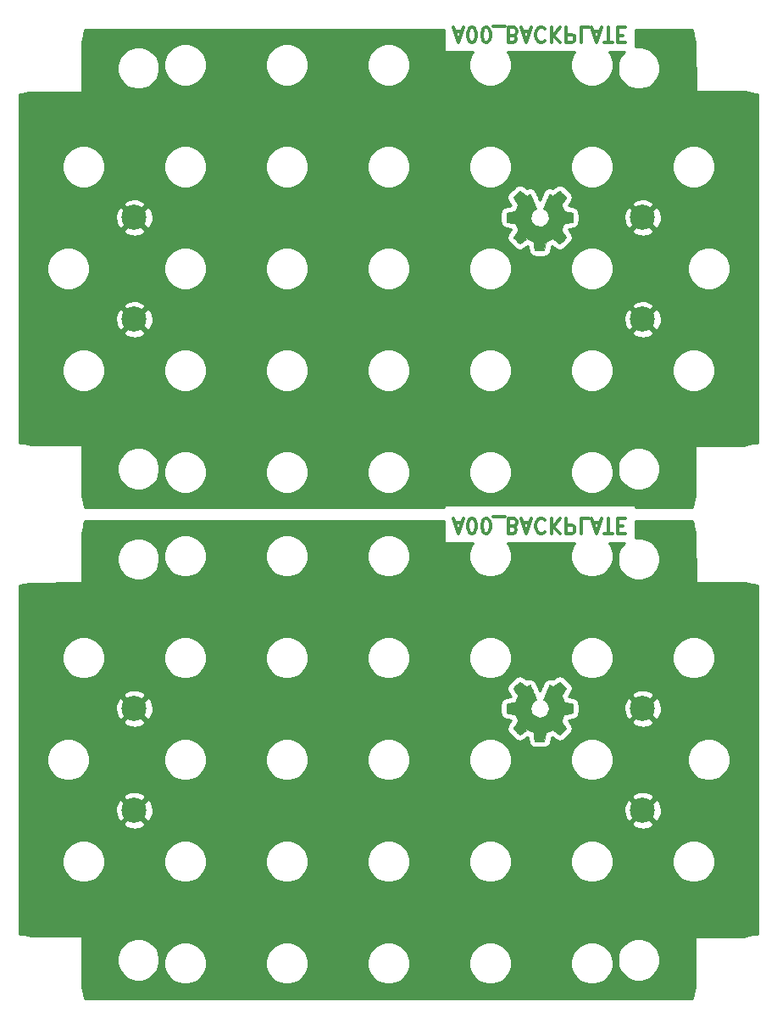
<source format=gbr>
G04 #@! TF.GenerationSoftware,KiCad,Pcbnew,5.1.5-52549c5~86~ubuntu18.04.1*
G04 #@! TF.CreationDate,2020-08-18T13:47:54-05:00*
G04 #@! TF.ProjectId,,58585858-5858-4585-9858-585858585858,rev?*
G04 #@! TF.SameCoordinates,Original*
G04 #@! TF.FileFunction,Copper,L2,Bot*
G04 #@! TF.FilePolarity,Positive*
%FSLAX46Y46*%
G04 Gerber Fmt 4.6, Leading zero omitted, Abs format (unit mm)*
G04 Created by KiCad (PCBNEW 5.1.5-52549c5~86~ubuntu18.04.1) date 2020-08-18 13:47:54*
%MOMM*%
%LPD*%
G04 APERTURE LIST*
%ADD10C,0.300000*%
%ADD11C,0.010000*%
%ADD12C,2.499360*%
%ADD13C,0.254000*%
G04 APERTURE END LIST*
D10*
X151266000Y-80296800D02*
X151980285Y-80296800D01*
X151123142Y-79868228D02*
X151623142Y-81368228D01*
X152123142Y-79868228D01*
X152908857Y-81368228D02*
X153051714Y-81368228D01*
X153194571Y-81296800D01*
X153266000Y-81225371D01*
X153337428Y-81082514D01*
X153408857Y-80796800D01*
X153408857Y-80439657D01*
X153337428Y-80153942D01*
X153266000Y-80011085D01*
X153194571Y-79939657D01*
X153051714Y-79868228D01*
X152908857Y-79868228D01*
X152766000Y-79939657D01*
X152694571Y-80011085D01*
X152623142Y-80153942D01*
X152551714Y-80439657D01*
X152551714Y-80796800D01*
X152623142Y-81082514D01*
X152694571Y-81225371D01*
X152766000Y-81296800D01*
X152908857Y-81368228D01*
X154337428Y-81368228D02*
X154480285Y-81368228D01*
X154623142Y-81296800D01*
X154694571Y-81225371D01*
X154766000Y-81082514D01*
X154837428Y-80796800D01*
X154837428Y-80439657D01*
X154766000Y-80153942D01*
X154694571Y-80011085D01*
X154623142Y-79939657D01*
X154480285Y-79868228D01*
X154337428Y-79868228D01*
X154194571Y-79939657D01*
X154123142Y-80011085D01*
X154051714Y-80153942D01*
X153980285Y-80439657D01*
X153980285Y-80796800D01*
X154051714Y-81082514D01*
X154123142Y-81225371D01*
X154194571Y-81296800D01*
X154337428Y-81368228D01*
X155123142Y-79725371D02*
X156266000Y-79725371D01*
X157123142Y-80653942D02*
X157337428Y-80582514D01*
X157408857Y-80511085D01*
X157480285Y-80368228D01*
X157480285Y-80153942D01*
X157408857Y-80011085D01*
X157337428Y-79939657D01*
X157194571Y-79868228D01*
X156623142Y-79868228D01*
X156623142Y-81368228D01*
X157123142Y-81368228D01*
X157266000Y-81296800D01*
X157337428Y-81225371D01*
X157408857Y-81082514D01*
X157408857Y-80939657D01*
X157337428Y-80796800D01*
X157266000Y-80725371D01*
X157123142Y-80653942D01*
X156623142Y-80653942D01*
X158051714Y-80296800D02*
X158766000Y-80296800D01*
X157908857Y-79868228D02*
X158408857Y-81368228D01*
X158908857Y-79868228D01*
X160266000Y-80011085D02*
X160194571Y-79939657D01*
X159980285Y-79868228D01*
X159837428Y-79868228D01*
X159623142Y-79939657D01*
X159480285Y-80082514D01*
X159408857Y-80225371D01*
X159337428Y-80511085D01*
X159337428Y-80725371D01*
X159408857Y-81011085D01*
X159480285Y-81153942D01*
X159623142Y-81296800D01*
X159837428Y-81368228D01*
X159980285Y-81368228D01*
X160194571Y-81296800D01*
X160266000Y-81225371D01*
X160908857Y-79868228D02*
X160908857Y-81368228D01*
X161766000Y-79868228D02*
X161123142Y-80725371D01*
X161766000Y-81368228D02*
X160908857Y-80511085D01*
X162408857Y-79868228D02*
X162408857Y-81368228D01*
X162980285Y-81368228D01*
X163123142Y-81296800D01*
X163194571Y-81225371D01*
X163266000Y-81082514D01*
X163266000Y-80868228D01*
X163194571Y-80725371D01*
X163123142Y-80653942D01*
X162980285Y-80582514D01*
X162408857Y-80582514D01*
X164623142Y-79868228D02*
X163908857Y-79868228D01*
X163908857Y-81368228D01*
X165051714Y-80296800D02*
X165766000Y-80296800D01*
X164908857Y-79868228D02*
X165408857Y-81368228D01*
X165908857Y-79868228D01*
X166194571Y-81368228D02*
X167051714Y-81368228D01*
X166623142Y-79868228D02*
X166623142Y-81368228D01*
X167551714Y-80653942D02*
X168051714Y-80653942D01*
X168266000Y-79868228D02*
X167551714Y-79868228D01*
X167551714Y-81368228D01*
X168266000Y-81368228D01*
X151266000Y-31296800D02*
X151980285Y-31296800D01*
X151123142Y-30868228D02*
X151623142Y-32368228D01*
X152123142Y-30868228D01*
X152908857Y-32368228D02*
X153051714Y-32368228D01*
X153194571Y-32296800D01*
X153266000Y-32225371D01*
X153337428Y-32082514D01*
X153408857Y-31796800D01*
X153408857Y-31439657D01*
X153337428Y-31153942D01*
X153266000Y-31011085D01*
X153194571Y-30939657D01*
X153051714Y-30868228D01*
X152908857Y-30868228D01*
X152766000Y-30939657D01*
X152694571Y-31011085D01*
X152623142Y-31153942D01*
X152551714Y-31439657D01*
X152551714Y-31796800D01*
X152623142Y-32082514D01*
X152694571Y-32225371D01*
X152766000Y-32296800D01*
X152908857Y-32368228D01*
X154337428Y-32368228D02*
X154480285Y-32368228D01*
X154623142Y-32296800D01*
X154694571Y-32225371D01*
X154766000Y-32082514D01*
X154837428Y-31796800D01*
X154837428Y-31439657D01*
X154766000Y-31153942D01*
X154694571Y-31011085D01*
X154623142Y-30939657D01*
X154480285Y-30868228D01*
X154337428Y-30868228D01*
X154194571Y-30939657D01*
X154123142Y-31011085D01*
X154051714Y-31153942D01*
X153980285Y-31439657D01*
X153980285Y-31796800D01*
X154051714Y-32082514D01*
X154123142Y-32225371D01*
X154194571Y-32296800D01*
X154337428Y-32368228D01*
X155123142Y-30725371D02*
X156266000Y-30725371D01*
X157123142Y-31653942D02*
X157337428Y-31582514D01*
X157408857Y-31511085D01*
X157480285Y-31368228D01*
X157480285Y-31153942D01*
X157408857Y-31011085D01*
X157337428Y-30939657D01*
X157194571Y-30868228D01*
X156623142Y-30868228D01*
X156623142Y-32368228D01*
X157123142Y-32368228D01*
X157266000Y-32296800D01*
X157337428Y-32225371D01*
X157408857Y-32082514D01*
X157408857Y-31939657D01*
X157337428Y-31796800D01*
X157266000Y-31725371D01*
X157123142Y-31653942D01*
X156623142Y-31653942D01*
X158051714Y-31296800D02*
X158766000Y-31296800D01*
X157908857Y-30868228D02*
X158408857Y-32368228D01*
X158908857Y-30868228D01*
X160266000Y-31011085D02*
X160194571Y-30939657D01*
X159980285Y-30868228D01*
X159837428Y-30868228D01*
X159623142Y-30939657D01*
X159480285Y-31082514D01*
X159408857Y-31225371D01*
X159337428Y-31511085D01*
X159337428Y-31725371D01*
X159408857Y-32011085D01*
X159480285Y-32153942D01*
X159623142Y-32296800D01*
X159837428Y-32368228D01*
X159980285Y-32368228D01*
X160194571Y-32296800D01*
X160266000Y-32225371D01*
X160908857Y-30868228D02*
X160908857Y-32368228D01*
X161766000Y-30868228D02*
X161123142Y-31725371D01*
X161766000Y-32368228D02*
X160908857Y-31511085D01*
X162408857Y-30868228D02*
X162408857Y-32368228D01*
X162980285Y-32368228D01*
X163123142Y-32296800D01*
X163194571Y-32225371D01*
X163266000Y-32082514D01*
X163266000Y-31868228D01*
X163194571Y-31725371D01*
X163123142Y-31653942D01*
X162980285Y-31582514D01*
X162408857Y-31582514D01*
X164623142Y-30868228D02*
X163908857Y-30868228D01*
X163908857Y-32368228D01*
X165051714Y-31296800D02*
X165766000Y-31296800D01*
X164908857Y-30868228D02*
X165408857Y-32368228D01*
X165908857Y-30868228D01*
X166194571Y-32368228D02*
X167051714Y-32368228D01*
X166623142Y-30868228D02*
X166623142Y-32368228D01*
X167551714Y-31653942D02*
X168051714Y-31653942D01*
X168266000Y-30868228D02*
X167551714Y-30868228D01*
X167551714Y-32368228D01*
X168266000Y-32368228D01*
D11*
G36*
X160296414Y-101670669D02*
G01*
X160380235Y-101226045D01*
X160689520Y-101098547D01*
X160998806Y-100971049D01*
X161369846Y-101223354D01*
X161473757Y-101293604D01*
X161567687Y-101356328D01*
X161647252Y-101408662D01*
X161708070Y-101447743D01*
X161745757Y-101470707D01*
X161756021Y-101475658D01*
X161774510Y-101462924D01*
X161814020Y-101427718D01*
X161870122Y-101374538D01*
X161938387Y-101307882D01*
X162014386Y-101232246D01*
X162093692Y-101152128D01*
X162171875Y-101072026D01*
X162244507Y-100996436D01*
X162307159Y-100929855D01*
X162355403Y-100876782D01*
X162384810Y-100841713D01*
X162391841Y-100829977D01*
X162381723Y-100808340D01*
X162353359Y-100760938D01*
X162309729Y-100692407D01*
X162253818Y-100607385D01*
X162188606Y-100510507D01*
X162150819Y-100455250D01*
X162081943Y-100354352D01*
X162020740Y-100263301D01*
X161970178Y-100186630D01*
X161933228Y-100128872D01*
X161912858Y-100094557D01*
X161909797Y-100087346D01*
X161916736Y-100066852D01*
X161935651Y-100019087D01*
X161963687Y-99950768D01*
X161997991Y-99868611D01*
X162035709Y-99779330D01*
X162073987Y-99689642D01*
X162109970Y-99606262D01*
X162140806Y-99535906D01*
X162163639Y-99485290D01*
X162175617Y-99461129D01*
X162176324Y-99460178D01*
X162195131Y-99455564D01*
X162245218Y-99445272D01*
X162321393Y-99430313D01*
X162418465Y-99411699D01*
X162531243Y-99390441D01*
X162597042Y-99378182D01*
X162717550Y-99355238D01*
X162826397Y-99333405D01*
X162918076Y-99313878D01*
X162987081Y-99297852D01*
X163027904Y-99286521D01*
X163036111Y-99282926D01*
X163044148Y-99258594D01*
X163050633Y-99203641D01*
X163055570Y-99124492D01*
X163058964Y-99027574D01*
X163060818Y-98919313D01*
X163061138Y-98806135D01*
X163059927Y-98694465D01*
X163057190Y-98590732D01*
X163052931Y-98501359D01*
X163047155Y-98432774D01*
X163039867Y-98391403D01*
X163035495Y-98382790D01*
X163009364Y-98372467D01*
X162953993Y-98357708D01*
X162876707Y-98340248D01*
X162784830Y-98321820D01*
X162752758Y-98315859D01*
X162598124Y-98287534D01*
X162475975Y-98264724D01*
X162382273Y-98246520D01*
X162312984Y-98232017D01*
X162264071Y-98220308D01*
X162231497Y-98210485D01*
X162211228Y-98201644D01*
X162199226Y-98192876D01*
X162197547Y-98191143D01*
X162180784Y-98163229D01*
X162155214Y-98108905D01*
X162123388Y-98034823D01*
X162087860Y-97947635D01*
X162051183Y-97853992D01*
X162015911Y-97760548D01*
X161984596Y-97673953D01*
X161959793Y-97600860D01*
X161944054Y-97547922D01*
X161939932Y-97521789D01*
X161940276Y-97520874D01*
X161954241Y-97499514D01*
X161985922Y-97452516D01*
X162031991Y-97384773D01*
X162089118Y-97301177D01*
X162153973Y-97206618D01*
X162172443Y-97179746D01*
X162238299Y-97082325D01*
X162296250Y-96993437D01*
X162343138Y-96918188D01*
X162375807Y-96861680D01*
X162391100Y-96829019D01*
X162391841Y-96825007D01*
X162378992Y-96803916D01*
X162343488Y-96762136D01*
X162289893Y-96704155D01*
X162222771Y-96634465D01*
X162146687Y-96557555D01*
X162066204Y-96477917D01*
X161985887Y-96400039D01*
X161910299Y-96328414D01*
X161844005Y-96267530D01*
X161791569Y-96221879D01*
X161757555Y-96195950D01*
X161748145Y-96191717D01*
X161726243Y-96201688D01*
X161681400Y-96228580D01*
X161620921Y-96267864D01*
X161574389Y-96299483D01*
X161490075Y-96357502D01*
X161390226Y-96425816D01*
X161290073Y-96494021D01*
X161236227Y-96530525D01*
X161053971Y-96653800D01*
X160900981Y-96571080D01*
X160831282Y-96534841D01*
X160772014Y-96506674D01*
X160731911Y-96490609D01*
X160721703Y-96488374D01*
X160709429Y-96504878D01*
X160685213Y-96551518D01*
X160650863Y-96623991D01*
X160608188Y-96717994D01*
X160558994Y-96829226D01*
X160505090Y-96953385D01*
X160448284Y-97086168D01*
X160390382Y-97223273D01*
X160333193Y-97360398D01*
X160278524Y-97493242D01*
X160228184Y-97617502D01*
X160183980Y-97728875D01*
X160147719Y-97823061D01*
X160121209Y-97895756D01*
X160106258Y-97942659D01*
X160103854Y-97958767D01*
X160122911Y-97979314D01*
X160164636Y-98012667D01*
X160220306Y-98051898D01*
X160224978Y-98055001D01*
X160368864Y-98170177D01*
X160484883Y-98304547D01*
X160572030Y-98453816D01*
X160629299Y-98613687D01*
X160655686Y-98779863D01*
X160650185Y-98948048D01*
X160611790Y-99113945D01*
X160539495Y-99273258D01*
X160518226Y-99308113D01*
X160407596Y-99448863D01*
X160276902Y-99561886D01*
X160130664Y-99646597D01*
X159973408Y-99702406D01*
X159809657Y-99728726D01*
X159643933Y-99724970D01*
X159480762Y-99690550D01*
X159324665Y-99624877D01*
X159180167Y-99527365D01*
X159135469Y-99487787D01*
X159021712Y-99363897D01*
X158938818Y-99233476D01*
X158881956Y-99087285D01*
X158850287Y-98942512D01*
X158842469Y-98779740D01*
X158868538Y-98616160D01*
X158925845Y-98457302D01*
X159011744Y-98308694D01*
X159123586Y-98175865D01*
X159258723Y-98064344D01*
X159276483Y-98052589D01*
X159332750Y-98014092D01*
X159375523Y-97980737D01*
X159395972Y-97959440D01*
X159396269Y-97958767D01*
X159391879Y-97935729D01*
X159374476Y-97883443D01*
X159345868Y-97806210D01*
X159307865Y-97708332D01*
X159262274Y-97594109D01*
X159210903Y-97467842D01*
X159155562Y-97333833D01*
X159098058Y-97196382D01*
X159040201Y-97059792D01*
X158983798Y-96928363D01*
X158930658Y-96806395D01*
X158882590Y-96698191D01*
X158841401Y-96608051D01*
X158808901Y-96540277D01*
X158786897Y-96499170D01*
X158778036Y-96488374D01*
X158750960Y-96496781D01*
X158700297Y-96519328D01*
X158634783Y-96551987D01*
X158598759Y-96571080D01*
X158445768Y-96653800D01*
X158263512Y-96530525D01*
X158170475Y-96467372D01*
X158068615Y-96397873D01*
X157973162Y-96332435D01*
X157925350Y-96299483D01*
X157858105Y-96254327D01*
X157801164Y-96218543D01*
X157761954Y-96196662D01*
X157749219Y-96192037D01*
X157730683Y-96204515D01*
X157689659Y-96239348D01*
X157630125Y-96292922D01*
X157556058Y-96361617D01*
X157471435Y-96441819D01*
X157417915Y-96493314D01*
X157324281Y-96585314D01*
X157243359Y-96667601D01*
X157178423Y-96736655D01*
X157132742Y-96788956D01*
X157109589Y-96820984D01*
X157107368Y-96827484D01*
X157117676Y-96852206D01*
X157146161Y-96902195D01*
X157189663Y-96972388D01*
X157245023Y-97057725D01*
X157309080Y-97153144D01*
X157327297Y-97179746D01*
X157393673Y-97276433D01*
X157453222Y-97363483D01*
X157502616Y-97436005D01*
X157538525Y-97489107D01*
X157557619Y-97517897D01*
X157559464Y-97520874D01*
X157556705Y-97543818D01*
X157542062Y-97594264D01*
X157518087Y-97665559D01*
X157487334Y-97751053D01*
X157452356Y-97844093D01*
X157415707Y-97938026D01*
X157379939Y-98026201D01*
X157347606Y-98101966D01*
X157321262Y-98158669D01*
X157303458Y-98189657D01*
X157302193Y-98191143D01*
X157291306Y-98199999D01*
X157272918Y-98208757D01*
X157242994Y-98218323D01*
X157197497Y-98229604D01*
X157132391Y-98243507D01*
X157043639Y-98260937D01*
X156927207Y-98282802D01*
X156779058Y-98310009D01*
X156746982Y-98315859D01*
X156651914Y-98334226D01*
X156569035Y-98352195D01*
X156505670Y-98368031D01*
X156469142Y-98380000D01*
X156464244Y-98382790D01*
X156456173Y-98407528D01*
X156449613Y-98462810D01*
X156444567Y-98542211D01*
X156441041Y-98639304D01*
X156439039Y-98747662D01*
X156438564Y-98860860D01*
X156439623Y-98972472D01*
X156442218Y-99076071D01*
X156446354Y-99165232D01*
X156452037Y-99233528D01*
X156459269Y-99274534D01*
X156463629Y-99282926D01*
X156487902Y-99291392D01*
X156543174Y-99305165D01*
X156623938Y-99323050D01*
X156724688Y-99343852D01*
X156839917Y-99366377D01*
X156902698Y-99378182D01*
X157021813Y-99400449D01*
X157128035Y-99420621D01*
X157216173Y-99437685D01*
X157281034Y-99450631D01*
X157317426Y-99458445D01*
X157323416Y-99460178D01*
X157333539Y-99479710D01*
X157354938Y-99526757D01*
X157384761Y-99594597D01*
X157420155Y-99676509D01*
X157458268Y-99765772D01*
X157496247Y-99855665D01*
X157531240Y-99939465D01*
X157560394Y-100010453D01*
X157580857Y-100061906D01*
X157589777Y-100087103D01*
X157589943Y-100088204D01*
X157579831Y-100108081D01*
X157551483Y-100153823D01*
X157507877Y-100220883D01*
X157451994Y-100304716D01*
X157386813Y-100400774D01*
X157348921Y-100455950D01*
X157279875Y-100557119D01*
X157218550Y-100648970D01*
X157167937Y-100726856D01*
X157131029Y-100786131D01*
X157110818Y-100822149D01*
X157107899Y-100830223D01*
X157120447Y-100849016D01*
X157155137Y-100889143D01*
X157207537Y-100946107D01*
X157273216Y-101015415D01*
X157347744Y-101092569D01*
X157426687Y-101173075D01*
X157505617Y-101252437D01*
X157580100Y-101326160D01*
X157645706Y-101389748D01*
X157698004Y-101438706D01*
X157732561Y-101468539D01*
X157744122Y-101475658D01*
X157762946Y-101465647D01*
X157807969Y-101437522D01*
X157874813Y-101394146D01*
X157959101Y-101338382D01*
X158056456Y-101273094D01*
X158129893Y-101223354D01*
X158500933Y-100971049D01*
X159119505Y-101226045D01*
X159203325Y-101670669D01*
X159287146Y-102115293D01*
X160212594Y-102115293D01*
X160296414Y-101670669D01*
G37*
X160296414Y-101670669D02*
X160380235Y-101226045D01*
X160689520Y-101098547D01*
X160998806Y-100971049D01*
X161369846Y-101223354D01*
X161473757Y-101293604D01*
X161567687Y-101356328D01*
X161647252Y-101408662D01*
X161708070Y-101447743D01*
X161745757Y-101470707D01*
X161756021Y-101475658D01*
X161774510Y-101462924D01*
X161814020Y-101427718D01*
X161870122Y-101374538D01*
X161938387Y-101307882D01*
X162014386Y-101232246D01*
X162093692Y-101152128D01*
X162171875Y-101072026D01*
X162244507Y-100996436D01*
X162307159Y-100929855D01*
X162355403Y-100876782D01*
X162384810Y-100841713D01*
X162391841Y-100829977D01*
X162381723Y-100808340D01*
X162353359Y-100760938D01*
X162309729Y-100692407D01*
X162253818Y-100607385D01*
X162188606Y-100510507D01*
X162150819Y-100455250D01*
X162081943Y-100354352D01*
X162020740Y-100263301D01*
X161970178Y-100186630D01*
X161933228Y-100128872D01*
X161912858Y-100094557D01*
X161909797Y-100087346D01*
X161916736Y-100066852D01*
X161935651Y-100019087D01*
X161963687Y-99950768D01*
X161997991Y-99868611D01*
X162035709Y-99779330D01*
X162073987Y-99689642D01*
X162109970Y-99606262D01*
X162140806Y-99535906D01*
X162163639Y-99485290D01*
X162175617Y-99461129D01*
X162176324Y-99460178D01*
X162195131Y-99455564D01*
X162245218Y-99445272D01*
X162321393Y-99430313D01*
X162418465Y-99411699D01*
X162531243Y-99390441D01*
X162597042Y-99378182D01*
X162717550Y-99355238D01*
X162826397Y-99333405D01*
X162918076Y-99313878D01*
X162987081Y-99297852D01*
X163027904Y-99286521D01*
X163036111Y-99282926D01*
X163044148Y-99258594D01*
X163050633Y-99203641D01*
X163055570Y-99124492D01*
X163058964Y-99027574D01*
X163060818Y-98919313D01*
X163061138Y-98806135D01*
X163059927Y-98694465D01*
X163057190Y-98590732D01*
X163052931Y-98501359D01*
X163047155Y-98432774D01*
X163039867Y-98391403D01*
X163035495Y-98382790D01*
X163009364Y-98372467D01*
X162953993Y-98357708D01*
X162876707Y-98340248D01*
X162784830Y-98321820D01*
X162752758Y-98315859D01*
X162598124Y-98287534D01*
X162475975Y-98264724D01*
X162382273Y-98246520D01*
X162312984Y-98232017D01*
X162264071Y-98220308D01*
X162231497Y-98210485D01*
X162211228Y-98201644D01*
X162199226Y-98192876D01*
X162197547Y-98191143D01*
X162180784Y-98163229D01*
X162155214Y-98108905D01*
X162123388Y-98034823D01*
X162087860Y-97947635D01*
X162051183Y-97853992D01*
X162015911Y-97760548D01*
X161984596Y-97673953D01*
X161959793Y-97600860D01*
X161944054Y-97547922D01*
X161939932Y-97521789D01*
X161940276Y-97520874D01*
X161954241Y-97499514D01*
X161985922Y-97452516D01*
X162031991Y-97384773D01*
X162089118Y-97301177D01*
X162153973Y-97206618D01*
X162172443Y-97179746D01*
X162238299Y-97082325D01*
X162296250Y-96993437D01*
X162343138Y-96918188D01*
X162375807Y-96861680D01*
X162391100Y-96829019D01*
X162391841Y-96825007D01*
X162378992Y-96803916D01*
X162343488Y-96762136D01*
X162289893Y-96704155D01*
X162222771Y-96634465D01*
X162146687Y-96557555D01*
X162066204Y-96477917D01*
X161985887Y-96400039D01*
X161910299Y-96328414D01*
X161844005Y-96267530D01*
X161791569Y-96221879D01*
X161757555Y-96195950D01*
X161748145Y-96191717D01*
X161726243Y-96201688D01*
X161681400Y-96228580D01*
X161620921Y-96267864D01*
X161574389Y-96299483D01*
X161490075Y-96357502D01*
X161390226Y-96425816D01*
X161290073Y-96494021D01*
X161236227Y-96530525D01*
X161053971Y-96653800D01*
X160900981Y-96571080D01*
X160831282Y-96534841D01*
X160772014Y-96506674D01*
X160731911Y-96490609D01*
X160721703Y-96488374D01*
X160709429Y-96504878D01*
X160685213Y-96551518D01*
X160650863Y-96623991D01*
X160608188Y-96717994D01*
X160558994Y-96829226D01*
X160505090Y-96953385D01*
X160448284Y-97086168D01*
X160390382Y-97223273D01*
X160333193Y-97360398D01*
X160278524Y-97493242D01*
X160228184Y-97617502D01*
X160183980Y-97728875D01*
X160147719Y-97823061D01*
X160121209Y-97895756D01*
X160106258Y-97942659D01*
X160103854Y-97958767D01*
X160122911Y-97979314D01*
X160164636Y-98012667D01*
X160220306Y-98051898D01*
X160224978Y-98055001D01*
X160368864Y-98170177D01*
X160484883Y-98304547D01*
X160572030Y-98453816D01*
X160629299Y-98613687D01*
X160655686Y-98779863D01*
X160650185Y-98948048D01*
X160611790Y-99113945D01*
X160539495Y-99273258D01*
X160518226Y-99308113D01*
X160407596Y-99448863D01*
X160276902Y-99561886D01*
X160130664Y-99646597D01*
X159973408Y-99702406D01*
X159809657Y-99728726D01*
X159643933Y-99724970D01*
X159480762Y-99690550D01*
X159324665Y-99624877D01*
X159180167Y-99527365D01*
X159135469Y-99487787D01*
X159021712Y-99363897D01*
X158938818Y-99233476D01*
X158881956Y-99087285D01*
X158850287Y-98942512D01*
X158842469Y-98779740D01*
X158868538Y-98616160D01*
X158925845Y-98457302D01*
X159011744Y-98308694D01*
X159123586Y-98175865D01*
X159258723Y-98064344D01*
X159276483Y-98052589D01*
X159332750Y-98014092D01*
X159375523Y-97980737D01*
X159395972Y-97959440D01*
X159396269Y-97958767D01*
X159391879Y-97935729D01*
X159374476Y-97883443D01*
X159345868Y-97806210D01*
X159307865Y-97708332D01*
X159262274Y-97594109D01*
X159210903Y-97467842D01*
X159155562Y-97333833D01*
X159098058Y-97196382D01*
X159040201Y-97059792D01*
X158983798Y-96928363D01*
X158930658Y-96806395D01*
X158882590Y-96698191D01*
X158841401Y-96608051D01*
X158808901Y-96540277D01*
X158786897Y-96499170D01*
X158778036Y-96488374D01*
X158750960Y-96496781D01*
X158700297Y-96519328D01*
X158634783Y-96551987D01*
X158598759Y-96571080D01*
X158445768Y-96653800D01*
X158263512Y-96530525D01*
X158170475Y-96467372D01*
X158068615Y-96397873D01*
X157973162Y-96332435D01*
X157925350Y-96299483D01*
X157858105Y-96254327D01*
X157801164Y-96218543D01*
X157761954Y-96196662D01*
X157749219Y-96192037D01*
X157730683Y-96204515D01*
X157689659Y-96239348D01*
X157630125Y-96292922D01*
X157556058Y-96361617D01*
X157471435Y-96441819D01*
X157417915Y-96493314D01*
X157324281Y-96585314D01*
X157243359Y-96667601D01*
X157178423Y-96736655D01*
X157132742Y-96788956D01*
X157109589Y-96820984D01*
X157107368Y-96827484D01*
X157117676Y-96852206D01*
X157146161Y-96902195D01*
X157189663Y-96972388D01*
X157245023Y-97057725D01*
X157309080Y-97153144D01*
X157327297Y-97179746D01*
X157393673Y-97276433D01*
X157453222Y-97363483D01*
X157502616Y-97436005D01*
X157538525Y-97489107D01*
X157557619Y-97517897D01*
X157559464Y-97520874D01*
X157556705Y-97543818D01*
X157542062Y-97594264D01*
X157518087Y-97665559D01*
X157487334Y-97751053D01*
X157452356Y-97844093D01*
X157415707Y-97938026D01*
X157379939Y-98026201D01*
X157347606Y-98101966D01*
X157321262Y-98158669D01*
X157303458Y-98189657D01*
X157302193Y-98191143D01*
X157291306Y-98199999D01*
X157272918Y-98208757D01*
X157242994Y-98218323D01*
X157197497Y-98229604D01*
X157132391Y-98243507D01*
X157043639Y-98260937D01*
X156927207Y-98282802D01*
X156779058Y-98310009D01*
X156746982Y-98315859D01*
X156651914Y-98334226D01*
X156569035Y-98352195D01*
X156505670Y-98368031D01*
X156469142Y-98380000D01*
X156464244Y-98382790D01*
X156456173Y-98407528D01*
X156449613Y-98462810D01*
X156444567Y-98542211D01*
X156441041Y-98639304D01*
X156439039Y-98747662D01*
X156438564Y-98860860D01*
X156439623Y-98972472D01*
X156442218Y-99076071D01*
X156446354Y-99165232D01*
X156452037Y-99233528D01*
X156459269Y-99274534D01*
X156463629Y-99282926D01*
X156487902Y-99291392D01*
X156543174Y-99305165D01*
X156623938Y-99323050D01*
X156724688Y-99343852D01*
X156839917Y-99366377D01*
X156902698Y-99378182D01*
X157021813Y-99400449D01*
X157128035Y-99420621D01*
X157216173Y-99437685D01*
X157281034Y-99450631D01*
X157317426Y-99458445D01*
X157323416Y-99460178D01*
X157333539Y-99479710D01*
X157354938Y-99526757D01*
X157384761Y-99594597D01*
X157420155Y-99676509D01*
X157458268Y-99765772D01*
X157496247Y-99855665D01*
X157531240Y-99939465D01*
X157560394Y-100010453D01*
X157580857Y-100061906D01*
X157589777Y-100087103D01*
X157589943Y-100088204D01*
X157579831Y-100108081D01*
X157551483Y-100153823D01*
X157507877Y-100220883D01*
X157451994Y-100304716D01*
X157386813Y-100400774D01*
X157348921Y-100455950D01*
X157279875Y-100557119D01*
X157218550Y-100648970D01*
X157167937Y-100726856D01*
X157131029Y-100786131D01*
X157110818Y-100822149D01*
X157107899Y-100830223D01*
X157120447Y-100849016D01*
X157155137Y-100889143D01*
X157207537Y-100946107D01*
X157273216Y-101015415D01*
X157347744Y-101092569D01*
X157426687Y-101173075D01*
X157505617Y-101252437D01*
X157580100Y-101326160D01*
X157645706Y-101389748D01*
X157698004Y-101438706D01*
X157732561Y-101468539D01*
X157744122Y-101475658D01*
X157762946Y-101465647D01*
X157807969Y-101437522D01*
X157874813Y-101394146D01*
X157959101Y-101338382D01*
X158056456Y-101273094D01*
X158129893Y-101223354D01*
X158500933Y-100971049D01*
X159119505Y-101226045D01*
X159203325Y-101670669D01*
X159287146Y-102115293D01*
X160212594Y-102115293D01*
X160296414Y-101670669D01*
G36*
X160296414Y-52670669D02*
G01*
X160380235Y-52226045D01*
X160689520Y-52098547D01*
X160998806Y-51971049D01*
X161369846Y-52223354D01*
X161473757Y-52293604D01*
X161567687Y-52356328D01*
X161647252Y-52408662D01*
X161708070Y-52447743D01*
X161745757Y-52470707D01*
X161756021Y-52475658D01*
X161774510Y-52462924D01*
X161814020Y-52427718D01*
X161870122Y-52374538D01*
X161938387Y-52307882D01*
X162014386Y-52232246D01*
X162093692Y-52152128D01*
X162171875Y-52072026D01*
X162244507Y-51996436D01*
X162307159Y-51929855D01*
X162355403Y-51876782D01*
X162384810Y-51841713D01*
X162391841Y-51829977D01*
X162381723Y-51808340D01*
X162353359Y-51760938D01*
X162309729Y-51692407D01*
X162253818Y-51607385D01*
X162188606Y-51510507D01*
X162150819Y-51455250D01*
X162081943Y-51354352D01*
X162020740Y-51263301D01*
X161970178Y-51186630D01*
X161933228Y-51128872D01*
X161912858Y-51094557D01*
X161909797Y-51087346D01*
X161916736Y-51066852D01*
X161935651Y-51019087D01*
X161963687Y-50950768D01*
X161997991Y-50868611D01*
X162035709Y-50779330D01*
X162073987Y-50689642D01*
X162109970Y-50606262D01*
X162140806Y-50535906D01*
X162163639Y-50485290D01*
X162175617Y-50461129D01*
X162176324Y-50460178D01*
X162195131Y-50455564D01*
X162245218Y-50445272D01*
X162321393Y-50430313D01*
X162418465Y-50411699D01*
X162531243Y-50390441D01*
X162597042Y-50378182D01*
X162717550Y-50355238D01*
X162826397Y-50333405D01*
X162918076Y-50313878D01*
X162987081Y-50297852D01*
X163027904Y-50286521D01*
X163036111Y-50282926D01*
X163044148Y-50258594D01*
X163050633Y-50203641D01*
X163055570Y-50124492D01*
X163058964Y-50027574D01*
X163060818Y-49919313D01*
X163061138Y-49806135D01*
X163059927Y-49694465D01*
X163057190Y-49590732D01*
X163052931Y-49501359D01*
X163047155Y-49432774D01*
X163039867Y-49391403D01*
X163035495Y-49382790D01*
X163009364Y-49372467D01*
X162953993Y-49357708D01*
X162876707Y-49340248D01*
X162784830Y-49321820D01*
X162752758Y-49315859D01*
X162598124Y-49287534D01*
X162475975Y-49264724D01*
X162382273Y-49246520D01*
X162312984Y-49232017D01*
X162264071Y-49220308D01*
X162231497Y-49210485D01*
X162211228Y-49201644D01*
X162199226Y-49192876D01*
X162197547Y-49191143D01*
X162180784Y-49163229D01*
X162155214Y-49108905D01*
X162123388Y-49034823D01*
X162087860Y-48947635D01*
X162051183Y-48853992D01*
X162015911Y-48760548D01*
X161984596Y-48673953D01*
X161959793Y-48600860D01*
X161944054Y-48547922D01*
X161939932Y-48521789D01*
X161940276Y-48520874D01*
X161954241Y-48499514D01*
X161985922Y-48452516D01*
X162031991Y-48384773D01*
X162089118Y-48301177D01*
X162153973Y-48206618D01*
X162172443Y-48179746D01*
X162238299Y-48082325D01*
X162296250Y-47993437D01*
X162343138Y-47918188D01*
X162375807Y-47861680D01*
X162391100Y-47829019D01*
X162391841Y-47825007D01*
X162378992Y-47803916D01*
X162343488Y-47762136D01*
X162289893Y-47704155D01*
X162222771Y-47634465D01*
X162146687Y-47557555D01*
X162066204Y-47477917D01*
X161985887Y-47400039D01*
X161910299Y-47328414D01*
X161844005Y-47267530D01*
X161791569Y-47221879D01*
X161757555Y-47195950D01*
X161748145Y-47191717D01*
X161726243Y-47201688D01*
X161681400Y-47228580D01*
X161620921Y-47267864D01*
X161574389Y-47299483D01*
X161490075Y-47357502D01*
X161390226Y-47425816D01*
X161290073Y-47494021D01*
X161236227Y-47530525D01*
X161053971Y-47653800D01*
X160900981Y-47571080D01*
X160831282Y-47534841D01*
X160772014Y-47506674D01*
X160731911Y-47490609D01*
X160721703Y-47488374D01*
X160709429Y-47504878D01*
X160685213Y-47551518D01*
X160650863Y-47623991D01*
X160608188Y-47717994D01*
X160558994Y-47829226D01*
X160505090Y-47953385D01*
X160448284Y-48086168D01*
X160390382Y-48223273D01*
X160333193Y-48360398D01*
X160278524Y-48493242D01*
X160228184Y-48617502D01*
X160183980Y-48728875D01*
X160147719Y-48823061D01*
X160121209Y-48895756D01*
X160106258Y-48942659D01*
X160103854Y-48958767D01*
X160122911Y-48979314D01*
X160164636Y-49012667D01*
X160220306Y-49051898D01*
X160224978Y-49055001D01*
X160368864Y-49170177D01*
X160484883Y-49304547D01*
X160572030Y-49453816D01*
X160629299Y-49613687D01*
X160655686Y-49779863D01*
X160650185Y-49948048D01*
X160611790Y-50113945D01*
X160539495Y-50273258D01*
X160518226Y-50308113D01*
X160407596Y-50448863D01*
X160276902Y-50561886D01*
X160130664Y-50646597D01*
X159973408Y-50702406D01*
X159809657Y-50728726D01*
X159643933Y-50724970D01*
X159480762Y-50690550D01*
X159324665Y-50624877D01*
X159180167Y-50527365D01*
X159135469Y-50487787D01*
X159021712Y-50363897D01*
X158938818Y-50233476D01*
X158881956Y-50087285D01*
X158850287Y-49942512D01*
X158842469Y-49779740D01*
X158868538Y-49616160D01*
X158925845Y-49457302D01*
X159011744Y-49308694D01*
X159123586Y-49175865D01*
X159258723Y-49064344D01*
X159276483Y-49052589D01*
X159332750Y-49014092D01*
X159375523Y-48980737D01*
X159395972Y-48959440D01*
X159396269Y-48958767D01*
X159391879Y-48935729D01*
X159374476Y-48883443D01*
X159345868Y-48806210D01*
X159307865Y-48708332D01*
X159262274Y-48594109D01*
X159210903Y-48467842D01*
X159155562Y-48333833D01*
X159098058Y-48196382D01*
X159040201Y-48059792D01*
X158983798Y-47928363D01*
X158930658Y-47806395D01*
X158882590Y-47698191D01*
X158841401Y-47608051D01*
X158808901Y-47540277D01*
X158786897Y-47499170D01*
X158778036Y-47488374D01*
X158750960Y-47496781D01*
X158700297Y-47519328D01*
X158634783Y-47551987D01*
X158598759Y-47571080D01*
X158445768Y-47653800D01*
X158263512Y-47530525D01*
X158170475Y-47467372D01*
X158068615Y-47397873D01*
X157973162Y-47332435D01*
X157925350Y-47299483D01*
X157858105Y-47254327D01*
X157801164Y-47218543D01*
X157761954Y-47196662D01*
X157749219Y-47192037D01*
X157730683Y-47204515D01*
X157689659Y-47239348D01*
X157630125Y-47292922D01*
X157556058Y-47361617D01*
X157471435Y-47441819D01*
X157417915Y-47493314D01*
X157324281Y-47585314D01*
X157243359Y-47667601D01*
X157178423Y-47736655D01*
X157132742Y-47788956D01*
X157109589Y-47820984D01*
X157107368Y-47827484D01*
X157117676Y-47852206D01*
X157146161Y-47902195D01*
X157189663Y-47972388D01*
X157245023Y-48057725D01*
X157309080Y-48153144D01*
X157327297Y-48179746D01*
X157393673Y-48276433D01*
X157453222Y-48363483D01*
X157502616Y-48436005D01*
X157538525Y-48489107D01*
X157557619Y-48517897D01*
X157559464Y-48520874D01*
X157556705Y-48543818D01*
X157542062Y-48594264D01*
X157518087Y-48665559D01*
X157487334Y-48751053D01*
X157452356Y-48844093D01*
X157415707Y-48938026D01*
X157379939Y-49026201D01*
X157347606Y-49101966D01*
X157321262Y-49158669D01*
X157303458Y-49189657D01*
X157302193Y-49191143D01*
X157291306Y-49199999D01*
X157272918Y-49208757D01*
X157242994Y-49218323D01*
X157197497Y-49229604D01*
X157132391Y-49243507D01*
X157043639Y-49260937D01*
X156927207Y-49282802D01*
X156779058Y-49310009D01*
X156746982Y-49315859D01*
X156651914Y-49334226D01*
X156569035Y-49352195D01*
X156505670Y-49368031D01*
X156469142Y-49380000D01*
X156464244Y-49382790D01*
X156456173Y-49407528D01*
X156449613Y-49462810D01*
X156444567Y-49542211D01*
X156441041Y-49639304D01*
X156439039Y-49747662D01*
X156438564Y-49860860D01*
X156439623Y-49972472D01*
X156442218Y-50076071D01*
X156446354Y-50165232D01*
X156452037Y-50233528D01*
X156459269Y-50274534D01*
X156463629Y-50282926D01*
X156487902Y-50291392D01*
X156543174Y-50305165D01*
X156623938Y-50323050D01*
X156724688Y-50343852D01*
X156839917Y-50366377D01*
X156902698Y-50378182D01*
X157021813Y-50400449D01*
X157128035Y-50420621D01*
X157216173Y-50437685D01*
X157281034Y-50450631D01*
X157317426Y-50458445D01*
X157323416Y-50460178D01*
X157333539Y-50479710D01*
X157354938Y-50526757D01*
X157384761Y-50594597D01*
X157420155Y-50676509D01*
X157458268Y-50765772D01*
X157496247Y-50855665D01*
X157531240Y-50939465D01*
X157560394Y-51010453D01*
X157580857Y-51061906D01*
X157589777Y-51087103D01*
X157589943Y-51088204D01*
X157579831Y-51108081D01*
X157551483Y-51153823D01*
X157507877Y-51220883D01*
X157451994Y-51304716D01*
X157386813Y-51400774D01*
X157348921Y-51455950D01*
X157279875Y-51557119D01*
X157218550Y-51648970D01*
X157167937Y-51726856D01*
X157131029Y-51786131D01*
X157110818Y-51822149D01*
X157107899Y-51830223D01*
X157120447Y-51849016D01*
X157155137Y-51889143D01*
X157207537Y-51946107D01*
X157273216Y-52015415D01*
X157347744Y-52092569D01*
X157426687Y-52173075D01*
X157505617Y-52252437D01*
X157580100Y-52326160D01*
X157645706Y-52389748D01*
X157698004Y-52438706D01*
X157732561Y-52468539D01*
X157744122Y-52475658D01*
X157762946Y-52465647D01*
X157807969Y-52437522D01*
X157874813Y-52394146D01*
X157959101Y-52338382D01*
X158056456Y-52273094D01*
X158129893Y-52223354D01*
X158500933Y-51971049D01*
X159119505Y-52226045D01*
X159203325Y-52670669D01*
X159287146Y-53115293D01*
X160212594Y-53115293D01*
X160296414Y-52670669D01*
G37*
X160296414Y-52670669D02*
X160380235Y-52226045D01*
X160689520Y-52098547D01*
X160998806Y-51971049D01*
X161369846Y-52223354D01*
X161473757Y-52293604D01*
X161567687Y-52356328D01*
X161647252Y-52408662D01*
X161708070Y-52447743D01*
X161745757Y-52470707D01*
X161756021Y-52475658D01*
X161774510Y-52462924D01*
X161814020Y-52427718D01*
X161870122Y-52374538D01*
X161938387Y-52307882D01*
X162014386Y-52232246D01*
X162093692Y-52152128D01*
X162171875Y-52072026D01*
X162244507Y-51996436D01*
X162307159Y-51929855D01*
X162355403Y-51876782D01*
X162384810Y-51841713D01*
X162391841Y-51829977D01*
X162381723Y-51808340D01*
X162353359Y-51760938D01*
X162309729Y-51692407D01*
X162253818Y-51607385D01*
X162188606Y-51510507D01*
X162150819Y-51455250D01*
X162081943Y-51354352D01*
X162020740Y-51263301D01*
X161970178Y-51186630D01*
X161933228Y-51128872D01*
X161912858Y-51094557D01*
X161909797Y-51087346D01*
X161916736Y-51066852D01*
X161935651Y-51019087D01*
X161963687Y-50950768D01*
X161997991Y-50868611D01*
X162035709Y-50779330D01*
X162073987Y-50689642D01*
X162109970Y-50606262D01*
X162140806Y-50535906D01*
X162163639Y-50485290D01*
X162175617Y-50461129D01*
X162176324Y-50460178D01*
X162195131Y-50455564D01*
X162245218Y-50445272D01*
X162321393Y-50430313D01*
X162418465Y-50411699D01*
X162531243Y-50390441D01*
X162597042Y-50378182D01*
X162717550Y-50355238D01*
X162826397Y-50333405D01*
X162918076Y-50313878D01*
X162987081Y-50297852D01*
X163027904Y-50286521D01*
X163036111Y-50282926D01*
X163044148Y-50258594D01*
X163050633Y-50203641D01*
X163055570Y-50124492D01*
X163058964Y-50027574D01*
X163060818Y-49919313D01*
X163061138Y-49806135D01*
X163059927Y-49694465D01*
X163057190Y-49590732D01*
X163052931Y-49501359D01*
X163047155Y-49432774D01*
X163039867Y-49391403D01*
X163035495Y-49382790D01*
X163009364Y-49372467D01*
X162953993Y-49357708D01*
X162876707Y-49340248D01*
X162784830Y-49321820D01*
X162752758Y-49315859D01*
X162598124Y-49287534D01*
X162475975Y-49264724D01*
X162382273Y-49246520D01*
X162312984Y-49232017D01*
X162264071Y-49220308D01*
X162231497Y-49210485D01*
X162211228Y-49201644D01*
X162199226Y-49192876D01*
X162197547Y-49191143D01*
X162180784Y-49163229D01*
X162155214Y-49108905D01*
X162123388Y-49034823D01*
X162087860Y-48947635D01*
X162051183Y-48853992D01*
X162015911Y-48760548D01*
X161984596Y-48673953D01*
X161959793Y-48600860D01*
X161944054Y-48547922D01*
X161939932Y-48521789D01*
X161940276Y-48520874D01*
X161954241Y-48499514D01*
X161985922Y-48452516D01*
X162031991Y-48384773D01*
X162089118Y-48301177D01*
X162153973Y-48206618D01*
X162172443Y-48179746D01*
X162238299Y-48082325D01*
X162296250Y-47993437D01*
X162343138Y-47918188D01*
X162375807Y-47861680D01*
X162391100Y-47829019D01*
X162391841Y-47825007D01*
X162378992Y-47803916D01*
X162343488Y-47762136D01*
X162289893Y-47704155D01*
X162222771Y-47634465D01*
X162146687Y-47557555D01*
X162066204Y-47477917D01*
X161985887Y-47400039D01*
X161910299Y-47328414D01*
X161844005Y-47267530D01*
X161791569Y-47221879D01*
X161757555Y-47195950D01*
X161748145Y-47191717D01*
X161726243Y-47201688D01*
X161681400Y-47228580D01*
X161620921Y-47267864D01*
X161574389Y-47299483D01*
X161490075Y-47357502D01*
X161390226Y-47425816D01*
X161290073Y-47494021D01*
X161236227Y-47530525D01*
X161053971Y-47653800D01*
X160900981Y-47571080D01*
X160831282Y-47534841D01*
X160772014Y-47506674D01*
X160731911Y-47490609D01*
X160721703Y-47488374D01*
X160709429Y-47504878D01*
X160685213Y-47551518D01*
X160650863Y-47623991D01*
X160608188Y-47717994D01*
X160558994Y-47829226D01*
X160505090Y-47953385D01*
X160448284Y-48086168D01*
X160390382Y-48223273D01*
X160333193Y-48360398D01*
X160278524Y-48493242D01*
X160228184Y-48617502D01*
X160183980Y-48728875D01*
X160147719Y-48823061D01*
X160121209Y-48895756D01*
X160106258Y-48942659D01*
X160103854Y-48958767D01*
X160122911Y-48979314D01*
X160164636Y-49012667D01*
X160220306Y-49051898D01*
X160224978Y-49055001D01*
X160368864Y-49170177D01*
X160484883Y-49304547D01*
X160572030Y-49453816D01*
X160629299Y-49613687D01*
X160655686Y-49779863D01*
X160650185Y-49948048D01*
X160611790Y-50113945D01*
X160539495Y-50273258D01*
X160518226Y-50308113D01*
X160407596Y-50448863D01*
X160276902Y-50561886D01*
X160130664Y-50646597D01*
X159973408Y-50702406D01*
X159809657Y-50728726D01*
X159643933Y-50724970D01*
X159480762Y-50690550D01*
X159324665Y-50624877D01*
X159180167Y-50527365D01*
X159135469Y-50487787D01*
X159021712Y-50363897D01*
X158938818Y-50233476D01*
X158881956Y-50087285D01*
X158850287Y-49942512D01*
X158842469Y-49779740D01*
X158868538Y-49616160D01*
X158925845Y-49457302D01*
X159011744Y-49308694D01*
X159123586Y-49175865D01*
X159258723Y-49064344D01*
X159276483Y-49052589D01*
X159332750Y-49014092D01*
X159375523Y-48980737D01*
X159395972Y-48959440D01*
X159396269Y-48958767D01*
X159391879Y-48935729D01*
X159374476Y-48883443D01*
X159345868Y-48806210D01*
X159307865Y-48708332D01*
X159262274Y-48594109D01*
X159210903Y-48467842D01*
X159155562Y-48333833D01*
X159098058Y-48196382D01*
X159040201Y-48059792D01*
X158983798Y-47928363D01*
X158930658Y-47806395D01*
X158882590Y-47698191D01*
X158841401Y-47608051D01*
X158808901Y-47540277D01*
X158786897Y-47499170D01*
X158778036Y-47488374D01*
X158750960Y-47496781D01*
X158700297Y-47519328D01*
X158634783Y-47551987D01*
X158598759Y-47571080D01*
X158445768Y-47653800D01*
X158263512Y-47530525D01*
X158170475Y-47467372D01*
X158068615Y-47397873D01*
X157973162Y-47332435D01*
X157925350Y-47299483D01*
X157858105Y-47254327D01*
X157801164Y-47218543D01*
X157761954Y-47196662D01*
X157749219Y-47192037D01*
X157730683Y-47204515D01*
X157689659Y-47239348D01*
X157630125Y-47292922D01*
X157556058Y-47361617D01*
X157471435Y-47441819D01*
X157417915Y-47493314D01*
X157324281Y-47585314D01*
X157243359Y-47667601D01*
X157178423Y-47736655D01*
X157132742Y-47788956D01*
X157109589Y-47820984D01*
X157107368Y-47827484D01*
X157117676Y-47852206D01*
X157146161Y-47902195D01*
X157189663Y-47972388D01*
X157245023Y-48057725D01*
X157309080Y-48153144D01*
X157327297Y-48179746D01*
X157393673Y-48276433D01*
X157453222Y-48363483D01*
X157502616Y-48436005D01*
X157538525Y-48489107D01*
X157557619Y-48517897D01*
X157559464Y-48520874D01*
X157556705Y-48543818D01*
X157542062Y-48594264D01*
X157518087Y-48665559D01*
X157487334Y-48751053D01*
X157452356Y-48844093D01*
X157415707Y-48938026D01*
X157379939Y-49026201D01*
X157347606Y-49101966D01*
X157321262Y-49158669D01*
X157303458Y-49189657D01*
X157302193Y-49191143D01*
X157291306Y-49199999D01*
X157272918Y-49208757D01*
X157242994Y-49218323D01*
X157197497Y-49229604D01*
X157132391Y-49243507D01*
X157043639Y-49260937D01*
X156927207Y-49282802D01*
X156779058Y-49310009D01*
X156746982Y-49315859D01*
X156651914Y-49334226D01*
X156569035Y-49352195D01*
X156505670Y-49368031D01*
X156469142Y-49380000D01*
X156464244Y-49382790D01*
X156456173Y-49407528D01*
X156449613Y-49462810D01*
X156444567Y-49542211D01*
X156441041Y-49639304D01*
X156439039Y-49747662D01*
X156438564Y-49860860D01*
X156439623Y-49972472D01*
X156442218Y-50076071D01*
X156446354Y-50165232D01*
X156452037Y-50233528D01*
X156459269Y-50274534D01*
X156463629Y-50282926D01*
X156487902Y-50291392D01*
X156543174Y-50305165D01*
X156623938Y-50323050D01*
X156724688Y-50343852D01*
X156839917Y-50366377D01*
X156902698Y-50378182D01*
X157021813Y-50400449D01*
X157128035Y-50420621D01*
X157216173Y-50437685D01*
X157281034Y-50450631D01*
X157317426Y-50458445D01*
X157323416Y-50460178D01*
X157333539Y-50479710D01*
X157354938Y-50526757D01*
X157384761Y-50594597D01*
X157420155Y-50676509D01*
X157458268Y-50765772D01*
X157496247Y-50855665D01*
X157531240Y-50939465D01*
X157560394Y-51010453D01*
X157580857Y-51061906D01*
X157589777Y-51087103D01*
X157589943Y-51088204D01*
X157579831Y-51108081D01*
X157551483Y-51153823D01*
X157507877Y-51220883D01*
X157451994Y-51304716D01*
X157386813Y-51400774D01*
X157348921Y-51455950D01*
X157279875Y-51557119D01*
X157218550Y-51648970D01*
X157167937Y-51726856D01*
X157131029Y-51786131D01*
X157110818Y-51822149D01*
X157107899Y-51830223D01*
X157120447Y-51849016D01*
X157155137Y-51889143D01*
X157207537Y-51946107D01*
X157273216Y-52015415D01*
X157347744Y-52092569D01*
X157426687Y-52173075D01*
X157505617Y-52252437D01*
X157580100Y-52326160D01*
X157645706Y-52389748D01*
X157698004Y-52438706D01*
X157732561Y-52468539D01*
X157744122Y-52475658D01*
X157762946Y-52465647D01*
X157807969Y-52437522D01*
X157874813Y-52394146D01*
X157959101Y-52338382D01*
X158056456Y-52273094D01*
X158129893Y-52223354D01*
X158500933Y-51971049D01*
X159119505Y-52226045D01*
X159203325Y-52670669D01*
X159287146Y-53115293D01*
X160212594Y-53115293D01*
X160296414Y-52670669D01*
D12*
X119237400Y-98849400D03*
X170037400Y-109009400D03*
X119237400Y-109009400D03*
X170037400Y-98849400D03*
X170037400Y-60009400D03*
X170037400Y-49849400D03*
X119237400Y-60009400D03*
X119237400Y-49849400D03*
D13*
G36*
X150195285Y-33336800D02*
G01*
X153079981Y-33336800D01*
X152905388Y-33598098D01*
X152744447Y-33986644D01*
X152662400Y-34399121D01*
X152662400Y-34819679D01*
X152744447Y-35232156D01*
X152905388Y-35620702D01*
X153139037Y-35970383D01*
X153436417Y-36267763D01*
X153786098Y-36501412D01*
X154174644Y-36662353D01*
X154587121Y-36744400D01*
X155007679Y-36744400D01*
X155420156Y-36662353D01*
X155808702Y-36501412D01*
X156158383Y-36267763D01*
X156455763Y-35970383D01*
X156689412Y-35620702D01*
X156850353Y-35232156D01*
X156932400Y-34819679D01*
X156932400Y-34399121D01*
X156850353Y-33986644D01*
X156689412Y-33598098D01*
X156514819Y-33336800D01*
X163239981Y-33336800D01*
X163065388Y-33598098D01*
X162904447Y-33986644D01*
X162822400Y-34399121D01*
X162822400Y-34819679D01*
X162904447Y-35232156D01*
X163065388Y-35620702D01*
X163299037Y-35970383D01*
X163596417Y-36267763D01*
X163946098Y-36501412D01*
X164334644Y-36662353D01*
X164747121Y-36744400D01*
X165167679Y-36744400D01*
X165580156Y-36662353D01*
X165968702Y-36501412D01*
X166318383Y-36267763D01*
X166615763Y-35970383D01*
X166849412Y-35620702D01*
X167010353Y-35232156D01*
X167092400Y-34819679D01*
X167092400Y-34399121D01*
X167010353Y-33986644D01*
X166849412Y-33598098D01*
X166674819Y-33336800D01*
X168210654Y-33336800D01*
X167979037Y-33568417D01*
X167745388Y-33918098D01*
X167584447Y-34306644D01*
X167502400Y-34719121D01*
X167502400Y-35139679D01*
X167584447Y-35552156D01*
X167745388Y-35940702D01*
X167979037Y-36290383D01*
X168276417Y-36587763D01*
X168626098Y-36821412D01*
X169014644Y-36982353D01*
X169427121Y-37064400D01*
X169847679Y-37064400D01*
X170260156Y-36982353D01*
X170648702Y-36821412D01*
X170998383Y-36587763D01*
X171295763Y-36290383D01*
X171529412Y-35940702D01*
X171690353Y-35552156D01*
X171772400Y-35139679D01*
X171772400Y-34719121D01*
X171690353Y-34306644D01*
X171529412Y-33918098D01*
X171295763Y-33568417D01*
X170998383Y-33271037D01*
X170648702Y-33037388D01*
X170260156Y-32876447D01*
X169847679Y-32794400D01*
X169427121Y-32794400D01*
X169336714Y-32812383D01*
X169336714Y-31089400D01*
X175027303Y-31089400D01*
X175059461Y-31498007D01*
X175075662Y-31600298D01*
X175254278Y-32344288D01*
X175310809Y-37187082D01*
X175313538Y-37211829D01*
X175321043Y-37235567D01*
X175333034Y-37257385D01*
X175349052Y-37276445D01*
X175368480Y-37292013D01*
X175390572Y-37303492D01*
X175414479Y-37310440D01*
X175437800Y-37312600D01*
X180222838Y-37312600D01*
X180966502Y-37491138D01*
X181068793Y-37507339D01*
X181477400Y-37539497D01*
X181477401Y-72319303D01*
X181068793Y-72351461D01*
X180966502Y-72367662D01*
X180057640Y-72585861D01*
X175362088Y-72567801D01*
X175337303Y-72570146D01*
X175313451Y-72577281D01*
X175291449Y-72588933D01*
X175272143Y-72604653D01*
X175256276Y-72623837D01*
X175244455Y-72645748D01*
X175237136Y-72669545D01*
X175234600Y-72694800D01*
X175234600Y-77596478D01*
X175075662Y-78258502D01*
X175059461Y-78360793D01*
X175027303Y-78769400D01*
X169336714Y-78769400D01*
X169336714Y-78516800D01*
X150195285Y-78516800D01*
X150195285Y-78769400D01*
X114247497Y-78769400D01*
X114215339Y-78360793D01*
X114199138Y-78258502D01*
X114052088Y-77645997D01*
X114063388Y-74719121D01*
X117502400Y-74719121D01*
X117502400Y-75139679D01*
X117584447Y-75552156D01*
X117745388Y-75940702D01*
X117979037Y-76290383D01*
X118276417Y-76587763D01*
X118626098Y-76821412D01*
X119014644Y-76982353D01*
X119427121Y-77064400D01*
X119847679Y-77064400D01*
X120260156Y-76982353D01*
X120648702Y-76821412D01*
X120998383Y-76587763D01*
X121295763Y-76290383D01*
X121529412Y-75940702D01*
X121690353Y-75552156D01*
X121772400Y-75139679D01*
X121772400Y-75039121D01*
X122182400Y-75039121D01*
X122182400Y-75459679D01*
X122264447Y-75872156D01*
X122425388Y-76260702D01*
X122659037Y-76610383D01*
X122956417Y-76907763D01*
X123306098Y-77141412D01*
X123694644Y-77302353D01*
X124107121Y-77384400D01*
X124527679Y-77384400D01*
X124940156Y-77302353D01*
X125328702Y-77141412D01*
X125678383Y-76907763D01*
X125975763Y-76610383D01*
X126209412Y-76260702D01*
X126370353Y-75872156D01*
X126452400Y-75459679D01*
X126452400Y-75039121D01*
X132342400Y-75039121D01*
X132342400Y-75459679D01*
X132424447Y-75872156D01*
X132585388Y-76260702D01*
X132819037Y-76610383D01*
X133116417Y-76907763D01*
X133466098Y-77141412D01*
X133854644Y-77302353D01*
X134267121Y-77384400D01*
X134687679Y-77384400D01*
X135100156Y-77302353D01*
X135488702Y-77141412D01*
X135838383Y-76907763D01*
X136135763Y-76610383D01*
X136369412Y-76260702D01*
X136530353Y-75872156D01*
X136612400Y-75459679D01*
X136612400Y-75039121D01*
X142502400Y-75039121D01*
X142502400Y-75459679D01*
X142584447Y-75872156D01*
X142745388Y-76260702D01*
X142979037Y-76610383D01*
X143276417Y-76907763D01*
X143626098Y-77141412D01*
X144014644Y-77302353D01*
X144427121Y-77384400D01*
X144847679Y-77384400D01*
X145260156Y-77302353D01*
X145648702Y-77141412D01*
X145998383Y-76907763D01*
X146295763Y-76610383D01*
X146529412Y-76260702D01*
X146690353Y-75872156D01*
X146772400Y-75459679D01*
X146772400Y-75039121D01*
X152662400Y-75039121D01*
X152662400Y-75459679D01*
X152744447Y-75872156D01*
X152905388Y-76260702D01*
X153139037Y-76610383D01*
X153436417Y-76907763D01*
X153786098Y-77141412D01*
X154174644Y-77302353D01*
X154587121Y-77384400D01*
X155007679Y-77384400D01*
X155420156Y-77302353D01*
X155808702Y-77141412D01*
X156158383Y-76907763D01*
X156455763Y-76610383D01*
X156689412Y-76260702D01*
X156850353Y-75872156D01*
X156932400Y-75459679D01*
X156932400Y-75039121D01*
X162822400Y-75039121D01*
X162822400Y-75459679D01*
X162904447Y-75872156D01*
X163065388Y-76260702D01*
X163299037Y-76610383D01*
X163596417Y-76907763D01*
X163946098Y-77141412D01*
X164334644Y-77302353D01*
X164747121Y-77384400D01*
X165167679Y-77384400D01*
X165580156Y-77302353D01*
X165968702Y-77141412D01*
X166318383Y-76907763D01*
X166615763Y-76610383D01*
X166849412Y-76260702D01*
X167010353Y-75872156D01*
X167092400Y-75459679D01*
X167092400Y-75039121D01*
X167028748Y-74719121D01*
X167502400Y-74719121D01*
X167502400Y-75139679D01*
X167584447Y-75552156D01*
X167745388Y-75940702D01*
X167979037Y-76290383D01*
X168276417Y-76587763D01*
X168626098Y-76821412D01*
X169014644Y-76982353D01*
X169427121Y-77064400D01*
X169847679Y-77064400D01*
X170260156Y-76982353D01*
X170648702Y-76821412D01*
X170998383Y-76587763D01*
X171295763Y-76290383D01*
X171529412Y-75940702D01*
X171690353Y-75552156D01*
X171772400Y-75139679D01*
X171772400Y-74719121D01*
X171690353Y-74306644D01*
X171529412Y-73918098D01*
X171295763Y-73568417D01*
X170998383Y-73271037D01*
X170648702Y-73037388D01*
X170260156Y-72876447D01*
X169847679Y-72794400D01*
X169427121Y-72794400D01*
X169014644Y-72876447D01*
X168626098Y-73037388D01*
X168276417Y-73271037D01*
X167979037Y-73568417D01*
X167745388Y-73918098D01*
X167584447Y-74306644D01*
X167502400Y-74719121D01*
X167028748Y-74719121D01*
X167010353Y-74626644D01*
X166849412Y-74238098D01*
X166615763Y-73888417D01*
X166318383Y-73591037D01*
X165968702Y-73357388D01*
X165580156Y-73196447D01*
X165167679Y-73114400D01*
X164747121Y-73114400D01*
X164334644Y-73196447D01*
X163946098Y-73357388D01*
X163596417Y-73591037D01*
X163299037Y-73888417D01*
X163065388Y-74238098D01*
X162904447Y-74626644D01*
X162822400Y-75039121D01*
X156932400Y-75039121D01*
X156850353Y-74626644D01*
X156689412Y-74238098D01*
X156455763Y-73888417D01*
X156158383Y-73591037D01*
X155808702Y-73357388D01*
X155420156Y-73196447D01*
X155007679Y-73114400D01*
X154587121Y-73114400D01*
X154174644Y-73196447D01*
X153786098Y-73357388D01*
X153436417Y-73591037D01*
X153139037Y-73888417D01*
X152905388Y-74238098D01*
X152744447Y-74626644D01*
X152662400Y-75039121D01*
X146772400Y-75039121D01*
X146690353Y-74626644D01*
X146529412Y-74238098D01*
X146295763Y-73888417D01*
X145998383Y-73591037D01*
X145648702Y-73357388D01*
X145260156Y-73196447D01*
X144847679Y-73114400D01*
X144427121Y-73114400D01*
X144014644Y-73196447D01*
X143626098Y-73357388D01*
X143276417Y-73591037D01*
X142979037Y-73888417D01*
X142745388Y-74238098D01*
X142584447Y-74626644D01*
X142502400Y-75039121D01*
X136612400Y-75039121D01*
X136530353Y-74626644D01*
X136369412Y-74238098D01*
X136135763Y-73888417D01*
X135838383Y-73591037D01*
X135488702Y-73357388D01*
X135100156Y-73196447D01*
X134687679Y-73114400D01*
X134267121Y-73114400D01*
X133854644Y-73196447D01*
X133466098Y-73357388D01*
X133116417Y-73591037D01*
X132819037Y-73888417D01*
X132585388Y-74238098D01*
X132424447Y-74626644D01*
X132342400Y-75039121D01*
X126452400Y-75039121D01*
X126370353Y-74626644D01*
X126209412Y-74238098D01*
X125975763Y-73888417D01*
X125678383Y-73591037D01*
X125328702Y-73357388D01*
X124940156Y-73196447D01*
X124527679Y-73114400D01*
X124107121Y-73114400D01*
X123694644Y-73196447D01*
X123306098Y-73357388D01*
X122956417Y-73591037D01*
X122659037Y-73888417D01*
X122425388Y-74238098D01*
X122264447Y-74626644D01*
X122182400Y-75039121D01*
X121772400Y-75039121D01*
X121772400Y-74719121D01*
X121690353Y-74306644D01*
X121529412Y-73918098D01*
X121295763Y-73568417D01*
X120998383Y-73271037D01*
X120648702Y-73037388D01*
X120260156Y-72876447D01*
X119847679Y-72794400D01*
X119427121Y-72794400D01*
X119014644Y-72876447D01*
X118626098Y-73037388D01*
X118276417Y-73271037D01*
X117979037Y-73568417D01*
X117745388Y-73918098D01*
X117584447Y-74306644D01*
X117502400Y-74719121D01*
X114063388Y-74719121D01*
X114071399Y-72644490D01*
X114069054Y-72619705D01*
X114061919Y-72595853D01*
X114050268Y-72573851D01*
X114034549Y-72554545D01*
X114015365Y-72538677D01*
X113993453Y-72526856D01*
X113969657Y-72519537D01*
X113944400Y-72517000D01*
X108930335Y-72517000D01*
X108308298Y-72367662D01*
X108206007Y-72351461D01*
X107797400Y-72319303D01*
X107797400Y-64879121D01*
X112022400Y-64879121D01*
X112022400Y-65299679D01*
X112104447Y-65712156D01*
X112265388Y-66100702D01*
X112499037Y-66450383D01*
X112796417Y-66747763D01*
X113146098Y-66981412D01*
X113534644Y-67142353D01*
X113947121Y-67224400D01*
X114367679Y-67224400D01*
X114780156Y-67142353D01*
X115168702Y-66981412D01*
X115518383Y-66747763D01*
X115815763Y-66450383D01*
X116049412Y-66100702D01*
X116210353Y-65712156D01*
X116292400Y-65299679D01*
X116292400Y-64879121D01*
X122182400Y-64879121D01*
X122182400Y-65299679D01*
X122264447Y-65712156D01*
X122425388Y-66100702D01*
X122659037Y-66450383D01*
X122956417Y-66747763D01*
X123306098Y-66981412D01*
X123694644Y-67142353D01*
X124107121Y-67224400D01*
X124527679Y-67224400D01*
X124940156Y-67142353D01*
X125328702Y-66981412D01*
X125678383Y-66747763D01*
X125975763Y-66450383D01*
X126209412Y-66100702D01*
X126370353Y-65712156D01*
X126452400Y-65299679D01*
X126452400Y-64879121D01*
X132342400Y-64879121D01*
X132342400Y-65299679D01*
X132424447Y-65712156D01*
X132585388Y-66100702D01*
X132819037Y-66450383D01*
X133116417Y-66747763D01*
X133466098Y-66981412D01*
X133854644Y-67142353D01*
X134267121Y-67224400D01*
X134687679Y-67224400D01*
X135100156Y-67142353D01*
X135488702Y-66981412D01*
X135838383Y-66747763D01*
X136135763Y-66450383D01*
X136369412Y-66100702D01*
X136530353Y-65712156D01*
X136612400Y-65299679D01*
X136612400Y-64879121D01*
X142502400Y-64879121D01*
X142502400Y-65299679D01*
X142584447Y-65712156D01*
X142745388Y-66100702D01*
X142979037Y-66450383D01*
X143276417Y-66747763D01*
X143626098Y-66981412D01*
X144014644Y-67142353D01*
X144427121Y-67224400D01*
X144847679Y-67224400D01*
X145260156Y-67142353D01*
X145648702Y-66981412D01*
X145998383Y-66747763D01*
X146295763Y-66450383D01*
X146529412Y-66100702D01*
X146690353Y-65712156D01*
X146772400Y-65299679D01*
X146772400Y-64879121D01*
X152662400Y-64879121D01*
X152662400Y-65299679D01*
X152744447Y-65712156D01*
X152905388Y-66100702D01*
X153139037Y-66450383D01*
X153436417Y-66747763D01*
X153786098Y-66981412D01*
X154174644Y-67142353D01*
X154587121Y-67224400D01*
X155007679Y-67224400D01*
X155420156Y-67142353D01*
X155808702Y-66981412D01*
X156158383Y-66747763D01*
X156455763Y-66450383D01*
X156689412Y-66100702D01*
X156850353Y-65712156D01*
X156932400Y-65299679D01*
X156932400Y-64879121D01*
X162822400Y-64879121D01*
X162822400Y-65299679D01*
X162904447Y-65712156D01*
X163065388Y-66100702D01*
X163299037Y-66450383D01*
X163596417Y-66747763D01*
X163946098Y-66981412D01*
X164334644Y-67142353D01*
X164747121Y-67224400D01*
X165167679Y-67224400D01*
X165580156Y-67142353D01*
X165968702Y-66981412D01*
X166318383Y-66747763D01*
X166615763Y-66450383D01*
X166849412Y-66100702D01*
X167010353Y-65712156D01*
X167092400Y-65299679D01*
X167092400Y-64879121D01*
X172982400Y-64879121D01*
X172982400Y-65299679D01*
X173064447Y-65712156D01*
X173225388Y-66100702D01*
X173459037Y-66450383D01*
X173756417Y-66747763D01*
X174106098Y-66981412D01*
X174494644Y-67142353D01*
X174907121Y-67224400D01*
X175327679Y-67224400D01*
X175740156Y-67142353D01*
X176128702Y-66981412D01*
X176478383Y-66747763D01*
X176775763Y-66450383D01*
X177009412Y-66100702D01*
X177170353Y-65712156D01*
X177252400Y-65299679D01*
X177252400Y-64879121D01*
X177170353Y-64466644D01*
X177009412Y-64078098D01*
X176775763Y-63728417D01*
X176478383Y-63431037D01*
X176128702Y-63197388D01*
X175740156Y-63036447D01*
X175327679Y-62954400D01*
X174907121Y-62954400D01*
X174494644Y-63036447D01*
X174106098Y-63197388D01*
X173756417Y-63431037D01*
X173459037Y-63728417D01*
X173225388Y-64078098D01*
X173064447Y-64466644D01*
X172982400Y-64879121D01*
X167092400Y-64879121D01*
X167010353Y-64466644D01*
X166849412Y-64078098D01*
X166615763Y-63728417D01*
X166318383Y-63431037D01*
X165968702Y-63197388D01*
X165580156Y-63036447D01*
X165167679Y-62954400D01*
X164747121Y-62954400D01*
X164334644Y-63036447D01*
X163946098Y-63197388D01*
X163596417Y-63431037D01*
X163299037Y-63728417D01*
X163065388Y-64078098D01*
X162904447Y-64466644D01*
X162822400Y-64879121D01*
X156932400Y-64879121D01*
X156850353Y-64466644D01*
X156689412Y-64078098D01*
X156455763Y-63728417D01*
X156158383Y-63431037D01*
X155808702Y-63197388D01*
X155420156Y-63036447D01*
X155007679Y-62954400D01*
X154587121Y-62954400D01*
X154174644Y-63036447D01*
X153786098Y-63197388D01*
X153436417Y-63431037D01*
X153139037Y-63728417D01*
X152905388Y-64078098D01*
X152744447Y-64466644D01*
X152662400Y-64879121D01*
X146772400Y-64879121D01*
X146690353Y-64466644D01*
X146529412Y-64078098D01*
X146295763Y-63728417D01*
X145998383Y-63431037D01*
X145648702Y-63197388D01*
X145260156Y-63036447D01*
X144847679Y-62954400D01*
X144427121Y-62954400D01*
X144014644Y-63036447D01*
X143626098Y-63197388D01*
X143276417Y-63431037D01*
X142979037Y-63728417D01*
X142745388Y-64078098D01*
X142584447Y-64466644D01*
X142502400Y-64879121D01*
X136612400Y-64879121D01*
X136530353Y-64466644D01*
X136369412Y-64078098D01*
X136135763Y-63728417D01*
X135838383Y-63431037D01*
X135488702Y-63197388D01*
X135100156Y-63036447D01*
X134687679Y-62954400D01*
X134267121Y-62954400D01*
X133854644Y-63036447D01*
X133466098Y-63197388D01*
X133116417Y-63431037D01*
X132819037Y-63728417D01*
X132585388Y-64078098D01*
X132424447Y-64466644D01*
X132342400Y-64879121D01*
X126452400Y-64879121D01*
X126370353Y-64466644D01*
X126209412Y-64078098D01*
X125975763Y-63728417D01*
X125678383Y-63431037D01*
X125328702Y-63197388D01*
X124940156Y-63036447D01*
X124527679Y-62954400D01*
X124107121Y-62954400D01*
X123694644Y-63036447D01*
X123306098Y-63197388D01*
X122956417Y-63431037D01*
X122659037Y-63728417D01*
X122425388Y-64078098D01*
X122264447Y-64466644D01*
X122182400Y-64879121D01*
X116292400Y-64879121D01*
X116210353Y-64466644D01*
X116049412Y-64078098D01*
X115815763Y-63728417D01*
X115518383Y-63431037D01*
X115168702Y-63197388D01*
X114780156Y-63036447D01*
X114367679Y-62954400D01*
X113947121Y-62954400D01*
X113534644Y-63036447D01*
X113146098Y-63197388D01*
X112796417Y-63431037D01*
X112499037Y-63728417D01*
X112265388Y-64078098D01*
X112104447Y-64466644D01*
X112022400Y-64879121D01*
X107797400Y-64879121D01*
X107797400Y-61322777D01*
X118103629Y-61322777D01*
X118229504Y-61612715D01*
X118561662Y-61778539D01*
X118919787Y-61876375D01*
X119290119Y-61902465D01*
X119658425Y-61855805D01*
X120010551Y-61738189D01*
X120245296Y-61612715D01*
X120371171Y-61322777D01*
X168903629Y-61322777D01*
X169029504Y-61612715D01*
X169361662Y-61778539D01*
X169719787Y-61876375D01*
X170090119Y-61902465D01*
X170458425Y-61855805D01*
X170810551Y-61738189D01*
X171045296Y-61612715D01*
X171171171Y-61322777D01*
X170037400Y-60189005D01*
X168903629Y-61322777D01*
X120371171Y-61322777D01*
X119237400Y-60189005D01*
X118103629Y-61322777D01*
X107797400Y-61322777D01*
X107797400Y-60062119D01*
X117344335Y-60062119D01*
X117390995Y-60430425D01*
X117508611Y-60782551D01*
X117634085Y-61017296D01*
X117924023Y-61143171D01*
X119057795Y-60009400D01*
X119417005Y-60009400D01*
X120550777Y-61143171D01*
X120840715Y-61017296D01*
X121006539Y-60685138D01*
X121104375Y-60327013D01*
X121123036Y-60062119D01*
X168144335Y-60062119D01*
X168190995Y-60430425D01*
X168308611Y-60782551D01*
X168434085Y-61017296D01*
X168724023Y-61143171D01*
X169857795Y-60009400D01*
X170217005Y-60009400D01*
X171350777Y-61143171D01*
X171640715Y-61017296D01*
X171806539Y-60685138D01*
X171904375Y-60327013D01*
X171930465Y-59956681D01*
X171883805Y-59588375D01*
X171766189Y-59236249D01*
X171640715Y-59001504D01*
X171350777Y-58875629D01*
X170217005Y-60009400D01*
X169857795Y-60009400D01*
X168724023Y-58875629D01*
X168434085Y-59001504D01*
X168268261Y-59333662D01*
X168170425Y-59691787D01*
X168144335Y-60062119D01*
X121123036Y-60062119D01*
X121130465Y-59956681D01*
X121083805Y-59588375D01*
X120966189Y-59236249D01*
X120840715Y-59001504D01*
X120550777Y-58875629D01*
X119417005Y-60009400D01*
X119057795Y-60009400D01*
X117924023Y-58875629D01*
X117634085Y-59001504D01*
X117468261Y-59333662D01*
X117370425Y-59691787D01*
X117344335Y-60062119D01*
X107797400Y-60062119D01*
X107797400Y-58696023D01*
X118103629Y-58696023D01*
X119237400Y-59829795D01*
X120371171Y-58696023D01*
X168903629Y-58696023D01*
X170037400Y-59829795D01*
X171171171Y-58696023D01*
X171045296Y-58406085D01*
X170713138Y-58240261D01*
X170355013Y-58142425D01*
X169984681Y-58116335D01*
X169616375Y-58162995D01*
X169264249Y-58280611D01*
X169029504Y-58406085D01*
X168903629Y-58696023D01*
X120371171Y-58696023D01*
X120245296Y-58406085D01*
X119913138Y-58240261D01*
X119555013Y-58142425D01*
X119184681Y-58116335D01*
X118816375Y-58162995D01*
X118464249Y-58280611D01*
X118229504Y-58406085D01*
X118103629Y-58696023D01*
X107797400Y-58696023D01*
X107797400Y-54719121D01*
X110502400Y-54719121D01*
X110502400Y-55139679D01*
X110584447Y-55552156D01*
X110745388Y-55940702D01*
X110979037Y-56290383D01*
X111276417Y-56587763D01*
X111626098Y-56821412D01*
X112014644Y-56982353D01*
X112427121Y-57064400D01*
X112847679Y-57064400D01*
X113260156Y-56982353D01*
X113648702Y-56821412D01*
X113998383Y-56587763D01*
X114295763Y-56290383D01*
X114529412Y-55940702D01*
X114690353Y-55552156D01*
X114772400Y-55139679D01*
X114772400Y-54719121D01*
X122182400Y-54719121D01*
X122182400Y-55139679D01*
X122264447Y-55552156D01*
X122425388Y-55940702D01*
X122659037Y-56290383D01*
X122956417Y-56587763D01*
X123306098Y-56821412D01*
X123694644Y-56982353D01*
X124107121Y-57064400D01*
X124527679Y-57064400D01*
X124940156Y-56982353D01*
X125328702Y-56821412D01*
X125678383Y-56587763D01*
X125975763Y-56290383D01*
X126209412Y-55940702D01*
X126370353Y-55552156D01*
X126452400Y-55139679D01*
X126452400Y-54719121D01*
X132342400Y-54719121D01*
X132342400Y-55139679D01*
X132424447Y-55552156D01*
X132585388Y-55940702D01*
X132819037Y-56290383D01*
X133116417Y-56587763D01*
X133466098Y-56821412D01*
X133854644Y-56982353D01*
X134267121Y-57064400D01*
X134687679Y-57064400D01*
X135100156Y-56982353D01*
X135488702Y-56821412D01*
X135838383Y-56587763D01*
X136135763Y-56290383D01*
X136369412Y-55940702D01*
X136530353Y-55552156D01*
X136612400Y-55139679D01*
X136612400Y-54719121D01*
X142502400Y-54719121D01*
X142502400Y-55139679D01*
X142584447Y-55552156D01*
X142745388Y-55940702D01*
X142979037Y-56290383D01*
X143276417Y-56587763D01*
X143626098Y-56821412D01*
X144014644Y-56982353D01*
X144427121Y-57064400D01*
X144847679Y-57064400D01*
X145260156Y-56982353D01*
X145648702Y-56821412D01*
X145998383Y-56587763D01*
X146295763Y-56290383D01*
X146529412Y-55940702D01*
X146690353Y-55552156D01*
X146772400Y-55139679D01*
X146772400Y-54719121D01*
X152662400Y-54719121D01*
X152662400Y-55139679D01*
X152744447Y-55552156D01*
X152905388Y-55940702D01*
X153139037Y-56290383D01*
X153436417Y-56587763D01*
X153786098Y-56821412D01*
X154174644Y-56982353D01*
X154587121Y-57064400D01*
X155007679Y-57064400D01*
X155420156Y-56982353D01*
X155808702Y-56821412D01*
X156158383Y-56587763D01*
X156455763Y-56290383D01*
X156689412Y-55940702D01*
X156850353Y-55552156D01*
X156932400Y-55139679D01*
X156932400Y-54719121D01*
X162822400Y-54719121D01*
X162822400Y-55139679D01*
X162904447Y-55552156D01*
X163065388Y-55940702D01*
X163299037Y-56290383D01*
X163596417Y-56587763D01*
X163946098Y-56821412D01*
X164334644Y-56982353D01*
X164747121Y-57064400D01*
X165167679Y-57064400D01*
X165580156Y-56982353D01*
X165968702Y-56821412D01*
X166318383Y-56587763D01*
X166615763Y-56290383D01*
X166849412Y-55940702D01*
X167010353Y-55552156D01*
X167092400Y-55139679D01*
X167092400Y-54719121D01*
X174502400Y-54719121D01*
X174502400Y-55139679D01*
X174584447Y-55552156D01*
X174745388Y-55940702D01*
X174979037Y-56290383D01*
X175276417Y-56587763D01*
X175626098Y-56821412D01*
X176014644Y-56982353D01*
X176427121Y-57064400D01*
X176847679Y-57064400D01*
X177260156Y-56982353D01*
X177648702Y-56821412D01*
X177998383Y-56587763D01*
X178295763Y-56290383D01*
X178529412Y-55940702D01*
X178690353Y-55552156D01*
X178772400Y-55139679D01*
X178772400Y-54719121D01*
X178690353Y-54306644D01*
X178529412Y-53918098D01*
X178295763Y-53568417D01*
X177998383Y-53271037D01*
X177648702Y-53037388D01*
X177260156Y-52876447D01*
X176847679Y-52794400D01*
X176427121Y-52794400D01*
X176014644Y-52876447D01*
X175626098Y-53037388D01*
X175276417Y-53271037D01*
X174979037Y-53568417D01*
X174745388Y-53918098D01*
X174584447Y-54306644D01*
X174502400Y-54719121D01*
X167092400Y-54719121D01*
X167010353Y-54306644D01*
X166849412Y-53918098D01*
X166615763Y-53568417D01*
X166318383Y-53271037D01*
X165968702Y-53037388D01*
X165580156Y-52876447D01*
X165167679Y-52794400D01*
X164747121Y-52794400D01*
X164334644Y-52876447D01*
X163946098Y-53037388D01*
X163596417Y-53271037D01*
X163299037Y-53568417D01*
X163065388Y-53918098D01*
X162904447Y-54306644D01*
X162822400Y-54719121D01*
X156932400Y-54719121D01*
X156850353Y-54306644D01*
X156689412Y-53918098D01*
X156455763Y-53568417D01*
X156158383Y-53271037D01*
X155808702Y-53037388D01*
X155420156Y-52876447D01*
X155007679Y-52794400D01*
X154587121Y-52794400D01*
X154174644Y-52876447D01*
X153786098Y-53037388D01*
X153436417Y-53271037D01*
X153139037Y-53568417D01*
X152905388Y-53918098D01*
X152744447Y-54306644D01*
X152662400Y-54719121D01*
X146772400Y-54719121D01*
X146690353Y-54306644D01*
X146529412Y-53918098D01*
X146295763Y-53568417D01*
X145998383Y-53271037D01*
X145648702Y-53037388D01*
X145260156Y-52876447D01*
X144847679Y-52794400D01*
X144427121Y-52794400D01*
X144014644Y-52876447D01*
X143626098Y-53037388D01*
X143276417Y-53271037D01*
X142979037Y-53568417D01*
X142745388Y-53918098D01*
X142584447Y-54306644D01*
X142502400Y-54719121D01*
X136612400Y-54719121D01*
X136530353Y-54306644D01*
X136369412Y-53918098D01*
X136135763Y-53568417D01*
X135838383Y-53271037D01*
X135488702Y-53037388D01*
X135100156Y-52876447D01*
X134687679Y-52794400D01*
X134267121Y-52794400D01*
X133854644Y-52876447D01*
X133466098Y-53037388D01*
X133116417Y-53271037D01*
X132819037Y-53568417D01*
X132585388Y-53918098D01*
X132424447Y-54306644D01*
X132342400Y-54719121D01*
X126452400Y-54719121D01*
X126370353Y-54306644D01*
X126209412Y-53918098D01*
X125975763Y-53568417D01*
X125678383Y-53271037D01*
X125328702Y-53037388D01*
X124940156Y-52876447D01*
X124527679Y-52794400D01*
X124107121Y-52794400D01*
X123694644Y-52876447D01*
X123306098Y-53037388D01*
X122956417Y-53271037D01*
X122659037Y-53568417D01*
X122425388Y-53918098D01*
X122264447Y-54306644D01*
X122182400Y-54719121D01*
X114772400Y-54719121D01*
X114690353Y-54306644D01*
X114529412Y-53918098D01*
X114295763Y-53568417D01*
X113998383Y-53271037D01*
X113648702Y-53037388D01*
X113260156Y-52876447D01*
X112847679Y-52794400D01*
X112427121Y-52794400D01*
X112014644Y-52876447D01*
X111626098Y-53037388D01*
X111276417Y-53271037D01*
X110979037Y-53568417D01*
X110745388Y-53918098D01*
X110584447Y-54306644D01*
X110502400Y-54719121D01*
X107797400Y-54719121D01*
X107797400Y-51162777D01*
X118103629Y-51162777D01*
X118229504Y-51452715D01*
X118561662Y-51618539D01*
X118919787Y-51716375D01*
X119290119Y-51742465D01*
X119658425Y-51695805D01*
X120010551Y-51578189D01*
X120245296Y-51452715D01*
X120371171Y-51162777D01*
X119237400Y-50029005D01*
X118103629Y-51162777D01*
X107797400Y-51162777D01*
X107797400Y-49902119D01*
X117344335Y-49902119D01*
X117390995Y-50270425D01*
X117508611Y-50622551D01*
X117634085Y-50857296D01*
X117924023Y-50983171D01*
X119057795Y-49849400D01*
X119417005Y-49849400D01*
X120550777Y-50983171D01*
X120840715Y-50857296D01*
X121006539Y-50525138D01*
X121104375Y-50167013D01*
X121126145Y-49857996D01*
X155798570Y-49857996D01*
X155798593Y-49866932D01*
X155799652Y-49978544D01*
X155799707Y-49979051D01*
X155799662Y-49979563D01*
X155799824Y-49988498D01*
X155802419Y-50092097D01*
X155802708Y-50094436D01*
X155802553Y-50096798D01*
X155802905Y-50105727D01*
X155807041Y-50194889D01*
X155808088Y-50202105D01*
X155807879Y-50209393D01*
X155808558Y-50218304D01*
X155814241Y-50286600D01*
X155818711Y-50311059D01*
X155820273Y-50335875D01*
X155821764Y-50344686D01*
X155828996Y-50385692D01*
X155837193Y-50415047D01*
X155842408Y-50445069D01*
X155853948Y-50475049D01*
X155862590Y-50505996D01*
X155876331Y-50533196D01*
X155879907Y-50542485D01*
X155884407Y-50555143D01*
X155885460Y-50556911D01*
X155887279Y-50561637D01*
X155891344Y-50569595D01*
X155895704Y-50577987D01*
X155910257Y-50600350D01*
X155918912Y-50617483D01*
X155929907Y-50631555D01*
X155948312Y-50662464D01*
X155956863Y-50671970D01*
X155963831Y-50682678D01*
X155994229Y-50713878D01*
X155995815Y-50715908D01*
X155998277Y-50718033D01*
X155998542Y-50718305D01*
X156031845Y-50755328D01*
X156042082Y-50762994D01*
X156050996Y-50772143D01*
X156091992Y-50800368D01*
X156131826Y-50830197D01*
X156143342Y-50835722D01*
X156153876Y-50842974D01*
X156199578Y-50862700D01*
X156205987Y-50865774D01*
X156207422Y-50866657D01*
X156209220Y-50867325D01*
X156244443Y-50884223D01*
X156252860Y-50887224D01*
X156277133Y-50895690D01*
X156301242Y-50901535D01*
X156324499Y-50910181D01*
X156333155Y-50912402D01*
X156388427Y-50926175D01*
X156392345Y-50926753D01*
X156396089Y-50928034D01*
X156404800Y-50930027D01*
X156485564Y-50947912D01*
X156485675Y-50947925D01*
X156485787Y-50947962D01*
X156494526Y-50949829D01*
X156595276Y-50970631D01*
X156595391Y-50970643D01*
X156601905Y-50971964D01*
X156717134Y-50994489D01*
X156717295Y-50994504D01*
X156721648Y-50995354D01*
X156784428Y-51007159D01*
X156784472Y-51007163D01*
X156785096Y-51007284D01*
X156869660Y-51023092D01*
X156858217Y-51039957D01*
X156821349Y-51093641D01*
X156821300Y-51093729D01*
X156820299Y-51095175D01*
X156751253Y-51196344D01*
X156751192Y-51196456D01*
X156747607Y-51201746D01*
X156686281Y-51293597D01*
X156686251Y-51293653D01*
X156681906Y-51300240D01*
X156631292Y-51378126D01*
X156630496Y-51379661D01*
X156629422Y-51381020D01*
X156624647Y-51388573D01*
X156587739Y-51447847D01*
X156583242Y-51456942D01*
X156577323Y-51465180D01*
X156572896Y-51472942D01*
X156552685Y-51508960D01*
X156533344Y-51553024D01*
X156531657Y-51556439D01*
X156519079Y-51579444D01*
X156516933Y-51586262D01*
X156512041Y-51596171D01*
X156508944Y-51604554D01*
X156506025Y-51612627D01*
X156504430Y-51618897D01*
X156502482Y-51623334D01*
X156496949Y-51648295D01*
X156495002Y-51655947D01*
X156481582Y-51698589D01*
X156479629Y-51716362D01*
X156475224Y-51733676D01*
X156472826Y-51778293D01*
X156467942Y-51822749D01*
X156469479Y-51840563D01*
X156468520Y-51858402D01*
X156474835Y-51902644D01*
X156478678Y-51947193D01*
X156483644Y-51964361D01*
X156486169Y-51982055D01*
X156500963Y-52024244D01*
X156513382Y-52067181D01*
X156521588Y-52083059D01*
X156527502Y-52099924D01*
X156550199Y-52138420D01*
X156558120Y-52153746D01*
X156559846Y-52157765D01*
X156561270Y-52159841D01*
X156570729Y-52178144D01*
X156575640Y-52185610D01*
X156588188Y-52204403D01*
X156610539Y-52231680D01*
X156630491Y-52260773D01*
X156636288Y-52267574D01*
X156670978Y-52307701D01*
X156674907Y-52311437D01*
X156678109Y-52315810D01*
X156684113Y-52322428D01*
X156736513Y-52379392D01*
X156736720Y-52379577D01*
X156736889Y-52379801D01*
X156742990Y-52386330D01*
X156808669Y-52455638D01*
X156808774Y-52455729D01*
X156812902Y-52460062D01*
X156887430Y-52537216D01*
X156887549Y-52537317D01*
X156890782Y-52540660D01*
X156969725Y-52621166D01*
X156969843Y-52621265D01*
X156972905Y-52624387D01*
X157051835Y-52703749D01*
X157051959Y-52703851D01*
X157055395Y-52707300D01*
X157129878Y-52781023D01*
X157129973Y-52781101D01*
X157134675Y-52785721D01*
X157200281Y-52849309D01*
X157201131Y-52849985D01*
X157201842Y-52850818D01*
X157208323Y-52856970D01*
X157260621Y-52905928D01*
X157267322Y-52911072D01*
X157273058Y-52917267D01*
X157279781Y-52923154D01*
X157314338Y-52952987D01*
X157352560Y-52979954D01*
X157389407Y-53008767D01*
X157396983Y-53013505D01*
X157408544Y-53020624D01*
X157413940Y-53023259D01*
X157416400Y-53024994D01*
X157423868Y-53028319D01*
X157435848Y-53036521D01*
X157478814Y-53054932D01*
X157520787Y-53075425D01*
X157536087Y-53079474D01*
X157550658Y-53085718D01*
X157596397Y-53095436D01*
X157641536Y-53107382D01*
X157657337Y-53108383D01*
X157672837Y-53111676D01*
X157719562Y-53112324D01*
X157766192Y-53115278D01*
X157781895Y-53113189D01*
X157797731Y-53113409D01*
X157843680Y-53104971D01*
X157890008Y-53098809D01*
X157905009Y-53093709D01*
X157920584Y-53090849D01*
X157964019Y-53073648D01*
X158008267Y-53058605D01*
X158021988Y-53050691D01*
X158036714Y-53044859D01*
X158044633Y-53040718D01*
X158063457Y-53030708D01*
X158078317Y-53020833D01*
X158094409Y-53013126D01*
X158102021Y-53008444D01*
X158147044Y-52980319D01*
X158147880Y-52979675D01*
X158148822Y-52979204D01*
X158156352Y-52974392D01*
X158223195Y-52931016D01*
X158223304Y-52930929D01*
X158227943Y-52927906D01*
X158312231Y-52872142D01*
X158312354Y-52872042D01*
X158315562Y-52869923D01*
X158412917Y-52804635D01*
X158413023Y-52804548D01*
X158415361Y-52802988D01*
X158488798Y-52753248D01*
X158488857Y-52753199D01*
X158489769Y-52752588D01*
X158558663Y-52705741D01*
X158574398Y-52789208D01*
X158574403Y-52789234D01*
X158658224Y-53233858D01*
X158658419Y-53234526D01*
X158658482Y-53235217D01*
X158675952Y-53294574D01*
X158693232Y-53353758D01*
X158693551Y-53354371D01*
X158693748Y-53355041D01*
X158722437Y-53409917D01*
X158750861Y-53464575D01*
X158751295Y-53465117D01*
X158751617Y-53465733D01*
X158790249Y-53513782D01*
X158828916Y-53562089D01*
X158829449Y-53562538D01*
X158829883Y-53563078D01*
X158877219Y-53602797D01*
X158924427Y-53642583D01*
X158925033Y-53642918D01*
X158925567Y-53643366D01*
X158979995Y-53673288D01*
X159033753Y-53702993D01*
X159034410Y-53703203D01*
X159035023Y-53703540D01*
X159094070Y-53722270D01*
X159152730Y-53741018D01*
X159153421Y-53741097D01*
X159154083Y-53741307D01*
X159215485Y-53748195D01*
X159276827Y-53755210D01*
X159277519Y-53755153D01*
X159278210Y-53755231D01*
X159287146Y-53755293D01*
X160212594Y-53755293D01*
X160213284Y-53755225D01*
X160213979Y-53755292D01*
X160275654Y-53749110D01*
X160336904Y-53743104D01*
X160337568Y-53742904D01*
X160338262Y-53742834D01*
X160397410Y-53724836D01*
X160456479Y-53707002D01*
X160457094Y-53706675D01*
X160457758Y-53706473D01*
X160512218Y-53677366D01*
X160566765Y-53648363D01*
X160567303Y-53647924D01*
X160567917Y-53647596D01*
X160615878Y-53608307D01*
X160663560Y-53569418D01*
X160664000Y-53568886D01*
X160664542Y-53568442D01*
X160704007Y-53520526D01*
X160743178Y-53473176D01*
X160743508Y-53472566D01*
X160743951Y-53472028D01*
X160773178Y-53417692D01*
X160802586Y-53363303D01*
X160802793Y-53362635D01*
X160803121Y-53362025D01*
X160821221Y-53303102D01*
X160839522Y-53243983D01*
X160839595Y-53243291D01*
X160839799Y-53242626D01*
X160841516Y-53233857D01*
X160925336Y-52789232D01*
X160941076Y-52705741D01*
X161009969Y-52752588D01*
X161010052Y-52752633D01*
X161011398Y-52753557D01*
X161115308Y-52823806D01*
X161115440Y-52823877D01*
X161118341Y-52825844D01*
X161212271Y-52888568D01*
X161212409Y-52888642D01*
X161215986Y-52891030D01*
X161295551Y-52943364D01*
X161295652Y-52943417D01*
X161301269Y-52947082D01*
X161362087Y-52986163D01*
X161364926Y-52987617D01*
X161367450Y-52989572D01*
X161375049Y-52994275D01*
X161412736Y-53017239D01*
X161436930Y-53028912D01*
X161459680Y-53043211D01*
X161467701Y-53047149D01*
X161477966Y-53052100D01*
X161496396Y-53058863D01*
X161513753Y-53068031D01*
X161524957Y-53071380D01*
X161525234Y-53071514D01*
X161526526Y-53071850D01*
X161554909Y-53080334D01*
X161595226Y-53095129D01*
X161614611Y-53098182D01*
X161633426Y-53103807D01*
X161676201Y-53107883D01*
X161718611Y-53114563D01*
X161738220Y-53113793D01*
X161757769Y-53115656D01*
X161800505Y-53111348D01*
X161843421Y-53109663D01*
X161862516Y-53105097D01*
X161882045Y-53103128D01*
X161923118Y-53090604D01*
X161964902Y-53080612D01*
X161982753Y-53072421D01*
X162001521Y-53066698D01*
X162039381Y-53046435D01*
X162078427Y-53028518D01*
X162094336Y-53017023D01*
X162111646Y-53007759D01*
X162119041Y-53002741D01*
X162137530Y-52990007D01*
X162164628Y-52967142D01*
X162193571Y-52946648D01*
X162200284Y-52940749D01*
X162239794Y-52905543D01*
X162243463Y-52901566D01*
X162247783Y-52898303D01*
X162254311Y-52892201D01*
X162310413Y-52839020D01*
X162310588Y-52838818D01*
X162310805Y-52838649D01*
X162317242Y-52832451D01*
X162385506Y-52765795D01*
X162385595Y-52765689D01*
X162389851Y-52761512D01*
X162465849Y-52685877D01*
X162465948Y-52685757D01*
X162469233Y-52682484D01*
X162548539Y-52602366D01*
X162548641Y-52602241D01*
X162551693Y-52599157D01*
X162629877Y-52519055D01*
X162629978Y-52518929D01*
X162633363Y-52515455D01*
X162705995Y-52439864D01*
X162706068Y-52439771D01*
X162710599Y-52435023D01*
X162773251Y-52368442D01*
X162773892Y-52367612D01*
X162774683Y-52366916D01*
X162780739Y-52360345D01*
X162828983Y-52307272D01*
X162833968Y-52300577D01*
X162840016Y-52294814D01*
X162845805Y-52288007D01*
X162875212Y-52252938D01*
X162901237Y-52214902D01*
X162929178Y-52178259D01*
X162933824Y-52170626D01*
X162940855Y-52158890D01*
X162943754Y-52152765D01*
X162945746Y-52149853D01*
X162951588Y-52136211D01*
X162965632Y-52106534D01*
X162991163Y-52054508D01*
X162992339Y-52050100D01*
X162994285Y-52045988D01*
X163008408Y-51989868D01*
X163023360Y-51933823D01*
X163023657Y-51929272D01*
X163024768Y-51924859D01*
X163027725Y-51867015D01*
X163031504Y-51809182D01*
X163030912Y-51804665D01*
X163031145Y-51800115D01*
X163022802Y-51742753D01*
X163015281Y-51685334D01*
X163013824Y-51681020D01*
X163013168Y-51676509D01*
X162993856Y-51621896D01*
X162988186Y-51605107D01*
X162987235Y-51601084D01*
X162985658Y-51597623D01*
X162975314Y-51566995D01*
X162971585Y-51558874D01*
X162961467Y-51537237D01*
X162947119Y-51513035D01*
X162935448Y-51487420D01*
X162930913Y-51479721D01*
X162902549Y-51432319D01*
X162899922Y-51428768D01*
X162897980Y-51424801D01*
X162893233Y-51417229D01*
X162849603Y-51348698D01*
X162849445Y-51348497D01*
X162849325Y-51348260D01*
X162844467Y-51340760D01*
X162788556Y-51255738D01*
X162788484Y-51255648D01*
X162784740Y-51250003D01*
X162726026Y-51162777D01*
X168903629Y-51162777D01*
X169029504Y-51452715D01*
X169361662Y-51618539D01*
X169719787Y-51716375D01*
X170090119Y-51742465D01*
X170458425Y-51695805D01*
X170810551Y-51578189D01*
X171045296Y-51452715D01*
X171171171Y-51162777D01*
X170037400Y-50029005D01*
X168903629Y-51162777D01*
X162726026Y-51162777D01*
X162719528Y-51153125D01*
X162719427Y-51153003D01*
X162716894Y-51149243D01*
X162679107Y-51093985D01*
X162630635Y-51022977D01*
X162649526Y-51019416D01*
X162714263Y-51007355D01*
X162714379Y-51007322D01*
X162716744Y-51006888D01*
X162837252Y-50983944D01*
X162837377Y-50983907D01*
X162843417Y-50982739D01*
X162952264Y-50960906D01*
X162952339Y-50960883D01*
X162959722Y-50959364D01*
X163051400Y-50939837D01*
X163052742Y-50939411D01*
X163054141Y-50939247D01*
X163062859Y-50937286D01*
X163131864Y-50921260D01*
X163140554Y-50918323D01*
X163149624Y-50916868D01*
X163158251Y-50914537D01*
X163199073Y-50903207D01*
X163237326Y-50888437D01*
X163276484Y-50876274D01*
X163284694Y-50872745D01*
X163292901Y-50869150D01*
X163304949Y-50862402D01*
X163317886Y-50857559D01*
X163359360Y-50831923D01*
X163401875Y-50808108D01*
X163412381Y-50799149D01*
X163424133Y-50791885D01*
X163459840Y-50758679D01*
X163496918Y-50727062D01*
X163505483Y-50716234D01*
X163515601Y-50706825D01*
X163544171Y-50667325D01*
X163574409Y-50629099D01*
X163580712Y-50616806D01*
X163588804Y-50605618D01*
X163609152Y-50561336D01*
X163631396Y-50517950D01*
X163635190Y-50504668D01*
X163640956Y-50492121D01*
X163643818Y-50483655D01*
X163651855Y-50459323D01*
X163665016Y-50400820D01*
X163678629Y-50342467D01*
X163679236Y-50337615D01*
X163679270Y-50337463D01*
X163679274Y-50337310D01*
X163679738Y-50333600D01*
X163686223Y-50278647D01*
X163686484Y-50265422D01*
X163688773Y-50252399D01*
X163689392Y-50243484D01*
X163694329Y-50164335D01*
X163694177Y-50160054D01*
X163694803Y-50155819D01*
X163695178Y-50146891D01*
X163698572Y-50049973D01*
X163698493Y-50048716D01*
X163698655Y-50047466D01*
X163698870Y-50038533D01*
X163700724Y-49930271D01*
X163700716Y-49930166D01*
X163700728Y-49930058D01*
X163700815Y-49921123D01*
X163700868Y-49902119D01*
X168144335Y-49902119D01*
X168190995Y-50270425D01*
X168308611Y-50622551D01*
X168434085Y-50857296D01*
X168724023Y-50983171D01*
X169857795Y-49849400D01*
X170217005Y-49849400D01*
X171350777Y-50983171D01*
X171640715Y-50857296D01*
X171806539Y-50525138D01*
X171904375Y-50167013D01*
X171930465Y-49796681D01*
X171883805Y-49428375D01*
X171766189Y-49076249D01*
X171640715Y-48841504D01*
X171350777Y-48715629D01*
X170217005Y-49849400D01*
X169857795Y-49849400D01*
X168724023Y-48715629D01*
X168434085Y-48841504D01*
X168268261Y-49173662D01*
X168170425Y-49531787D01*
X168144335Y-49902119D01*
X163700868Y-49902119D01*
X163701134Y-49808137D01*
X163701135Y-49808132D01*
X163701135Y-49807945D01*
X163701134Y-49807937D01*
X163701100Y-49799195D01*
X163699889Y-49687525D01*
X163699835Y-49687026D01*
X163699878Y-49686519D01*
X163699704Y-49677584D01*
X163696967Y-49573851D01*
X163696678Y-49571534D01*
X163696828Y-49569196D01*
X163696465Y-49560267D01*
X163692206Y-49470895D01*
X163691162Y-49463766D01*
X163691362Y-49456560D01*
X163690673Y-49447651D01*
X163684897Y-49379065D01*
X163680473Y-49354991D01*
X163678939Y-49330551D01*
X163677450Y-49321740D01*
X163670162Y-49280369D01*
X163662764Y-49253856D01*
X163658311Y-49226702D01*
X163646020Y-49193849D01*
X163636591Y-49160059D01*
X163628010Y-49143064D01*
X163625299Y-49134331D01*
X163620298Y-49125099D01*
X163614543Y-49109716D01*
X163610554Y-49101720D01*
X163606182Y-49093107D01*
X163589831Y-49067454D01*
X163580291Y-49048560D01*
X163575550Y-49042490D01*
X163565807Y-49024503D01*
X163551281Y-49006971D01*
X163539047Y-48987777D01*
X163511531Y-48958996D01*
X163486115Y-48928321D01*
X163468458Y-48913943D01*
X163452731Y-48897493D01*
X163420145Y-48874601D01*
X163389259Y-48849451D01*
X163369154Y-48838780D01*
X163350524Y-48825693D01*
X163314108Y-48809566D01*
X163278930Y-48790895D01*
X163270642Y-48787554D01*
X163244511Y-48777231D01*
X163213179Y-48768273D01*
X163182818Y-48756420D01*
X163174199Y-48754058D01*
X163118828Y-48739299D01*
X163111114Y-48738032D01*
X163103727Y-48735470D01*
X163095024Y-48733440D01*
X163017738Y-48715980D01*
X163014460Y-48715570D01*
X163011316Y-48714564D01*
X163002567Y-48712746D01*
X162910690Y-48694318D01*
X162910623Y-48694311D01*
X162910553Y-48694290D01*
X162901779Y-48692596D01*
X162869707Y-48686635D01*
X162869617Y-48686627D01*
X162868071Y-48686333D01*
X162714622Y-48658225D01*
X162657682Y-48647592D01*
X162648553Y-48624285D01*
X162646787Y-48619605D01*
X162681762Y-48568611D01*
X162681763Y-48568610D01*
X162699871Y-48542265D01*
X162699947Y-48542128D01*
X162702662Y-48538171D01*
X162704114Y-48536023D01*
X168903629Y-48536023D01*
X170037400Y-49669795D01*
X171171171Y-48536023D01*
X171045296Y-48246085D01*
X170713138Y-48080261D01*
X170355013Y-47982425D01*
X169984681Y-47956335D01*
X169616375Y-48002995D01*
X169264249Y-48120611D01*
X169029504Y-48246085D01*
X168903629Y-48536023D01*
X162704114Y-48536023D01*
X162768518Y-48440750D01*
X162768935Y-48439980D01*
X162769491Y-48439306D01*
X162774423Y-48431854D01*
X162832374Y-48342966D01*
X162833344Y-48341103D01*
X162834653Y-48339447D01*
X162839431Y-48331896D01*
X162886319Y-48256646D01*
X162889037Y-48251154D01*
X162892681Y-48246217D01*
X162897207Y-48238512D01*
X162929876Y-48182004D01*
X162939462Y-48160904D01*
X162951570Y-48141139D01*
X162955416Y-48133073D01*
X162970709Y-48100412D01*
X162975618Y-48086543D01*
X162982535Y-48073568D01*
X162996420Y-48027765D01*
X163012383Y-47982663D01*
X163014502Y-47968119D01*
X163018772Y-47954035D01*
X163020456Y-47945258D01*
X163021197Y-47941246D01*
X163024708Y-47899993D01*
X163030935Y-47859054D01*
X163029992Y-47837891D01*
X163031788Y-47816790D01*
X163027220Y-47775649D01*
X163025377Y-47734272D01*
X163020341Y-47713692D01*
X163018004Y-47692647D01*
X163005527Y-47653160D01*
X162995686Y-47612946D01*
X162986755Y-47593750D01*
X162980371Y-47573545D01*
X162960462Y-47537235D01*
X162942998Y-47499697D01*
X162938402Y-47492033D01*
X162925552Y-47470942D01*
X162898017Y-47434336D01*
X162872424Y-47396332D01*
X162866685Y-47389482D01*
X162831181Y-47347702D01*
X162824770Y-47341502D01*
X162819483Y-47334317D01*
X162813463Y-47327713D01*
X162759868Y-47269732D01*
X162758294Y-47268332D01*
X162757009Y-47266659D01*
X162750855Y-47260180D01*
X162683733Y-47190489D01*
X162683713Y-47190472D01*
X162677756Y-47184367D01*
X162601672Y-47107456D01*
X162601579Y-47107379D01*
X162596841Y-47102625D01*
X162516358Y-47022987D01*
X162516257Y-47022905D01*
X162511722Y-47018446D01*
X162431405Y-46940568D01*
X162431331Y-46940509D01*
X162426093Y-46935476D01*
X162350505Y-46863851D01*
X162350093Y-46863531D01*
X162349745Y-46863131D01*
X162343205Y-46857041D01*
X162276911Y-46796157D01*
X162273682Y-46793727D01*
X162270944Y-46790745D01*
X162264245Y-46784831D01*
X162211809Y-46739180D01*
X162198471Y-46729686D01*
X162186634Y-46718367D01*
X162179565Y-46712901D01*
X162145551Y-46686972D01*
X162140312Y-46683734D01*
X162135723Y-46679628D01*
X162100410Y-46658727D01*
X162090342Y-46650883D01*
X162073186Y-46642246D01*
X162039301Y-46621303D01*
X162033536Y-46619145D01*
X162028235Y-46616008D01*
X162020111Y-46612285D01*
X162010701Y-46608052D01*
X161994268Y-46602515D01*
X161978776Y-46594716D01*
X161937990Y-46583388D01*
X161922318Y-46577523D01*
X161917975Y-46576810D01*
X161892333Y-46568171D01*
X161875138Y-46565932D01*
X161858426Y-46561290D01*
X161813321Y-46557881D01*
X161768473Y-46552040D01*
X161751169Y-46553183D01*
X161733875Y-46551876D01*
X161688973Y-46557292D01*
X161643838Y-46560274D01*
X161627082Y-46564758D01*
X161609867Y-46566834D01*
X161566868Y-46580869D01*
X161523177Y-46592560D01*
X161507618Y-46600209D01*
X161491127Y-46605592D01*
X161482969Y-46609238D01*
X161461067Y-46619209D01*
X161433627Y-46635101D01*
X161404785Y-46648276D01*
X161397090Y-46652818D01*
X161352247Y-46679710D01*
X161346599Y-46683897D01*
X161340306Y-46687049D01*
X161332778Y-46691865D01*
X161272299Y-46731149D01*
X161270586Y-46732517D01*
X161268645Y-46733540D01*
X161261219Y-46738511D01*
X161214688Y-46770130D01*
X161214574Y-46770225D01*
X161211585Y-46772251D01*
X161127896Y-46829840D01*
X161029592Y-46897097D01*
X161008032Y-46911780D01*
X160969905Y-46896506D01*
X160923407Y-46882970D01*
X160892198Y-46872376D01*
X160883440Y-46869147D01*
X160882021Y-46868921D01*
X160877510Y-46867390D01*
X160868794Y-46865419D01*
X160858586Y-46863184D01*
X160853283Y-46862556D01*
X160849977Y-46861594D01*
X160831147Y-46859936D01*
X160809214Y-46857341D01*
X160760085Y-46849526D01*
X160747274Y-46850010D01*
X160734545Y-46848503D01*
X160684978Y-46852361D01*
X160635267Y-46854237D01*
X160622789Y-46857201D01*
X160610016Y-46858195D01*
X160562140Y-46871607D01*
X160513742Y-46883103D01*
X160502084Y-46888431D01*
X160489740Y-46891889D01*
X160445377Y-46914348D01*
X160400138Y-46935023D01*
X160389733Y-46942517D01*
X160378300Y-46948305D01*
X160339141Y-46978955D01*
X160298783Y-47008022D01*
X160290035Y-47017390D01*
X160279941Y-47025291D01*
X160247489Y-47062954D01*
X160213536Y-47099315D01*
X160208154Y-47106448D01*
X160195880Y-47122952D01*
X160171705Y-47163125D01*
X160145600Y-47202063D01*
X160141427Y-47209965D01*
X160117211Y-47256605D01*
X160114543Y-47263261D01*
X160110768Y-47269360D01*
X160106885Y-47277408D01*
X160072535Y-47349881D01*
X160072265Y-47350634D01*
X160071854Y-47351322D01*
X160068103Y-47359433D01*
X160025428Y-47453436D01*
X160025384Y-47453565D01*
X160022876Y-47459131D01*
X159973682Y-47570363D01*
X159973633Y-47570513D01*
X159971934Y-47574353D01*
X159918030Y-47698511D01*
X159917985Y-47698651D01*
X159916675Y-47701655D01*
X159859869Y-47834438D01*
X159859826Y-47834573D01*
X159858705Y-47837178D01*
X159800803Y-47974283D01*
X159800764Y-47974408D01*
X159799695Y-47976922D01*
X159749901Y-48096315D01*
X159747106Y-48089546D01*
X159747040Y-48089422D01*
X159745976Y-48086828D01*
X159688472Y-47949377D01*
X159688407Y-47949256D01*
X159687370Y-47946760D01*
X159629513Y-47810170D01*
X159629446Y-47810046D01*
X159628330Y-47807396D01*
X159571927Y-47675966D01*
X159571856Y-47675838D01*
X159570529Y-47672732D01*
X159517388Y-47550764D01*
X159517315Y-47550633D01*
X159515543Y-47546568D01*
X159467475Y-47438365D01*
X159467416Y-47438261D01*
X159464697Y-47432200D01*
X159423508Y-47342060D01*
X159422774Y-47340796D01*
X159422289Y-47339406D01*
X159418481Y-47331322D01*
X159385980Y-47263547D01*
X159380926Y-47255209D01*
X159377311Y-47246151D01*
X159373149Y-47238243D01*
X159351145Y-47197136D01*
X159318856Y-47148829D01*
X159287224Y-47100079D01*
X159281740Y-47093303D01*
X159281733Y-47093292D01*
X159281725Y-47093284D01*
X159281602Y-47093132D01*
X159272741Y-47082336D01*
X159229110Y-47038672D01*
X159185562Y-46994895D01*
X159184964Y-46994492D01*
X159184453Y-46993981D01*
X159133234Y-46959664D01*
X159081950Y-46925136D01*
X159081282Y-46924856D01*
X159080685Y-46924456D01*
X159023651Y-46900689D01*
X158966762Y-46876833D01*
X158966060Y-46876689D01*
X158965389Y-46876410D01*
X158904784Y-46864166D01*
X158844386Y-46851822D01*
X158843662Y-46851818D01*
X158842956Y-46851675D01*
X158781278Y-46851436D01*
X158719481Y-46851059D01*
X158718772Y-46851195D01*
X158718051Y-46851192D01*
X158657608Y-46862917D01*
X158596808Y-46874569D01*
X158595505Y-46874964D01*
X158595431Y-46874978D01*
X158595354Y-46875009D01*
X158588256Y-46877159D01*
X158561180Y-46885566D01*
X158530582Y-46898459D01*
X158498931Y-46908494D01*
X158491599Y-46911696D01*
X158429872Y-46869580D01*
X158335888Y-46805149D01*
X158288536Y-46772515D01*
X158288477Y-46772482D01*
X158282140Y-46768163D01*
X158214894Y-46723007D01*
X158210281Y-46720525D01*
X158206177Y-46717255D01*
X158198644Y-46712448D01*
X158141703Y-46676664D01*
X158130766Y-46671200D01*
X158120812Y-46664083D01*
X158113039Y-46659674D01*
X158073829Y-46637793D01*
X158030828Y-46619039D01*
X158006089Y-46606780D01*
X157997770Y-46602272D01*
X157995686Y-46601625D01*
X157988801Y-46598213D01*
X157980423Y-46595105D01*
X157967688Y-46590480D01*
X157962013Y-46589027D01*
X157959337Y-46587860D01*
X157946241Y-46584989D01*
X157922788Y-46578985D01*
X157878484Y-46565226D01*
X157862368Y-46563517D01*
X157846684Y-46559502D01*
X157800408Y-46556948D01*
X157754273Y-46552056D01*
X157738131Y-46553510D01*
X157721968Y-46552618D01*
X157676073Y-46559101D01*
X157629871Y-46563263D01*
X157614326Y-46567823D01*
X157598289Y-46570088D01*
X157554507Y-46585369D01*
X157510015Y-46598420D01*
X157495653Y-46605911D01*
X157480360Y-46611249D01*
X157440397Y-46634733D01*
X157432445Y-46638881D01*
X157426930Y-46641192D01*
X157423188Y-46643710D01*
X157399269Y-46656186D01*
X157391822Y-46661125D01*
X157373286Y-46673603D01*
X157349208Y-46693485D01*
X157323298Y-46710918D01*
X157316446Y-46716655D01*
X157275422Y-46751487D01*
X157272110Y-46754909D01*
X157268234Y-46757682D01*
X157261550Y-46763614D01*
X157202017Y-46817188D01*
X157201788Y-46817438D01*
X157201507Y-46817646D01*
X157194913Y-46823677D01*
X157120847Y-46892372D01*
X157120775Y-46892453D01*
X157115807Y-46897097D01*
X157031183Y-46977299D01*
X157031075Y-46977424D01*
X157027696Y-46980630D01*
X156974176Y-47032125D01*
X156974101Y-47032213D01*
X156969367Y-47036800D01*
X156875733Y-47128800D01*
X156875073Y-47129590D01*
X156874273Y-47130239D01*
X156867964Y-47136566D01*
X156787042Y-47218853D01*
X156785347Y-47220952D01*
X156783289Y-47222701D01*
X156777122Y-47229168D01*
X156712186Y-47298222D01*
X156707721Y-47304012D01*
X156702323Y-47308952D01*
X156696398Y-47315642D01*
X156650717Y-47367943D01*
X156636182Y-47388294D01*
X156619359Y-47406806D01*
X156614074Y-47414012D01*
X156590921Y-47446039D01*
X156578647Y-47467075D01*
X156577823Y-47468065D01*
X156576211Y-47471025D01*
X156560227Y-47492655D01*
X156545439Y-47523988D01*
X156527972Y-47553924D01*
X156522578Y-47569534D01*
X156518096Y-47577766D01*
X156514242Y-47590089D01*
X156506916Y-47605612D01*
X156503968Y-47614048D01*
X156501746Y-47620548D01*
X156494869Y-47649719D01*
X156487177Y-47671980D01*
X156486025Y-47680318D01*
X156480815Y-47696979D01*
X156478350Y-47719794D01*
X156473087Y-47742121D01*
X156471659Y-47781733D01*
X156470366Y-47793697D01*
X156470088Y-47795711D01*
X156470109Y-47796075D01*
X156467399Y-47821162D01*
X156469413Y-47844020D01*
X156468586Y-47866946D01*
X156474881Y-47906095D01*
X156478360Y-47945587D01*
X156484773Y-47967611D01*
X156488416Y-47990269D01*
X156502195Y-48027447D01*
X156513278Y-48065512D01*
X156516660Y-48073784D01*
X156526968Y-48098506D01*
X156543465Y-48129228D01*
X156557247Y-48161268D01*
X156561617Y-48169063D01*
X156590102Y-48219052D01*
X156594350Y-48225058D01*
X156597507Y-48231709D01*
X156602162Y-48239338D01*
X156645664Y-48309530D01*
X156646970Y-48311240D01*
X156647935Y-48313168D01*
X156652746Y-48320698D01*
X156708106Y-48406035D01*
X156708459Y-48406478D01*
X156708726Y-48406991D01*
X156713656Y-48414444D01*
X156777712Y-48509863D01*
X156777805Y-48509976D01*
X156781028Y-48514753D01*
X156799245Y-48541355D01*
X156799276Y-48541392D01*
X156799665Y-48541967D01*
X156852958Y-48619597D01*
X156842028Y-48647610D01*
X156810253Y-48653578D01*
X156663762Y-48680480D01*
X156632153Y-48686245D01*
X156632038Y-48686278D01*
X156625580Y-48687479D01*
X156530512Y-48705846D01*
X156527835Y-48706641D01*
X156525053Y-48706925D01*
X156516307Y-48708758D01*
X156433427Y-48726727D01*
X156428100Y-48728441D01*
X156422545Y-48729185D01*
X156413861Y-48731292D01*
X156350496Y-48747128D01*
X156333047Y-48753352D01*
X156314900Y-48757124D01*
X156306389Y-48759848D01*
X156269861Y-48771817D01*
X156215144Y-48795884D01*
X156212318Y-48797099D01*
X156180372Y-48809190D01*
X156171856Y-48814497D01*
X156160167Y-48819523D01*
X156155669Y-48822044D01*
X156155526Y-48822107D01*
X156155401Y-48822194D01*
X156152372Y-48823892D01*
X156147473Y-48826682D01*
X156111633Y-48852027D01*
X156074365Y-48875252D01*
X156060733Y-48888022D01*
X156045491Y-48898801D01*
X156015260Y-48930621D01*
X155983209Y-48960646D01*
X155972317Y-48975821D01*
X155959459Y-48989355D01*
X155935976Y-49026453D01*
X155910376Y-49062120D01*
X155902643Y-49079112D01*
X155892653Y-49094894D01*
X155876824Y-49135845D01*
X155858638Y-49175806D01*
X155855808Y-49184282D01*
X155847737Y-49209020D01*
X155835097Y-49266182D01*
X155821747Y-49323245D01*
X155820783Y-49330913D01*
X155820768Y-49330980D01*
X155820767Y-49331041D01*
X155820632Y-49332112D01*
X155814072Y-49387394D01*
X155813806Y-49400445D01*
X155811530Y-49413305D01*
X155810901Y-49422220D01*
X155805855Y-49501620D01*
X155806000Y-49505861D01*
X155805375Y-49510056D01*
X155804989Y-49518984D01*
X155801463Y-49616077D01*
X155801539Y-49617312D01*
X155801377Y-49618549D01*
X155801150Y-49627482D01*
X155799148Y-49735840D01*
X155799156Y-49735939D01*
X155799144Y-49736041D01*
X155799045Y-49744976D01*
X155798571Y-49857988D01*
X155798570Y-49857996D01*
X121126145Y-49857996D01*
X121130465Y-49796681D01*
X121083805Y-49428375D01*
X120966189Y-49076249D01*
X120840715Y-48841504D01*
X120550777Y-48715629D01*
X119417005Y-49849400D01*
X119057795Y-49849400D01*
X117924023Y-48715629D01*
X117634085Y-48841504D01*
X117468261Y-49173662D01*
X117370425Y-49531787D01*
X117344335Y-49902119D01*
X107797400Y-49902119D01*
X107797400Y-48536023D01*
X118103629Y-48536023D01*
X119237400Y-49669795D01*
X120371171Y-48536023D01*
X120245296Y-48246085D01*
X119913138Y-48080261D01*
X119555013Y-47982425D01*
X119184681Y-47956335D01*
X118816375Y-48002995D01*
X118464249Y-48120611D01*
X118229504Y-48246085D01*
X118103629Y-48536023D01*
X107797400Y-48536023D01*
X107797400Y-44559121D01*
X112022400Y-44559121D01*
X112022400Y-44979679D01*
X112104447Y-45392156D01*
X112265388Y-45780702D01*
X112499037Y-46130383D01*
X112796417Y-46427763D01*
X113146098Y-46661412D01*
X113534644Y-46822353D01*
X113947121Y-46904400D01*
X114367679Y-46904400D01*
X114780156Y-46822353D01*
X115168702Y-46661412D01*
X115518383Y-46427763D01*
X115815763Y-46130383D01*
X116049412Y-45780702D01*
X116210353Y-45392156D01*
X116292400Y-44979679D01*
X116292400Y-44559121D01*
X122182400Y-44559121D01*
X122182400Y-44979679D01*
X122264447Y-45392156D01*
X122425388Y-45780702D01*
X122659037Y-46130383D01*
X122956417Y-46427763D01*
X123306098Y-46661412D01*
X123694644Y-46822353D01*
X124107121Y-46904400D01*
X124527679Y-46904400D01*
X124940156Y-46822353D01*
X125328702Y-46661412D01*
X125678383Y-46427763D01*
X125975763Y-46130383D01*
X126209412Y-45780702D01*
X126370353Y-45392156D01*
X126452400Y-44979679D01*
X126452400Y-44559121D01*
X132342400Y-44559121D01*
X132342400Y-44979679D01*
X132424447Y-45392156D01*
X132585388Y-45780702D01*
X132819037Y-46130383D01*
X133116417Y-46427763D01*
X133466098Y-46661412D01*
X133854644Y-46822353D01*
X134267121Y-46904400D01*
X134687679Y-46904400D01*
X135100156Y-46822353D01*
X135488702Y-46661412D01*
X135838383Y-46427763D01*
X136135763Y-46130383D01*
X136369412Y-45780702D01*
X136530353Y-45392156D01*
X136612400Y-44979679D01*
X136612400Y-44559121D01*
X142502400Y-44559121D01*
X142502400Y-44979679D01*
X142584447Y-45392156D01*
X142745388Y-45780702D01*
X142979037Y-46130383D01*
X143276417Y-46427763D01*
X143626098Y-46661412D01*
X144014644Y-46822353D01*
X144427121Y-46904400D01*
X144847679Y-46904400D01*
X145260156Y-46822353D01*
X145648702Y-46661412D01*
X145998383Y-46427763D01*
X146295763Y-46130383D01*
X146529412Y-45780702D01*
X146690353Y-45392156D01*
X146772400Y-44979679D01*
X146772400Y-44559121D01*
X152662400Y-44559121D01*
X152662400Y-44979679D01*
X152744447Y-45392156D01*
X152905388Y-45780702D01*
X153139037Y-46130383D01*
X153436417Y-46427763D01*
X153786098Y-46661412D01*
X154174644Y-46822353D01*
X154587121Y-46904400D01*
X155007679Y-46904400D01*
X155420156Y-46822353D01*
X155808702Y-46661412D01*
X156158383Y-46427763D01*
X156455763Y-46130383D01*
X156689412Y-45780702D01*
X156850353Y-45392156D01*
X156932400Y-44979679D01*
X156932400Y-44559121D01*
X162822400Y-44559121D01*
X162822400Y-44979679D01*
X162904447Y-45392156D01*
X163065388Y-45780702D01*
X163299037Y-46130383D01*
X163596417Y-46427763D01*
X163946098Y-46661412D01*
X164334644Y-46822353D01*
X164747121Y-46904400D01*
X165167679Y-46904400D01*
X165580156Y-46822353D01*
X165968702Y-46661412D01*
X166318383Y-46427763D01*
X166615763Y-46130383D01*
X166849412Y-45780702D01*
X167010353Y-45392156D01*
X167092400Y-44979679D01*
X167092400Y-44559121D01*
X172982400Y-44559121D01*
X172982400Y-44979679D01*
X173064447Y-45392156D01*
X173225388Y-45780702D01*
X173459037Y-46130383D01*
X173756417Y-46427763D01*
X174106098Y-46661412D01*
X174494644Y-46822353D01*
X174907121Y-46904400D01*
X175327679Y-46904400D01*
X175740156Y-46822353D01*
X176128702Y-46661412D01*
X176478383Y-46427763D01*
X176775763Y-46130383D01*
X177009412Y-45780702D01*
X177170353Y-45392156D01*
X177252400Y-44979679D01*
X177252400Y-44559121D01*
X177170353Y-44146644D01*
X177009412Y-43758098D01*
X176775763Y-43408417D01*
X176478383Y-43111037D01*
X176128702Y-42877388D01*
X175740156Y-42716447D01*
X175327679Y-42634400D01*
X174907121Y-42634400D01*
X174494644Y-42716447D01*
X174106098Y-42877388D01*
X173756417Y-43111037D01*
X173459037Y-43408417D01*
X173225388Y-43758098D01*
X173064447Y-44146644D01*
X172982400Y-44559121D01*
X167092400Y-44559121D01*
X167010353Y-44146644D01*
X166849412Y-43758098D01*
X166615763Y-43408417D01*
X166318383Y-43111037D01*
X165968702Y-42877388D01*
X165580156Y-42716447D01*
X165167679Y-42634400D01*
X164747121Y-42634400D01*
X164334644Y-42716447D01*
X163946098Y-42877388D01*
X163596417Y-43111037D01*
X163299037Y-43408417D01*
X163065388Y-43758098D01*
X162904447Y-44146644D01*
X162822400Y-44559121D01*
X156932400Y-44559121D01*
X156850353Y-44146644D01*
X156689412Y-43758098D01*
X156455763Y-43408417D01*
X156158383Y-43111037D01*
X155808702Y-42877388D01*
X155420156Y-42716447D01*
X155007679Y-42634400D01*
X154587121Y-42634400D01*
X154174644Y-42716447D01*
X153786098Y-42877388D01*
X153436417Y-43111037D01*
X153139037Y-43408417D01*
X152905388Y-43758098D01*
X152744447Y-44146644D01*
X152662400Y-44559121D01*
X146772400Y-44559121D01*
X146690353Y-44146644D01*
X146529412Y-43758098D01*
X146295763Y-43408417D01*
X145998383Y-43111037D01*
X145648702Y-42877388D01*
X145260156Y-42716447D01*
X144847679Y-42634400D01*
X144427121Y-42634400D01*
X144014644Y-42716447D01*
X143626098Y-42877388D01*
X143276417Y-43111037D01*
X142979037Y-43408417D01*
X142745388Y-43758098D01*
X142584447Y-44146644D01*
X142502400Y-44559121D01*
X136612400Y-44559121D01*
X136530353Y-44146644D01*
X136369412Y-43758098D01*
X136135763Y-43408417D01*
X135838383Y-43111037D01*
X135488702Y-42877388D01*
X135100156Y-42716447D01*
X134687679Y-42634400D01*
X134267121Y-42634400D01*
X133854644Y-42716447D01*
X133466098Y-42877388D01*
X133116417Y-43111037D01*
X132819037Y-43408417D01*
X132585388Y-43758098D01*
X132424447Y-44146644D01*
X132342400Y-44559121D01*
X126452400Y-44559121D01*
X126370353Y-44146644D01*
X126209412Y-43758098D01*
X125975763Y-43408417D01*
X125678383Y-43111037D01*
X125328702Y-42877388D01*
X124940156Y-42716447D01*
X124527679Y-42634400D01*
X124107121Y-42634400D01*
X123694644Y-42716447D01*
X123306098Y-42877388D01*
X122956417Y-43111037D01*
X122659037Y-43408417D01*
X122425388Y-43758098D01*
X122264447Y-44146644D01*
X122182400Y-44559121D01*
X116292400Y-44559121D01*
X116210353Y-44146644D01*
X116049412Y-43758098D01*
X115815763Y-43408417D01*
X115518383Y-43111037D01*
X115168702Y-42877388D01*
X114780156Y-42716447D01*
X114367679Y-42634400D01*
X113947121Y-42634400D01*
X113534644Y-42716447D01*
X113146098Y-42877388D01*
X112796417Y-43111037D01*
X112499037Y-43408417D01*
X112265388Y-43758098D01*
X112104447Y-44146644D01*
X112022400Y-44559121D01*
X107797400Y-44559121D01*
X107797400Y-37539497D01*
X108206007Y-37507339D01*
X108308298Y-37491138D01*
X108777873Y-37378403D01*
X113869208Y-37337996D01*
X113893964Y-37335359D01*
X113917730Y-37327943D01*
X113939593Y-37316033D01*
X113958712Y-37300087D01*
X113974353Y-37280717D01*
X113985915Y-37258668D01*
X113992952Y-37234787D01*
X113995199Y-37211494D01*
X114004896Y-34719121D01*
X117502400Y-34719121D01*
X117502400Y-35139679D01*
X117584447Y-35552156D01*
X117745388Y-35940702D01*
X117979037Y-36290383D01*
X118276417Y-36587763D01*
X118626098Y-36821412D01*
X119014644Y-36982353D01*
X119427121Y-37064400D01*
X119847679Y-37064400D01*
X120260156Y-36982353D01*
X120648702Y-36821412D01*
X120998383Y-36587763D01*
X121295763Y-36290383D01*
X121529412Y-35940702D01*
X121690353Y-35552156D01*
X121772400Y-35139679D01*
X121772400Y-34719121D01*
X121708748Y-34399121D01*
X122182400Y-34399121D01*
X122182400Y-34819679D01*
X122264447Y-35232156D01*
X122425388Y-35620702D01*
X122659037Y-35970383D01*
X122956417Y-36267763D01*
X123306098Y-36501412D01*
X123694644Y-36662353D01*
X124107121Y-36744400D01*
X124527679Y-36744400D01*
X124940156Y-36662353D01*
X125328702Y-36501412D01*
X125678383Y-36267763D01*
X125975763Y-35970383D01*
X126209412Y-35620702D01*
X126370353Y-35232156D01*
X126452400Y-34819679D01*
X126452400Y-34399121D01*
X132342400Y-34399121D01*
X132342400Y-34819679D01*
X132424447Y-35232156D01*
X132585388Y-35620702D01*
X132819037Y-35970383D01*
X133116417Y-36267763D01*
X133466098Y-36501412D01*
X133854644Y-36662353D01*
X134267121Y-36744400D01*
X134687679Y-36744400D01*
X135100156Y-36662353D01*
X135488702Y-36501412D01*
X135838383Y-36267763D01*
X136135763Y-35970383D01*
X136369412Y-35620702D01*
X136530353Y-35232156D01*
X136612400Y-34819679D01*
X136612400Y-34399121D01*
X142502400Y-34399121D01*
X142502400Y-34819679D01*
X142584447Y-35232156D01*
X142745388Y-35620702D01*
X142979037Y-35970383D01*
X143276417Y-36267763D01*
X143626098Y-36501412D01*
X144014644Y-36662353D01*
X144427121Y-36744400D01*
X144847679Y-36744400D01*
X145260156Y-36662353D01*
X145648702Y-36501412D01*
X145998383Y-36267763D01*
X146295763Y-35970383D01*
X146529412Y-35620702D01*
X146690353Y-35232156D01*
X146772400Y-34819679D01*
X146772400Y-34399121D01*
X146690353Y-33986644D01*
X146529412Y-33598098D01*
X146295763Y-33248417D01*
X145998383Y-32951037D01*
X145648702Y-32717388D01*
X145260156Y-32556447D01*
X144847679Y-32474400D01*
X144427121Y-32474400D01*
X144014644Y-32556447D01*
X143626098Y-32717388D01*
X143276417Y-32951037D01*
X142979037Y-33248417D01*
X142745388Y-33598098D01*
X142584447Y-33986644D01*
X142502400Y-34399121D01*
X136612400Y-34399121D01*
X136530353Y-33986644D01*
X136369412Y-33598098D01*
X136135763Y-33248417D01*
X135838383Y-32951037D01*
X135488702Y-32717388D01*
X135100156Y-32556447D01*
X134687679Y-32474400D01*
X134267121Y-32474400D01*
X133854644Y-32556447D01*
X133466098Y-32717388D01*
X133116417Y-32951037D01*
X132819037Y-33248417D01*
X132585388Y-33598098D01*
X132424447Y-33986644D01*
X132342400Y-34399121D01*
X126452400Y-34399121D01*
X126370353Y-33986644D01*
X126209412Y-33598098D01*
X125975763Y-33248417D01*
X125678383Y-32951037D01*
X125328702Y-32717388D01*
X124940156Y-32556447D01*
X124527679Y-32474400D01*
X124107121Y-32474400D01*
X123694644Y-32556447D01*
X123306098Y-32717388D01*
X122956417Y-32951037D01*
X122659037Y-33248417D01*
X122425388Y-33598098D01*
X122264447Y-33986644D01*
X122182400Y-34399121D01*
X121708748Y-34399121D01*
X121690353Y-34306644D01*
X121529412Y-33918098D01*
X121295763Y-33568417D01*
X120998383Y-33271037D01*
X120648702Y-33037388D01*
X120260156Y-32876447D01*
X119847679Y-32794400D01*
X119427121Y-32794400D01*
X119014644Y-32876447D01*
X118626098Y-33037388D01*
X118276417Y-33271037D01*
X117979037Y-33568417D01*
X117745388Y-33918098D01*
X117584447Y-34306644D01*
X117502400Y-34719121D01*
X114004896Y-34719121D01*
X114014032Y-32371318D01*
X114199138Y-31600298D01*
X114215339Y-31498007D01*
X114247497Y-31089400D01*
X150195285Y-31089400D01*
X150195285Y-33336800D01*
G37*
X150195285Y-33336800D02*
X153079981Y-33336800D01*
X152905388Y-33598098D01*
X152744447Y-33986644D01*
X152662400Y-34399121D01*
X152662400Y-34819679D01*
X152744447Y-35232156D01*
X152905388Y-35620702D01*
X153139037Y-35970383D01*
X153436417Y-36267763D01*
X153786098Y-36501412D01*
X154174644Y-36662353D01*
X154587121Y-36744400D01*
X155007679Y-36744400D01*
X155420156Y-36662353D01*
X155808702Y-36501412D01*
X156158383Y-36267763D01*
X156455763Y-35970383D01*
X156689412Y-35620702D01*
X156850353Y-35232156D01*
X156932400Y-34819679D01*
X156932400Y-34399121D01*
X156850353Y-33986644D01*
X156689412Y-33598098D01*
X156514819Y-33336800D01*
X163239981Y-33336800D01*
X163065388Y-33598098D01*
X162904447Y-33986644D01*
X162822400Y-34399121D01*
X162822400Y-34819679D01*
X162904447Y-35232156D01*
X163065388Y-35620702D01*
X163299037Y-35970383D01*
X163596417Y-36267763D01*
X163946098Y-36501412D01*
X164334644Y-36662353D01*
X164747121Y-36744400D01*
X165167679Y-36744400D01*
X165580156Y-36662353D01*
X165968702Y-36501412D01*
X166318383Y-36267763D01*
X166615763Y-35970383D01*
X166849412Y-35620702D01*
X167010353Y-35232156D01*
X167092400Y-34819679D01*
X167092400Y-34399121D01*
X167010353Y-33986644D01*
X166849412Y-33598098D01*
X166674819Y-33336800D01*
X168210654Y-33336800D01*
X167979037Y-33568417D01*
X167745388Y-33918098D01*
X167584447Y-34306644D01*
X167502400Y-34719121D01*
X167502400Y-35139679D01*
X167584447Y-35552156D01*
X167745388Y-35940702D01*
X167979037Y-36290383D01*
X168276417Y-36587763D01*
X168626098Y-36821412D01*
X169014644Y-36982353D01*
X169427121Y-37064400D01*
X169847679Y-37064400D01*
X170260156Y-36982353D01*
X170648702Y-36821412D01*
X170998383Y-36587763D01*
X171295763Y-36290383D01*
X171529412Y-35940702D01*
X171690353Y-35552156D01*
X171772400Y-35139679D01*
X171772400Y-34719121D01*
X171690353Y-34306644D01*
X171529412Y-33918098D01*
X171295763Y-33568417D01*
X170998383Y-33271037D01*
X170648702Y-33037388D01*
X170260156Y-32876447D01*
X169847679Y-32794400D01*
X169427121Y-32794400D01*
X169336714Y-32812383D01*
X169336714Y-31089400D01*
X175027303Y-31089400D01*
X175059461Y-31498007D01*
X175075662Y-31600298D01*
X175254278Y-32344288D01*
X175310809Y-37187082D01*
X175313538Y-37211829D01*
X175321043Y-37235567D01*
X175333034Y-37257385D01*
X175349052Y-37276445D01*
X175368480Y-37292013D01*
X175390572Y-37303492D01*
X175414479Y-37310440D01*
X175437800Y-37312600D01*
X180222838Y-37312600D01*
X180966502Y-37491138D01*
X181068793Y-37507339D01*
X181477400Y-37539497D01*
X181477401Y-72319303D01*
X181068793Y-72351461D01*
X180966502Y-72367662D01*
X180057640Y-72585861D01*
X175362088Y-72567801D01*
X175337303Y-72570146D01*
X175313451Y-72577281D01*
X175291449Y-72588933D01*
X175272143Y-72604653D01*
X175256276Y-72623837D01*
X175244455Y-72645748D01*
X175237136Y-72669545D01*
X175234600Y-72694800D01*
X175234600Y-77596478D01*
X175075662Y-78258502D01*
X175059461Y-78360793D01*
X175027303Y-78769400D01*
X169336714Y-78769400D01*
X169336714Y-78516800D01*
X150195285Y-78516800D01*
X150195285Y-78769400D01*
X114247497Y-78769400D01*
X114215339Y-78360793D01*
X114199138Y-78258502D01*
X114052088Y-77645997D01*
X114063388Y-74719121D01*
X117502400Y-74719121D01*
X117502400Y-75139679D01*
X117584447Y-75552156D01*
X117745388Y-75940702D01*
X117979037Y-76290383D01*
X118276417Y-76587763D01*
X118626098Y-76821412D01*
X119014644Y-76982353D01*
X119427121Y-77064400D01*
X119847679Y-77064400D01*
X120260156Y-76982353D01*
X120648702Y-76821412D01*
X120998383Y-76587763D01*
X121295763Y-76290383D01*
X121529412Y-75940702D01*
X121690353Y-75552156D01*
X121772400Y-75139679D01*
X121772400Y-75039121D01*
X122182400Y-75039121D01*
X122182400Y-75459679D01*
X122264447Y-75872156D01*
X122425388Y-76260702D01*
X122659037Y-76610383D01*
X122956417Y-76907763D01*
X123306098Y-77141412D01*
X123694644Y-77302353D01*
X124107121Y-77384400D01*
X124527679Y-77384400D01*
X124940156Y-77302353D01*
X125328702Y-77141412D01*
X125678383Y-76907763D01*
X125975763Y-76610383D01*
X126209412Y-76260702D01*
X126370353Y-75872156D01*
X126452400Y-75459679D01*
X126452400Y-75039121D01*
X132342400Y-75039121D01*
X132342400Y-75459679D01*
X132424447Y-75872156D01*
X132585388Y-76260702D01*
X132819037Y-76610383D01*
X133116417Y-76907763D01*
X133466098Y-77141412D01*
X133854644Y-77302353D01*
X134267121Y-77384400D01*
X134687679Y-77384400D01*
X135100156Y-77302353D01*
X135488702Y-77141412D01*
X135838383Y-76907763D01*
X136135763Y-76610383D01*
X136369412Y-76260702D01*
X136530353Y-75872156D01*
X136612400Y-75459679D01*
X136612400Y-75039121D01*
X142502400Y-75039121D01*
X142502400Y-75459679D01*
X142584447Y-75872156D01*
X142745388Y-76260702D01*
X142979037Y-76610383D01*
X143276417Y-76907763D01*
X143626098Y-77141412D01*
X144014644Y-77302353D01*
X144427121Y-77384400D01*
X144847679Y-77384400D01*
X145260156Y-77302353D01*
X145648702Y-77141412D01*
X145998383Y-76907763D01*
X146295763Y-76610383D01*
X146529412Y-76260702D01*
X146690353Y-75872156D01*
X146772400Y-75459679D01*
X146772400Y-75039121D01*
X152662400Y-75039121D01*
X152662400Y-75459679D01*
X152744447Y-75872156D01*
X152905388Y-76260702D01*
X153139037Y-76610383D01*
X153436417Y-76907763D01*
X153786098Y-77141412D01*
X154174644Y-77302353D01*
X154587121Y-77384400D01*
X155007679Y-77384400D01*
X155420156Y-77302353D01*
X155808702Y-77141412D01*
X156158383Y-76907763D01*
X156455763Y-76610383D01*
X156689412Y-76260702D01*
X156850353Y-75872156D01*
X156932400Y-75459679D01*
X156932400Y-75039121D01*
X162822400Y-75039121D01*
X162822400Y-75459679D01*
X162904447Y-75872156D01*
X163065388Y-76260702D01*
X163299037Y-76610383D01*
X163596417Y-76907763D01*
X163946098Y-77141412D01*
X164334644Y-77302353D01*
X164747121Y-77384400D01*
X165167679Y-77384400D01*
X165580156Y-77302353D01*
X165968702Y-77141412D01*
X166318383Y-76907763D01*
X166615763Y-76610383D01*
X166849412Y-76260702D01*
X167010353Y-75872156D01*
X167092400Y-75459679D01*
X167092400Y-75039121D01*
X167028748Y-74719121D01*
X167502400Y-74719121D01*
X167502400Y-75139679D01*
X167584447Y-75552156D01*
X167745388Y-75940702D01*
X167979037Y-76290383D01*
X168276417Y-76587763D01*
X168626098Y-76821412D01*
X169014644Y-76982353D01*
X169427121Y-77064400D01*
X169847679Y-77064400D01*
X170260156Y-76982353D01*
X170648702Y-76821412D01*
X170998383Y-76587763D01*
X171295763Y-76290383D01*
X171529412Y-75940702D01*
X171690353Y-75552156D01*
X171772400Y-75139679D01*
X171772400Y-74719121D01*
X171690353Y-74306644D01*
X171529412Y-73918098D01*
X171295763Y-73568417D01*
X170998383Y-73271037D01*
X170648702Y-73037388D01*
X170260156Y-72876447D01*
X169847679Y-72794400D01*
X169427121Y-72794400D01*
X169014644Y-72876447D01*
X168626098Y-73037388D01*
X168276417Y-73271037D01*
X167979037Y-73568417D01*
X167745388Y-73918098D01*
X167584447Y-74306644D01*
X167502400Y-74719121D01*
X167028748Y-74719121D01*
X167010353Y-74626644D01*
X166849412Y-74238098D01*
X166615763Y-73888417D01*
X166318383Y-73591037D01*
X165968702Y-73357388D01*
X165580156Y-73196447D01*
X165167679Y-73114400D01*
X164747121Y-73114400D01*
X164334644Y-73196447D01*
X163946098Y-73357388D01*
X163596417Y-73591037D01*
X163299037Y-73888417D01*
X163065388Y-74238098D01*
X162904447Y-74626644D01*
X162822400Y-75039121D01*
X156932400Y-75039121D01*
X156850353Y-74626644D01*
X156689412Y-74238098D01*
X156455763Y-73888417D01*
X156158383Y-73591037D01*
X155808702Y-73357388D01*
X155420156Y-73196447D01*
X155007679Y-73114400D01*
X154587121Y-73114400D01*
X154174644Y-73196447D01*
X153786098Y-73357388D01*
X153436417Y-73591037D01*
X153139037Y-73888417D01*
X152905388Y-74238098D01*
X152744447Y-74626644D01*
X152662400Y-75039121D01*
X146772400Y-75039121D01*
X146690353Y-74626644D01*
X146529412Y-74238098D01*
X146295763Y-73888417D01*
X145998383Y-73591037D01*
X145648702Y-73357388D01*
X145260156Y-73196447D01*
X144847679Y-73114400D01*
X144427121Y-73114400D01*
X144014644Y-73196447D01*
X143626098Y-73357388D01*
X143276417Y-73591037D01*
X142979037Y-73888417D01*
X142745388Y-74238098D01*
X142584447Y-74626644D01*
X142502400Y-75039121D01*
X136612400Y-75039121D01*
X136530353Y-74626644D01*
X136369412Y-74238098D01*
X136135763Y-73888417D01*
X135838383Y-73591037D01*
X135488702Y-73357388D01*
X135100156Y-73196447D01*
X134687679Y-73114400D01*
X134267121Y-73114400D01*
X133854644Y-73196447D01*
X133466098Y-73357388D01*
X133116417Y-73591037D01*
X132819037Y-73888417D01*
X132585388Y-74238098D01*
X132424447Y-74626644D01*
X132342400Y-75039121D01*
X126452400Y-75039121D01*
X126370353Y-74626644D01*
X126209412Y-74238098D01*
X125975763Y-73888417D01*
X125678383Y-73591037D01*
X125328702Y-73357388D01*
X124940156Y-73196447D01*
X124527679Y-73114400D01*
X124107121Y-73114400D01*
X123694644Y-73196447D01*
X123306098Y-73357388D01*
X122956417Y-73591037D01*
X122659037Y-73888417D01*
X122425388Y-74238098D01*
X122264447Y-74626644D01*
X122182400Y-75039121D01*
X121772400Y-75039121D01*
X121772400Y-74719121D01*
X121690353Y-74306644D01*
X121529412Y-73918098D01*
X121295763Y-73568417D01*
X120998383Y-73271037D01*
X120648702Y-73037388D01*
X120260156Y-72876447D01*
X119847679Y-72794400D01*
X119427121Y-72794400D01*
X119014644Y-72876447D01*
X118626098Y-73037388D01*
X118276417Y-73271037D01*
X117979037Y-73568417D01*
X117745388Y-73918098D01*
X117584447Y-74306644D01*
X117502400Y-74719121D01*
X114063388Y-74719121D01*
X114071399Y-72644490D01*
X114069054Y-72619705D01*
X114061919Y-72595853D01*
X114050268Y-72573851D01*
X114034549Y-72554545D01*
X114015365Y-72538677D01*
X113993453Y-72526856D01*
X113969657Y-72519537D01*
X113944400Y-72517000D01*
X108930335Y-72517000D01*
X108308298Y-72367662D01*
X108206007Y-72351461D01*
X107797400Y-72319303D01*
X107797400Y-64879121D01*
X112022400Y-64879121D01*
X112022400Y-65299679D01*
X112104447Y-65712156D01*
X112265388Y-66100702D01*
X112499037Y-66450383D01*
X112796417Y-66747763D01*
X113146098Y-66981412D01*
X113534644Y-67142353D01*
X113947121Y-67224400D01*
X114367679Y-67224400D01*
X114780156Y-67142353D01*
X115168702Y-66981412D01*
X115518383Y-66747763D01*
X115815763Y-66450383D01*
X116049412Y-66100702D01*
X116210353Y-65712156D01*
X116292400Y-65299679D01*
X116292400Y-64879121D01*
X122182400Y-64879121D01*
X122182400Y-65299679D01*
X122264447Y-65712156D01*
X122425388Y-66100702D01*
X122659037Y-66450383D01*
X122956417Y-66747763D01*
X123306098Y-66981412D01*
X123694644Y-67142353D01*
X124107121Y-67224400D01*
X124527679Y-67224400D01*
X124940156Y-67142353D01*
X125328702Y-66981412D01*
X125678383Y-66747763D01*
X125975763Y-66450383D01*
X126209412Y-66100702D01*
X126370353Y-65712156D01*
X126452400Y-65299679D01*
X126452400Y-64879121D01*
X132342400Y-64879121D01*
X132342400Y-65299679D01*
X132424447Y-65712156D01*
X132585388Y-66100702D01*
X132819037Y-66450383D01*
X133116417Y-66747763D01*
X133466098Y-66981412D01*
X133854644Y-67142353D01*
X134267121Y-67224400D01*
X134687679Y-67224400D01*
X135100156Y-67142353D01*
X135488702Y-66981412D01*
X135838383Y-66747763D01*
X136135763Y-66450383D01*
X136369412Y-66100702D01*
X136530353Y-65712156D01*
X136612400Y-65299679D01*
X136612400Y-64879121D01*
X142502400Y-64879121D01*
X142502400Y-65299679D01*
X142584447Y-65712156D01*
X142745388Y-66100702D01*
X142979037Y-66450383D01*
X143276417Y-66747763D01*
X143626098Y-66981412D01*
X144014644Y-67142353D01*
X144427121Y-67224400D01*
X144847679Y-67224400D01*
X145260156Y-67142353D01*
X145648702Y-66981412D01*
X145998383Y-66747763D01*
X146295763Y-66450383D01*
X146529412Y-66100702D01*
X146690353Y-65712156D01*
X146772400Y-65299679D01*
X146772400Y-64879121D01*
X152662400Y-64879121D01*
X152662400Y-65299679D01*
X152744447Y-65712156D01*
X152905388Y-66100702D01*
X153139037Y-66450383D01*
X153436417Y-66747763D01*
X153786098Y-66981412D01*
X154174644Y-67142353D01*
X154587121Y-67224400D01*
X155007679Y-67224400D01*
X155420156Y-67142353D01*
X155808702Y-66981412D01*
X156158383Y-66747763D01*
X156455763Y-66450383D01*
X156689412Y-66100702D01*
X156850353Y-65712156D01*
X156932400Y-65299679D01*
X156932400Y-64879121D01*
X162822400Y-64879121D01*
X162822400Y-65299679D01*
X162904447Y-65712156D01*
X163065388Y-66100702D01*
X163299037Y-66450383D01*
X163596417Y-66747763D01*
X163946098Y-66981412D01*
X164334644Y-67142353D01*
X164747121Y-67224400D01*
X165167679Y-67224400D01*
X165580156Y-67142353D01*
X165968702Y-66981412D01*
X166318383Y-66747763D01*
X166615763Y-66450383D01*
X166849412Y-66100702D01*
X167010353Y-65712156D01*
X167092400Y-65299679D01*
X167092400Y-64879121D01*
X172982400Y-64879121D01*
X172982400Y-65299679D01*
X173064447Y-65712156D01*
X173225388Y-66100702D01*
X173459037Y-66450383D01*
X173756417Y-66747763D01*
X174106098Y-66981412D01*
X174494644Y-67142353D01*
X174907121Y-67224400D01*
X175327679Y-67224400D01*
X175740156Y-67142353D01*
X176128702Y-66981412D01*
X176478383Y-66747763D01*
X176775763Y-66450383D01*
X177009412Y-66100702D01*
X177170353Y-65712156D01*
X177252400Y-65299679D01*
X177252400Y-64879121D01*
X177170353Y-64466644D01*
X177009412Y-64078098D01*
X176775763Y-63728417D01*
X176478383Y-63431037D01*
X176128702Y-63197388D01*
X175740156Y-63036447D01*
X175327679Y-62954400D01*
X174907121Y-62954400D01*
X174494644Y-63036447D01*
X174106098Y-63197388D01*
X173756417Y-63431037D01*
X173459037Y-63728417D01*
X173225388Y-64078098D01*
X173064447Y-64466644D01*
X172982400Y-64879121D01*
X167092400Y-64879121D01*
X167010353Y-64466644D01*
X166849412Y-64078098D01*
X166615763Y-63728417D01*
X166318383Y-63431037D01*
X165968702Y-63197388D01*
X165580156Y-63036447D01*
X165167679Y-62954400D01*
X164747121Y-62954400D01*
X164334644Y-63036447D01*
X163946098Y-63197388D01*
X163596417Y-63431037D01*
X163299037Y-63728417D01*
X163065388Y-64078098D01*
X162904447Y-64466644D01*
X162822400Y-64879121D01*
X156932400Y-64879121D01*
X156850353Y-64466644D01*
X156689412Y-64078098D01*
X156455763Y-63728417D01*
X156158383Y-63431037D01*
X155808702Y-63197388D01*
X155420156Y-63036447D01*
X155007679Y-62954400D01*
X154587121Y-62954400D01*
X154174644Y-63036447D01*
X153786098Y-63197388D01*
X153436417Y-63431037D01*
X153139037Y-63728417D01*
X152905388Y-64078098D01*
X152744447Y-64466644D01*
X152662400Y-64879121D01*
X146772400Y-64879121D01*
X146690353Y-64466644D01*
X146529412Y-64078098D01*
X146295763Y-63728417D01*
X145998383Y-63431037D01*
X145648702Y-63197388D01*
X145260156Y-63036447D01*
X144847679Y-62954400D01*
X144427121Y-62954400D01*
X144014644Y-63036447D01*
X143626098Y-63197388D01*
X143276417Y-63431037D01*
X142979037Y-63728417D01*
X142745388Y-64078098D01*
X142584447Y-64466644D01*
X142502400Y-64879121D01*
X136612400Y-64879121D01*
X136530353Y-64466644D01*
X136369412Y-64078098D01*
X136135763Y-63728417D01*
X135838383Y-63431037D01*
X135488702Y-63197388D01*
X135100156Y-63036447D01*
X134687679Y-62954400D01*
X134267121Y-62954400D01*
X133854644Y-63036447D01*
X133466098Y-63197388D01*
X133116417Y-63431037D01*
X132819037Y-63728417D01*
X132585388Y-64078098D01*
X132424447Y-64466644D01*
X132342400Y-64879121D01*
X126452400Y-64879121D01*
X126370353Y-64466644D01*
X126209412Y-64078098D01*
X125975763Y-63728417D01*
X125678383Y-63431037D01*
X125328702Y-63197388D01*
X124940156Y-63036447D01*
X124527679Y-62954400D01*
X124107121Y-62954400D01*
X123694644Y-63036447D01*
X123306098Y-63197388D01*
X122956417Y-63431037D01*
X122659037Y-63728417D01*
X122425388Y-64078098D01*
X122264447Y-64466644D01*
X122182400Y-64879121D01*
X116292400Y-64879121D01*
X116210353Y-64466644D01*
X116049412Y-64078098D01*
X115815763Y-63728417D01*
X115518383Y-63431037D01*
X115168702Y-63197388D01*
X114780156Y-63036447D01*
X114367679Y-62954400D01*
X113947121Y-62954400D01*
X113534644Y-63036447D01*
X113146098Y-63197388D01*
X112796417Y-63431037D01*
X112499037Y-63728417D01*
X112265388Y-64078098D01*
X112104447Y-64466644D01*
X112022400Y-64879121D01*
X107797400Y-64879121D01*
X107797400Y-61322777D01*
X118103629Y-61322777D01*
X118229504Y-61612715D01*
X118561662Y-61778539D01*
X118919787Y-61876375D01*
X119290119Y-61902465D01*
X119658425Y-61855805D01*
X120010551Y-61738189D01*
X120245296Y-61612715D01*
X120371171Y-61322777D01*
X168903629Y-61322777D01*
X169029504Y-61612715D01*
X169361662Y-61778539D01*
X169719787Y-61876375D01*
X170090119Y-61902465D01*
X170458425Y-61855805D01*
X170810551Y-61738189D01*
X171045296Y-61612715D01*
X171171171Y-61322777D01*
X170037400Y-60189005D01*
X168903629Y-61322777D01*
X120371171Y-61322777D01*
X119237400Y-60189005D01*
X118103629Y-61322777D01*
X107797400Y-61322777D01*
X107797400Y-60062119D01*
X117344335Y-60062119D01*
X117390995Y-60430425D01*
X117508611Y-60782551D01*
X117634085Y-61017296D01*
X117924023Y-61143171D01*
X119057795Y-60009400D01*
X119417005Y-60009400D01*
X120550777Y-61143171D01*
X120840715Y-61017296D01*
X121006539Y-60685138D01*
X121104375Y-60327013D01*
X121123036Y-60062119D01*
X168144335Y-60062119D01*
X168190995Y-60430425D01*
X168308611Y-60782551D01*
X168434085Y-61017296D01*
X168724023Y-61143171D01*
X169857795Y-60009400D01*
X170217005Y-60009400D01*
X171350777Y-61143171D01*
X171640715Y-61017296D01*
X171806539Y-60685138D01*
X171904375Y-60327013D01*
X171930465Y-59956681D01*
X171883805Y-59588375D01*
X171766189Y-59236249D01*
X171640715Y-59001504D01*
X171350777Y-58875629D01*
X170217005Y-60009400D01*
X169857795Y-60009400D01*
X168724023Y-58875629D01*
X168434085Y-59001504D01*
X168268261Y-59333662D01*
X168170425Y-59691787D01*
X168144335Y-60062119D01*
X121123036Y-60062119D01*
X121130465Y-59956681D01*
X121083805Y-59588375D01*
X120966189Y-59236249D01*
X120840715Y-59001504D01*
X120550777Y-58875629D01*
X119417005Y-60009400D01*
X119057795Y-60009400D01*
X117924023Y-58875629D01*
X117634085Y-59001504D01*
X117468261Y-59333662D01*
X117370425Y-59691787D01*
X117344335Y-60062119D01*
X107797400Y-60062119D01*
X107797400Y-58696023D01*
X118103629Y-58696023D01*
X119237400Y-59829795D01*
X120371171Y-58696023D01*
X168903629Y-58696023D01*
X170037400Y-59829795D01*
X171171171Y-58696023D01*
X171045296Y-58406085D01*
X170713138Y-58240261D01*
X170355013Y-58142425D01*
X169984681Y-58116335D01*
X169616375Y-58162995D01*
X169264249Y-58280611D01*
X169029504Y-58406085D01*
X168903629Y-58696023D01*
X120371171Y-58696023D01*
X120245296Y-58406085D01*
X119913138Y-58240261D01*
X119555013Y-58142425D01*
X119184681Y-58116335D01*
X118816375Y-58162995D01*
X118464249Y-58280611D01*
X118229504Y-58406085D01*
X118103629Y-58696023D01*
X107797400Y-58696023D01*
X107797400Y-54719121D01*
X110502400Y-54719121D01*
X110502400Y-55139679D01*
X110584447Y-55552156D01*
X110745388Y-55940702D01*
X110979037Y-56290383D01*
X111276417Y-56587763D01*
X111626098Y-56821412D01*
X112014644Y-56982353D01*
X112427121Y-57064400D01*
X112847679Y-57064400D01*
X113260156Y-56982353D01*
X113648702Y-56821412D01*
X113998383Y-56587763D01*
X114295763Y-56290383D01*
X114529412Y-55940702D01*
X114690353Y-55552156D01*
X114772400Y-55139679D01*
X114772400Y-54719121D01*
X122182400Y-54719121D01*
X122182400Y-55139679D01*
X122264447Y-55552156D01*
X122425388Y-55940702D01*
X122659037Y-56290383D01*
X122956417Y-56587763D01*
X123306098Y-56821412D01*
X123694644Y-56982353D01*
X124107121Y-57064400D01*
X124527679Y-57064400D01*
X124940156Y-56982353D01*
X125328702Y-56821412D01*
X125678383Y-56587763D01*
X125975763Y-56290383D01*
X126209412Y-55940702D01*
X126370353Y-55552156D01*
X126452400Y-55139679D01*
X126452400Y-54719121D01*
X132342400Y-54719121D01*
X132342400Y-55139679D01*
X132424447Y-55552156D01*
X132585388Y-55940702D01*
X132819037Y-56290383D01*
X133116417Y-56587763D01*
X133466098Y-56821412D01*
X133854644Y-56982353D01*
X134267121Y-57064400D01*
X134687679Y-57064400D01*
X135100156Y-56982353D01*
X135488702Y-56821412D01*
X135838383Y-56587763D01*
X136135763Y-56290383D01*
X136369412Y-55940702D01*
X136530353Y-55552156D01*
X136612400Y-55139679D01*
X136612400Y-54719121D01*
X142502400Y-54719121D01*
X142502400Y-55139679D01*
X142584447Y-55552156D01*
X142745388Y-55940702D01*
X142979037Y-56290383D01*
X143276417Y-56587763D01*
X143626098Y-56821412D01*
X144014644Y-56982353D01*
X144427121Y-57064400D01*
X144847679Y-57064400D01*
X145260156Y-56982353D01*
X145648702Y-56821412D01*
X145998383Y-56587763D01*
X146295763Y-56290383D01*
X146529412Y-55940702D01*
X146690353Y-55552156D01*
X146772400Y-55139679D01*
X146772400Y-54719121D01*
X152662400Y-54719121D01*
X152662400Y-55139679D01*
X152744447Y-55552156D01*
X152905388Y-55940702D01*
X153139037Y-56290383D01*
X153436417Y-56587763D01*
X153786098Y-56821412D01*
X154174644Y-56982353D01*
X154587121Y-57064400D01*
X155007679Y-57064400D01*
X155420156Y-56982353D01*
X155808702Y-56821412D01*
X156158383Y-56587763D01*
X156455763Y-56290383D01*
X156689412Y-55940702D01*
X156850353Y-55552156D01*
X156932400Y-55139679D01*
X156932400Y-54719121D01*
X162822400Y-54719121D01*
X162822400Y-55139679D01*
X162904447Y-55552156D01*
X163065388Y-55940702D01*
X163299037Y-56290383D01*
X163596417Y-56587763D01*
X163946098Y-56821412D01*
X164334644Y-56982353D01*
X164747121Y-57064400D01*
X165167679Y-57064400D01*
X165580156Y-56982353D01*
X165968702Y-56821412D01*
X166318383Y-56587763D01*
X166615763Y-56290383D01*
X166849412Y-55940702D01*
X167010353Y-55552156D01*
X167092400Y-55139679D01*
X167092400Y-54719121D01*
X174502400Y-54719121D01*
X174502400Y-55139679D01*
X174584447Y-55552156D01*
X174745388Y-55940702D01*
X174979037Y-56290383D01*
X175276417Y-56587763D01*
X175626098Y-56821412D01*
X176014644Y-56982353D01*
X176427121Y-57064400D01*
X176847679Y-57064400D01*
X177260156Y-56982353D01*
X177648702Y-56821412D01*
X177998383Y-56587763D01*
X178295763Y-56290383D01*
X178529412Y-55940702D01*
X178690353Y-55552156D01*
X178772400Y-55139679D01*
X178772400Y-54719121D01*
X178690353Y-54306644D01*
X178529412Y-53918098D01*
X178295763Y-53568417D01*
X177998383Y-53271037D01*
X177648702Y-53037388D01*
X177260156Y-52876447D01*
X176847679Y-52794400D01*
X176427121Y-52794400D01*
X176014644Y-52876447D01*
X175626098Y-53037388D01*
X175276417Y-53271037D01*
X174979037Y-53568417D01*
X174745388Y-53918098D01*
X174584447Y-54306644D01*
X174502400Y-54719121D01*
X167092400Y-54719121D01*
X167010353Y-54306644D01*
X166849412Y-53918098D01*
X166615763Y-53568417D01*
X166318383Y-53271037D01*
X165968702Y-53037388D01*
X165580156Y-52876447D01*
X165167679Y-52794400D01*
X164747121Y-52794400D01*
X164334644Y-52876447D01*
X163946098Y-53037388D01*
X163596417Y-53271037D01*
X163299037Y-53568417D01*
X163065388Y-53918098D01*
X162904447Y-54306644D01*
X162822400Y-54719121D01*
X156932400Y-54719121D01*
X156850353Y-54306644D01*
X156689412Y-53918098D01*
X156455763Y-53568417D01*
X156158383Y-53271037D01*
X155808702Y-53037388D01*
X155420156Y-52876447D01*
X155007679Y-52794400D01*
X154587121Y-52794400D01*
X154174644Y-52876447D01*
X153786098Y-53037388D01*
X153436417Y-53271037D01*
X153139037Y-53568417D01*
X152905388Y-53918098D01*
X152744447Y-54306644D01*
X152662400Y-54719121D01*
X146772400Y-54719121D01*
X146690353Y-54306644D01*
X146529412Y-53918098D01*
X146295763Y-53568417D01*
X145998383Y-53271037D01*
X145648702Y-53037388D01*
X145260156Y-52876447D01*
X144847679Y-52794400D01*
X144427121Y-52794400D01*
X144014644Y-52876447D01*
X143626098Y-53037388D01*
X143276417Y-53271037D01*
X142979037Y-53568417D01*
X142745388Y-53918098D01*
X142584447Y-54306644D01*
X142502400Y-54719121D01*
X136612400Y-54719121D01*
X136530353Y-54306644D01*
X136369412Y-53918098D01*
X136135763Y-53568417D01*
X135838383Y-53271037D01*
X135488702Y-53037388D01*
X135100156Y-52876447D01*
X134687679Y-52794400D01*
X134267121Y-52794400D01*
X133854644Y-52876447D01*
X133466098Y-53037388D01*
X133116417Y-53271037D01*
X132819037Y-53568417D01*
X132585388Y-53918098D01*
X132424447Y-54306644D01*
X132342400Y-54719121D01*
X126452400Y-54719121D01*
X126370353Y-54306644D01*
X126209412Y-53918098D01*
X125975763Y-53568417D01*
X125678383Y-53271037D01*
X125328702Y-53037388D01*
X124940156Y-52876447D01*
X124527679Y-52794400D01*
X124107121Y-52794400D01*
X123694644Y-52876447D01*
X123306098Y-53037388D01*
X122956417Y-53271037D01*
X122659037Y-53568417D01*
X122425388Y-53918098D01*
X122264447Y-54306644D01*
X122182400Y-54719121D01*
X114772400Y-54719121D01*
X114690353Y-54306644D01*
X114529412Y-53918098D01*
X114295763Y-53568417D01*
X113998383Y-53271037D01*
X113648702Y-53037388D01*
X113260156Y-52876447D01*
X112847679Y-52794400D01*
X112427121Y-52794400D01*
X112014644Y-52876447D01*
X111626098Y-53037388D01*
X111276417Y-53271037D01*
X110979037Y-53568417D01*
X110745388Y-53918098D01*
X110584447Y-54306644D01*
X110502400Y-54719121D01*
X107797400Y-54719121D01*
X107797400Y-51162777D01*
X118103629Y-51162777D01*
X118229504Y-51452715D01*
X118561662Y-51618539D01*
X118919787Y-51716375D01*
X119290119Y-51742465D01*
X119658425Y-51695805D01*
X120010551Y-51578189D01*
X120245296Y-51452715D01*
X120371171Y-51162777D01*
X119237400Y-50029005D01*
X118103629Y-51162777D01*
X107797400Y-51162777D01*
X107797400Y-49902119D01*
X117344335Y-49902119D01*
X117390995Y-50270425D01*
X117508611Y-50622551D01*
X117634085Y-50857296D01*
X117924023Y-50983171D01*
X119057795Y-49849400D01*
X119417005Y-49849400D01*
X120550777Y-50983171D01*
X120840715Y-50857296D01*
X121006539Y-50525138D01*
X121104375Y-50167013D01*
X121126145Y-49857996D01*
X155798570Y-49857996D01*
X155798593Y-49866932D01*
X155799652Y-49978544D01*
X155799707Y-49979051D01*
X155799662Y-49979563D01*
X155799824Y-49988498D01*
X155802419Y-50092097D01*
X155802708Y-50094436D01*
X155802553Y-50096798D01*
X155802905Y-50105727D01*
X155807041Y-50194889D01*
X155808088Y-50202105D01*
X155807879Y-50209393D01*
X155808558Y-50218304D01*
X155814241Y-50286600D01*
X155818711Y-50311059D01*
X155820273Y-50335875D01*
X155821764Y-50344686D01*
X155828996Y-50385692D01*
X155837193Y-50415047D01*
X155842408Y-50445069D01*
X155853948Y-50475049D01*
X155862590Y-50505996D01*
X155876331Y-50533196D01*
X155879907Y-50542485D01*
X155884407Y-50555143D01*
X155885460Y-50556911D01*
X155887279Y-50561637D01*
X155891344Y-50569595D01*
X155895704Y-50577987D01*
X155910257Y-50600350D01*
X155918912Y-50617483D01*
X155929907Y-50631555D01*
X155948312Y-50662464D01*
X155956863Y-50671970D01*
X155963831Y-50682678D01*
X155994229Y-50713878D01*
X155995815Y-50715908D01*
X155998277Y-50718033D01*
X155998542Y-50718305D01*
X156031845Y-50755328D01*
X156042082Y-50762994D01*
X156050996Y-50772143D01*
X156091992Y-50800368D01*
X156131826Y-50830197D01*
X156143342Y-50835722D01*
X156153876Y-50842974D01*
X156199578Y-50862700D01*
X156205987Y-50865774D01*
X156207422Y-50866657D01*
X156209220Y-50867325D01*
X156244443Y-50884223D01*
X156252860Y-50887224D01*
X156277133Y-50895690D01*
X156301242Y-50901535D01*
X156324499Y-50910181D01*
X156333155Y-50912402D01*
X156388427Y-50926175D01*
X156392345Y-50926753D01*
X156396089Y-50928034D01*
X156404800Y-50930027D01*
X156485564Y-50947912D01*
X156485675Y-50947925D01*
X156485787Y-50947962D01*
X156494526Y-50949829D01*
X156595276Y-50970631D01*
X156595391Y-50970643D01*
X156601905Y-50971964D01*
X156717134Y-50994489D01*
X156717295Y-50994504D01*
X156721648Y-50995354D01*
X156784428Y-51007159D01*
X156784472Y-51007163D01*
X156785096Y-51007284D01*
X156869660Y-51023092D01*
X156858217Y-51039957D01*
X156821349Y-51093641D01*
X156821300Y-51093729D01*
X156820299Y-51095175D01*
X156751253Y-51196344D01*
X156751192Y-51196456D01*
X156747607Y-51201746D01*
X156686281Y-51293597D01*
X156686251Y-51293653D01*
X156681906Y-51300240D01*
X156631292Y-51378126D01*
X156630496Y-51379661D01*
X156629422Y-51381020D01*
X156624647Y-51388573D01*
X156587739Y-51447847D01*
X156583242Y-51456942D01*
X156577323Y-51465180D01*
X156572896Y-51472942D01*
X156552685Y-51508960D01*
X156533344Y-51553024D01*
X156531657Y-51556439D01*
X156519079Y-51579444D01*
X156516933Y-51586262D01*
X156512041Y-51596171D01*
X156508944Y-51604554D01*
X156506025Y-51612627D01*
X156504430Y-51618897D01*
X156502482Y-51623334D01*
X156496949Y-51648295D01*
X156495002Y-51655947D01*
X156481582Y-51698589D01*
X156479629Y-51716362D01*
X156475224Y-51733676D01*
X156472826Y-51778293D01*
X156467942Y-51822749D01*
X156469479Y-51840563D01*
X156468520Y-51858402D01*
X156474835Y-51902644D01*
X156478678Y-51947193D01*
X156483644Y-51964361D01*
X156486169Y-51982055D01*
X156500963Y-52024244D01*
X156513382Y-52067181D01*
X156521588Y-52083059D01*
X156527502Y-52099924D01*
X156550199Y-52138420D01*
X156558120Y-52153746D01*
X156559846Y-52157765D01*
X156561270Y-52159841D01*
X156570729Y-52178144D01*
X156575640Y-52185610D01*
X156588188Y-52204403D01*
X156610539Y-52231680D01*
X156630491Y-52260773D01*
X156636288Y-52267574D01*
X156670978Y-52307701D01*
X156674907Y-52311437D01*
X156678109Y-52315810D01*
X156684113Y-52322428D01*
X156736513Y-52379392D01*
X156736720Y-52379577D01*
X156736889Y-52379801D01*
X156742990Y-52386330D01*
X156808669Y-52455638D01*
X156808774Y-52455729D01*
X156812902Y-52460062D01*
X156887430Y-52537216D01*
X156887549Y-52537317D01*
X156890782Y-52540660D01*
X156969725Y-52621166D01*
X156969843Y-52621265D01*
X156972905Y-52624387D01*
X157051835Y-52703749D01*
X157051959Y-52703851D01*
X157055395Y-52707300D01*
X157129878Y-52781023D01*
X157129973Y-52781101D01*
X157134675Y-52785721D01*
X157200281Y-52849309D01*
X157201131Y-52849985D01*
X157201842Y-52850818D01*
X157208323Y-52856970D01*
X157260621Y-52905928D01*
X157267322Y-52911072D01*
X157273058Y-52917267D01*
X157279781Y-52923154D01*
X157314338Y-52952987D01*
X157352560Y-52979954D01*
X157389407Y-53008767D01*
X157396983Y-53013505D01*
X157408544Y-53020624D01*
X157413940Y-53023259D01*
X157416400Y-53024994D01*
X157423868Y-53028319D01*
X157435848Y-53036521D01*
X157478814Y-53054932D01*
X157520787Y-53075425D01*
X157536087Y-53079474D01*
X157550658Y-53085718D01*
X157596397Y-53095436D01*
X157641536Y-53107382D01*
X157657337Y-53108383D01*
X157672837Y-53111676D01*
X157719562Y-53112324D01*
X157766192Y-53115278D01*
X157781895Y-53113189D01*
X157797731Y-53113409D01*
X157843680Y-53104971D01*
X157890008Y-53098809D01*
X157905009Y-53093709D01*
X157920584Y-53090849D01*
X157964019Y-53073648D01*
X158008267Y-53058605D01*
X158021988Y-53050691D01*
X158036714Y-53044859D01*
X158044633Y-53040718D01*
X158063457Y-53030708D01*
X158078317Y-53020833D01*
X158094409Y-53013126D01*
X158102021Y-53008444D01*
X158147044Y-52980319D01*
X158147880Y-52979675D01*
X158148822Y-52979204D01*
X158156352Y-52974392D01*
X158223195Y-52931016D01*
X158223304Y-52930929D01*
X158227943Y-52927906D01*
X158312231Y-52872142D01*
X158312354Y-52872042D01*
X158315562Y-52869923D01*
X158412917Y-52804635D01*
X158413023Y-52804548D01*
X158415361Y-52802988D01*
X158488798Y-52753248D01*
X158488857Y-52753199D01*
X158489769Y-52752588D01*
X158558663Y-52705741D01*
X158574398Y-52789208D01*
X158574403Y-52789234D01*
X158658224Y-53233858D01*
X158658419Y-53234526D01*
X158658482Y-53235217D01*
X158675952Y-53294574D01*
X158693232Y-53353758D01*
X158693551Y-53354371D01*
X158693748Y-53355041D01*
X158722437Y-53409917D01*
X158750861Y-53464575D01*
X158751295Y-53465117D01*
X158751617Y-53465733D01*
X158790249Y-53513782D01*
X158828916Y-53562089D01*
X158829449Y-53562538D01*
X158829883Y-53563078D01*
X158877219Y-53602797D01*
X158924427Y-53642583D01*
X158925033Y-53642918D01*
X158925567Y-53643366D01*
X158979995Y-53673288D01*
X159033753Y-53702993D01*
X159034410Y-53703203D01*
X159035023Y-53703540D01*
X159094070Y-53722270D01*
X159152730Y-53741018D01*
X159153421Y-53741097D01*
X159154083Y-53741307D01*
X159215485Y-53748195D01*
X159276827Y-53755210D01*
X159277519Y-53755153D01*
X159278210Y-53755231D01*
X159287146Y-53755293D01*
X160212594Y-53755293D01*
X160213284Y-53755225D01*
X160213979Y-53755292D01*
X160275654Y-53749110D01*
X160336904Y-53743104D01*
X160337568Y-53742904D01*
X160338262Y-53742834D01*
X160397410Y-53724836D01*
X160456479Y-53707002D01*
X160457094Y-53706675D01*
X160457758Y-53706473D01*
X160512218Y-53677366D01*
X160566765Y-53648363D01*
X160567303Y-53647924D01*
X160567917Y-53647596D01*
X160615878Y-53608307D01*
X160663560Y-53569418D01*
X160664000Y-53568886D01*
X160664542Y-53568442D01*
X160704007Y-53520526D01*
X160743178Y-53473176D01*
X160743508Y-53472566D01*
X160743951Y-53472028D01*
X160773178Y-53417692D01*
X160802586Y-53363303D01*
X160802793Y-53362635D01*
X160803121Y-53362025D01*
X160821221Y-53303102D01*
X160839522Y-53243983D01*
X160839595Y-53243291D01*
X160839799Y-53242626D01*
X160841516Y-53233857D01*
X160925336Y-52789232D01*
X160941076Y-52705741D01*
X161009969Y-52752588D01*
X161010052Y-52752633D01*
X161011398Y-52753557D01*
X161115308Y-52823806D01*
X161115440Y-52823877D01*
X161118341Y-52825844D01*
X161212271Y-52888568D01*
X161212409Y-52888642D01*
X161215986Y-52891030D01*
X161295551Y-52943364D01*
X161295652Y-52943417D01*
X161301269Y-52947082D01*
X161362087Y-52986163D01*
X161364926Y-52987617D01*
X161367450Y-52989572D01*
X161375049Y-52994275D01*
X161412736Y-53017239D01*
X161436930Y-53028912D01*
X161459680Y-53043211D01*
X161467701Y-53047149D01*
X161477966Y-53052100D01*
X161496396Y-53058863D01*
X161513753Y-53068031D01*
X161524957Y-53071380D01*
X161525234Y-53071514D01*
X161526526Y-53071850D01*
X161554909Y-53080334D01*
X161595226Y-53095129D01*
X161614611Y-53098182D01*
X161633426Y-53103807D01*
X161676201Y-53107883D01*
X161718611Y-53114563D01*
X161738220Y-53113793D01*
X161757769Y-53115656D01*
X161800505Y-53111348D01*
X161843421Y-53109663D01*
X161862516Y-53105097D01*
X161882045Y-53103128D01*
X161923118Y-53090604D01*
X161964902Y-53080612D01*
X161982753Y-53072421D01*
X162001521Y-53066698D01*
X162039381Y-53046435D01*
X162078427Y-53028518D01*
X162094336Y-53017023D01*
X162111646Y-53007759D01*
X162119041Y-53002741D01*
X162137530Y-52990007D01*
X162164628Y-52967142D01*
X162193571Y-52946648D01*
X162200284Y-52940749D01*
X162239794Y-52905543D01*
X162243463Y-52901566D01*
X162247783Y-52898303D01*
X162254311Y-52892201D01*
X162310413Y-52839020D01*
X162310588Y-52838818D01*
X162310805Y-52838649D01*
X162317242Y-52832451D01*
X162385506Y-52765795D01*
X162385595Y-52765689D01*
X162389851Y-52761512D01*
X162465849Y-52685877D01*
X162465948Y-52685757D01*
X162469233Y-52682484D01*
X162548539Y-52602366D01*
X162548641Y-52602241D01*
X162551693Y-52599157D01*
X162629877Y-52519055D01*
X162629978Y-52518929D01*
X162633363Y-52515455D01*
X162705995Y-52439864D01*
X162706068Y-52439771D01*
X162710599Y-52435023D01*
X162773251Y-52368442D01*
X162773892Y-52367612D01*
X162774683Y-52366916D01*
X162780739Y-52360345D01*
X162828983Y-52307272D01*
X162833968Y-52300577D01*
X162840016Y-52294814D01*
X162845805Y-52288007D01*
X162875212Y-52252938D01*
X162901237Y-52214902D01*
X162929178Y-52178259D01*
X162933824Y-52170626D01*
X162940855Y-52158890D01*
X162943754Y-52152765D01*
X162945746Y-52149853D01*
X162951588Y-52136211D01*
X162965632Y-52106534D01*
X162991163Y-52054508D01*
X162992339Y-52050100D01*
X162994285Y-52045988D01*
X163008408Y-51989868D01*
X163023360Y-51933823D01*
X163023657Y-51929272D01*
X163024768Y-51924859D01*
X163027725Y-51867015D01*
X163031504Y-51809182D01*
X163030912Y-51804665D01*
X163031145Y-51800115D01*
X163022802Y-51742753D01*
X163015281Y-51685334D01*
X163013824Y-51681020D01*
X163013168Y-51676509D01*
X162993856Y-51621896D01*
X162988186Y-51605107D01*
X162987235Y-51601084D01*
X162985658Y-51597623D01*
X162975314Y-51566995D01*
X162971585Y-51558874D01*
X162961467Y-51537237D01*
X162947119Y-51513035D01*
X162935448Y-51487420D01*
X162930913Y-51479721D01*
X162902549Y-51432319D01*
X162899922Y-51428768D01*
X162897980Y-51424801D01*
X162893233Y-51417229D01*
X162849603Y-51348698D01*
X162849445Y-51348497D01*
X162849325Y-51348260D01*
X162844467Y-51340760D01*
X162788556Y-51255738D01*
X162788484Y-51255648D01*
X162784740Y-51250003D01*
X162726026Y-51162777D01*
X168903629Y-51162777D01*
X169029504Y-51452715D01*
X169361662Y-51618539D01*
X169719787Y-51716375D01*
X170090119Y-51742465D01*
X170458425Y-51695805D01*
X170810551Y-51578189D01*
X171045296Y-51452715D01*
X171171171Y-51162777D01*
X170037400Y-50029005D01*
X168903629Y-51162777D01*
X162726026Y-51162777D01*
X162719528Y-51153125D01*
X162719427Y-51153003D01*
X162716894Y-51149243D01*
X162679107Y-51093985D01*
X162630635Y-51022977D01*
X162649526Y-51019416D01*
X162714263Y-51007355D01*
X162714379Y-51007322D01*
X162716744Y-51006888D01*
X162837252Y-50983944D01*
X162837377Y-50983907D01*
X162843417Y-50982739D01*
X162952264Y-50960906D01*
X162952339Y-50960883D01*
X162959722Y-50959364D01*
X163051400Y-50939837D01*
X163052742Y-50939411D01*
X163054141Y-50939247D01*
X163062859Y-50937286D01*
X163131864Y-50921260D01*
X163140554Y-50918323D01*
X163149624Y-50916868D01*
X163158251Y-50914537D01*
X163199073Y-50903207D01*
X163237326Y-50888437D01*
X163276484Y-50876274D01*
X163284694Y-50872745D01*
X163292901Y-50869150D01*
X163304949Y-50862402D01*
X163317886Y-50857559D01*
X163359360Y-50831923D01*
X163401875Y-50808108D01*
X163412381Y-50799149D01*
X163424133Y-50791885D01*
X163459840Y-50758679D01*
X163496918Y-50727062D01*
X163505483Y-50716234D01*
X163515601Y-50706825D01*
X163544171Y-50667325D01*
X163574409Y-50629099D01*
X163580712Y-50616806D01*
X163588804Y-50605618D01*
X163609152Y-50561336D01*
X163631396Y-50517950D01*
X163635190Y-50504668D01*
X163640956Y-50492121D01*
X163643818Y-50483655D01*
X163651855Y-50459323D01*
X163665016Y-50400820D01*
X163678629Y-50342467D01*
X163679236Y-50337615D01*
X163679270Y-50337463D01*
X163679274Y-50337310D01*
X163679738Y-50333600D01*
X163686223Y-50278647D01*
X163686484Y-50265422D01*
X163688773Y-50252399D01*
X163689392Y-50243484D01*
X163694329Y-50164335D01*
X163694177Y-50160054D01*
X163694803Y-50155819D01*
X163695178Y-50146891D01*
X163698572Y-50049973D01*
X163698493Y-50048716D01*
X163698655Y-50047466D01*
X163698870Y-50038533D01*
X163700724Y-49930271D01*
X163700716Y-49930166D01*
X163700728Y-49930058D01*
X163700815Y-49921123D01*
X163700868Y-49902119D01*
X168144335Y-49902119D01*
X168190995Y-50270425D01*
X168308611Y-50622551D01*
X168434085Y-50857296D01*
X168724023Y-50983171D01*
X169857795Y-49849400D01*
X170217005Y-49849400D01*
X171350777Y-50983171D01*
X171640715Y-50857296D01*
X171806539Y-50525138D01*
X171904375Y-50167013D01*
X171930465Y-49796681D01*
X171883805Y-49428375D01*
X171766189Y-49076249D01*
X171640715Y-48841504D01*
X171350777Y-48715629D01*
X170217005Y-49849400D01*
X169857795Y-49849400D01*
X168724023Y-48715629D01*
X168434085Y-48841504D01*
X168268261Y-49173662D01*
X168170425Y-49531787D01*
X168144335Y-49902119D01*
X163700868Y-49902119D01*
X163701134Y-49808137D01*
X163701135Y-49808132D01*
X163701135Y-49807945D01*
X163701134Y-49807937D01*
X163701100Y-49799195D01*
X163699889Y-49687525D01*
X163699835Y-49687026D01*
X163699878Y-49686519D01*
X163699704Y-49677584D01*
X163696967Y-49573851D01*
X163696678Y-49571534D01*
X163696828Y-49569196D01*
X163696465Y-49560267D01*
X163692206Y-49470895D01*
X163691162Y-49463766D01*
X163691362Y-49456560D01*
X163690673Y-49447651D01*
X163684897Y-49379065D01*
X163680473Y-49354991D01*
X163678939Y-49330551D01*
X163677450Y-49321740D01*
X163670162Y-49280369D01*
X163662764Y-49253856D01*
X163658311Y-49226702D01*
X163646020Y-49193849D01*
X163636591Y-49160059D01*
X163628010Y-49143064D01*
X163625299Y-49134331D01*
X163620298Y-49125099D01*
X163614543Y-49109716D01*
X163610554Y-49101720D01*
X163606182Y-49093107D01*
X163589831Y-49067454D01*
X163580291Y-49048560D01*
X163575550Y-49042490D01*
X163565807Y-49024503D01*
X163551281Y-49006971D01*
X163539047Y-48987777D01*
X163511531Y-48958996D01*
X163486115Y-48928321D01*
X163468458Y-48913943D01*
X163452731Y-48897493D01*
X163420145Y-48874601D01*
X163389259Y-48849451D01*
X163369154Y-48838780D01*
X163350524Y-48825693D01*
X163314108Y-48809566D01*
X163278930Y-48790895D01*
X163270642Y-48787554D01*
X163244511Y-48777231D01*
X163213179Y-48768273D01*
X163182818Y-48756420D01*
X163174199Y-48754058D01*
X163118828Y-48739299D01*
X163111114Y-48738032D01*
X163103727Y-48735470D01*
X163095024Y-48733440D01*
X163017738Y-48715980D01*
X163014460Y-48715570D01*
X163011316Y-48714564D01*
X163002567Y-48712746D01*
X162910690Y-48694318D01*
X162910623Y-48694311D01*
X162910553Y-48694290D01*
X162901779Y-48692596D01*
X162869707Y-48686635D01*
X162869617Y-48686627D01*
X162868071Y-48686333D01*
X162714622Y-48658225D01*
X162657682Y-48647592D01*
X162648553Y-48624285D01*
X162646787Y-48619605D01*
X162681762Y-48568611D01*
X162681763Y-48568610D01*
X162699871Y-48542265D01*
X162699947Y-48542128D01*
X162702662Y-48538171D01*
X162704114Y-48536023D01*
X168903629Y-48536023D01*
X170037400Y-49669795D01*
X171171171Y-48536023D01*
X171045296Y-48246085D01*
X170713138Y-48080261D01*
X170355013Y-47982425D01*
X169984681Y-47956335D01*
X169616375Y-48002995D01*
X169264249Y-48120611D01*
X169029504Y-48246085D01*
X168903629Y-48536023D01*
X162704114Y-48536023D01*
X162768518Y-48440750D01*
X162768935Y-48439980D01*
X162769491Y-48439306D01*
X162774423Y-48431854D01*
X162832374Y-48342966D01*
X162833344Y-48341103D01*
X162834653Y-48339447D01*
X162839431Y-48331896D01*
X162886319Y-48256646D01*
X162889037Y-48251154D01*
X162892681Y-48246217D01*
X162897207Y-48238512D01*
X162929876Y-48182004D01*
X162939462Y-48160904D01*
X162951570Y-48141139D01*
X162955416Y-48133073D01*
X162970709Y-48100412D01*
X162975618Y-48086543D01*
X162982535Y-48073568D01*
X162996420Y-48027765D01*
X163012383Y-47982663D01*
X163014502Y-47968119D01*
X163018772Y-47954035D01*
X163020456Y-47945258D01*
X163021197Y-47941246D01*
X163024708Y-47899993D01*
X163030935Y-47859054D01*
X163029992Y-47837891D01*
X163031788Y-47816790D01*
X163027220Y-47775649D01*
X163025377Y-47734272D01*
X163020341Y-47713692D01*
X163018004Y-47692647D01*
X163005527Y-47653160D01*
X162995686Y-47612946D01*
X162986755Y-47593750D01*
X162980371Y-47573545D01*
X162960462Y-47537235D01*
X162942998Y-47499697D01*
X162938402Y-47492033D01*
X162925552Y-47470942D01*
X162898017Y-47434336D01*
X162872424Y-47396332D01*
X162866685Y-47389482D01*
X162831181Y-47347702D01*
X162824770Y-47341502D01*
X162819483Y-47334317D01*
X162813463Y-47327713D01*
X162759868Y-47269732D01*
X162758294Y-47268332D01*
X162757009Y-47266659D01*
X162750855Y-47260180D01*
X162683733Y-47190489D01*
X162683713Y-47190472D01*
X162677756Y-47184367D01*
X162601672Y-47107456D01*
X162601579Y-47107379D01*
X162596841Y-47102625D01*
X162516358Y-47022987D01*
X162516257Y-47022905D01*
X162511722Y-47018446D01*
X162431405Y-46940568D01*
X162431331Y-46940509D01*
X162426093Y-46935476D01*
X162350505Y-46863851D01*
X162350093Y-46863531D01*
X162349745Y-46863131D01*
X162343205Y-46857041D01*
X162276911Y-46796157D01*
X162273682Y-46793727D01*
X162270944Y-46790745D01*
X162264245Y-46784831D01*
X162211809Y-46739180D01*
X162198471Y-46729686D01*
X162186634Y-46718367D01*
X162179565Y-46712901D01*
X162145551Y-46686972D01*
X162140312Y-46683734D01*
X162135723Y-46679628D01*
X162100410Y-46658727D01*
X162090342Y-46650883D01*
X162073186Y-46642246D01*
X162039301Y-46621303D01*
X162033536Y-46619145D01*
X162028235Y-46616008D01*
X162020111Y-46612285D01*
X162010701Y-46608052D01*
X161994268Y-46602515D01*
X161978776Y-46594716D01*
X161937990Y-46583388D01*
X161922318Y-46577523D01*
X161917975Y-46576810D01*
X161892333Y-46568171D01*
X161875138Y-46565932D01*
X161858426Y-46561290D01*
X161813321Y-46557881D01*
X161768473Y-46552040D01*
X161751169Y-46553183D01*
X161733875Y-46551876D01*
X161688973Y-46557292D01*
X161643838Y-46560274D01*
X161627082Y-46564758D01*
X161609867Y-46566834D01*
X161566868Y-46580869D01*
X161523177Y-46592560D01*
X161507618Y-46600209D01*
X161491127Y-46605592D01*
X161482969Y-46609238D01*
X161461067Y-46619209D01*
X161433627Y-46635101D01*
X161404785Y-46648276D01*
X161397090Y-46652818D01*
X161352247Y-46679710D01*
X161346599Y-46683897D01*
X161340306Y-46687049D01*
X161332778Y-46691865D01*
X161272299Y-46731149D01*
X161270586Y-46732517D01*
X161268645Y-46733540D01*
X161261219Y-46738511D01*
X161214688Y-46770130D01*
X161214574Y-46770225D01*
X161211585Y-46772251D01*
X161127896Y-46829840D01*
X161029592Y-46897097D01*
X161008032Y-46911780D01*
X160969905Y-46896506D01*
X160923407Y-46882970D01*
X160892198Y-46872376D01*
X160883440Y-46869147D01*
X160882021Y-46868921D01*
X160877510Y-46867390D01*
X160868794Y-46865419D01*
X160858586Y-46863184D01*
X160853283Y-46862556D01*
X160849977Y-46861594D01*
X160831147Y-46859936D01*
X160809214Y-46857341D01*
X160760085Y-46849526D01*
X160747274Y-46850010D01*
X160734545Y-46848503D01*
X160684978Y-46852361D01*
X160635267Y-46854237D01*
X160622789Y-46857201D01*
X160610016Y-46858195D01*
X160562140Y-46871607D01*
X160513742Y-46883103D01*
X160502084Y-46888431D01*
X160489740Y-46891889D01*
X160445377Y-46914348D01*
X160400138Y-46935023D01*
X160389733Y-46942517D01*
X160378300Y-46948305D01*
X160339141Y-46978955D01*
X160298783Y-47008022D01*
X160290035Y-47017390D01*
X160279941Y-47025291D01*
X160247489Y-47062954D01*
X160213536Y-47099315D01*
X160208154Y-47106448D01*
X160195880Y-47122952D01*
X160171705Y-47163125D01*
X160145600Y-47202063D01*
X160141427Y-47209965D01*
X160117211Y-47256605D01*
X160114543Y-47263261D01*
X160110768Y-47269360D01*
X160106885Y-47277408D01*
X160072535Y-47349881D01*
X160072265Y-47350634D01*
X160071854Y-47351322D01*
X160068103Y-47359433D01*
X160025428Y-47453436D01*
X160025384Y-47453565D01*
X160022876Y-47459131D01*
X159973682Y-47570363D01*
X159973633Y-47570513D01*
X159971934Y-47574353D01*
X159918030Y-47698511D01*
X159917985Y-47698651D01*
X159916675Y-47701655D01*
X159859869Y-47834438D01*
X159859826Y-47834573D01*
X159858705Y-47837178D01*
X159800803Y-47974283D01*
X159800764Y-47974408D01*
X159799695Y-47976922D01*
X159749901Y-48096315D01*
X159747106Y-48089546D01*
X159747040Y-48089422D01*
X159745976Y-48086828D01*
X159688472Y-47949377D01*
X159688407Y-47949256D01*
X159687370Y-47946760D01*
X159629513Y-47810170D01*
X159629446Y-47810046D01*
X159628330Y-47807396D01*
X159571927Y-47675966D01*
X159571856Y-47675838D01*
X159570529Y-47672732D01*
X159517388Y-47550764D01*
X159517315Y-47550633D01*
X159515543Y-47546568D01*
X159467475Y-47438365D01*
X159467416Y-47438261D01*
X159464697Y-47432200D01*
X159423508Y-47342060D01*
X159422774Y-47340796D01*
X159422289Y-47339406D01*
X159418481Y-47331322D01*
X159385980Y-47263547D01*
X159380926Y-47255209D01*
X159377311Y-47246151D01*
X159373149Y-47238243D01*
X159351145Y-47197136D01*
X159318856Y-47148829D01*
X159287224Y-47100079D01*
X159281740Y-47093303D01*
X159281733Y-47093292D01*
X159281725Y-47093284D01*
X159281602Y-47093132D01*
X159272741Y-47082336D01*
X159229110Y-47038672D01*
X159185562Y-46994895D01*
X159184964Y-46994492D01*
X159184453Y-46993981D01*
X159133234Y-46959664D01*
X159081950Y-46925136D01*
X159081282Y-46924856D01*
X159080685Y-46924456D01*
X159023651Y-46900689D01*
X158966762Y-46876833D01*
X158966060Y-46876689D01*
X158965389Y-46876410D01*
X158904784Y-46864166D01*
X158844386Y-46851822D01*
X158843662Y-46851818D01*
X158842956Y-46851675D01*
X158781278Y-46851436D01*
X158719481Y-46851059D01*
X158718772Y-46851195D01*
X158718051Y-46851192D01*
X158657608Y-46862917D01*
X158596808Y-46874569D01*
X158595505Y-46874964D01*
X158595431Y-46874978D01*
X158595354Y-46875009D01*
X158588256Y-46877159D01*
X158561180Y-46885566D01*
X158530582Y-46898459D01*
X158498931Y-46908494D01*
X158491599Y-46911696D01*
X158429872Y-46869580D01*
X158335888Y-46805149D01*
X158288536Y-46772515D01*
X158288477Y-46772482D01*
X158282140Y-46768163D01*
X158214894Y-46723007D01*
X158210281Y-46720525D01*
X158206177Y-46717255D01*
X158198644Y-46712448D01*
X158141703Y-46676664D01*
X158130766Y-46671200D01*
X158120812Y-46664083D01*
X158113039Y-46659674D01*
X158073829Y-46637793D01*
X158030828Y-46619039D01*
X158006089Y-46606780D01*
X157997770Y-46602272D01*
X157995686Y-46601625D01*
X157988801Y-46598213D01*
X157980423Y-46595105D01*
X157967688Y-46590480D01*
X157962013Y-46589027D01*
X157959337Y-46587860D01*
X157946241Y-46584989D01*
X157922788Y-46578985D01*
X157878484Y-46565226D01*
X157862368Y-46563517D01*
X157846684Y-46559502D01*
X157800408Y-46556948D01*
X157754273Y-46552056D01*
X157738131Y-46553510D01*
X157721968Y-46552618D01*
X157676073Y-46559101D01*
X157629871Y-46563263D01*
X157614326Y-46567823D01*
X157598289Y-46570088D01*
X157554507Y-46585369D01*
X157510015Y-46598420D01*
X157495653Y-46605911D01*
X157480360Y-46611249D01*
X157440397Y-46634733D01*
X157432445Y-46638881D01*
X157426930Y-46641192D01*
X157423188Y-46643710D01*
X157399269Y-46656186D01*
X157391822Y-46661125D01*
X157373286Y-46673603D01*
X157349208Y-46693485D01*
X157323298Y-46710918D01*
X157316446Y-46716655D01*
X157275422Y-46751487D01*
X157272110Y-46754909D01*
X157268234Y-46757682D01*
X157261550Y-46763614D01*
X157202017Y-46817188D01*
X157201788Y-46817438D01*
X157201507Y-46817646D01*
X157194913Y-46823677D01*
X157120847Y-46892372D01*
X157120775Y-46892453D01*
X157115807Y-46897097D01*
X157031183Y-46977299D01*
X157031075Y-46977424D01*
X157027696Y-46980630D01*
X156974176Y-47032125D01*
X156974101Y-47032213D01*
X156969367Y-47036800D01*
X156875733Y-47128800D01*
X156875073Y-47129590D01*
X156874273Y-47130239D01*
X156867964Y-47136566D01*
X156787042Y-47218853D01*
X156785347Y-47220952D01*
X156783289Y-47222701D01*
X156777122Y-47229168D01*
X156712186Y-47298222D01*
X156707721Y-47304012D01*
X156702323Y-47308952D01*
X156696398Y-47315642D01*
X156650717Y-47367943D01*
X156636182Y-47388294D01*
X156619359Y-47406806D01*
X156614074Y-47414012D01*
X156590921Y-47446039D01*
X156578647Y-47467075D01*
X156577823Y-47468065D01*
X156576211Y-47471025D01*
X156560227Y-47492655D01*
X156545439Y-47523988D01*
X156527972Y-47553924D01*
X156522578Y-47569534D01*
X156518096Y-47577766D01*
X156514242Y-47590089D01*
X156506916Y-47605612D01*
X156503968Y-47614048D01*
X156501746Y-47620548D01*
X156494869Y-47649719D01*
X156487177Y-47671980D01*
X156486025Y-47680318D01*
X156480815Y-47696979D01*
X156478350Y-47719794D01*
X156473087Y-47742121D01*
X156471659Y-47781733D01*
X156470366Y-47793697D01*
X156470088Y-47795711D01*
X156470109Y-47796075D01*
X156467399Y-47821162D01*
X156469413Y-47844020D01*
X156468586Y-47866946D01*
X156474881Y-47906095D01*
X156478360Y-47945587D01*
X156484773Y-47967611D01*
X156488416Y-47990269D01*
X156502195Y-48027447D01*
X156513278Y-48065512D01*
X156516660Y-48073784D01*
X156526968Y-48098506D01*
X156543465Y-48129228D01*
X156557247Y-48161268D01*
X156561617Y-48169063D01*
X156590102Y-48219052D01*
X156594350Y-48225058D01*
X156597507Y-48231709D01*
X156602162Y-48239338D01*
X156645664Y-48309530D01*
X156646970Y-48311240D01*
X156647935Y-48313168D01*
X156652746Y-48320698D01*
X156708106Y-48406035D01*
X156708459Y-48406478D01*
X156708726Y-48406991D01*
X156713656Y-48414444D01*
X156777712Y-48509863D01*
X156777805Y-48509976D01*
X156781028Y-48514753D01*
X156799245Y-48541355D01*
X156799276Y-48541392D01*
X156799665Y-48541967D01*
X156852958Y-48619597D01*
X156842028Y-48647610D01*
X156810253Y-48653578D01*
X156663762Y-48680480D01*
X156632153Y-48686245D01*
X156632038Y-48686278D01*
X156625580Y-48687479D01*
X156530512Y-48705846D01*
X156527835Y-48706641D01*
X156525053Y-48706925D01*
X156516307Y-48708758D01*
X156433427Y-48726727D01*
X156428100Y-48728441D01*
X156422545Y-48729185D01*
X156413861Y-48731292D01*
X156350496Y-48747128D01*
X156333047Y-48753352D01*
X156314900Y-48757124D01*
X156306389Y-48759848D01*
X156269861Y-48771817D01*
X156215144Y-48795884D01*
X156212318Y-48797099D01*
X156180372Y-48809190D01*
X156171856Y-48814497D01*
X156160167Y-48819523D01*
X156155669Y-48822044D01*
X156155526Y-48822107D01*
X156155401Y-48822194D01*
X156152372Y-48823892D01*
X156147473Y-48826682D01*
X156111633Y-48852027D01*
X156074365Y-48875252D01*
X156060733Y-48888022D01*
X156045491Y-48898801D01*
X156015260Y-48930621D01*
X155983209Y-48960646D01*
X155972317Y-48975821D01*
X155959459Y-48989355D01*
X155935976Y-49026453D01*
X155910376Y-49062120D01*
X155902643Y-49079112D01*
X155892653Y-49094894D01*
X155876824Y-49135845D01*
X155858638Y-49175806D01*
X155855808Y-49184282D01*
X155847737Y-49209020D01*
X155835097Y-49266182D01*
X155821747Y-49323245D01*
X155820783Y-49330913D01*
X155820768Y-49330980D01*
X155820767Y-49331041D01*
X155820632Y-49332112D01*
X155814072Y-49387394D01*
X155813806Y-49400445D01*
X155811530Y-49413305D01*
X155810901Y-49422220D01*
X155805855Y-49501620D01*
X155806000Y-49505861D01*
X155805375Y-49510056D01*
X155804989Y-49518984D01*
X155801463Y-49616077D01*
X155801539Y-49617312D01*
X155801377Y-49618549D01*
X155801150Y-49627482D01*
X155799148Y-49735840D01*
X155799156Y-49735939D01*
X155799144Y-49736041D01*
X155799045Y-49744976D01*
X155798571Y-49857988D01*
X155798570Y-49857996D01*
X121126145Y-49857996D01*
X121130465Y-49796681D01*
X121083805Y-49428375D01*
X120966189Y-49076249D01*
X120840715Y-48841504D01*
X120550777Y-48715629D01*
X119417005Y-49849400D01*
X119057795Y-49849400D01*
X117924023Y-48715629D01*
X117634085Y-48841504D01*
X117468261Y-49173662D01*
X117370425Y-49531787D01*
X117344335Y-49902119D01*
X107797400Y-49902119D01*
X107797400Y-48536023D01*
X118103629Y-48536023D01*
X119237400Y-49669795D01*
X120371171Y-48536023D01*
X120245296Y-48246085D01*
X119913138Y-48080261D01*
X119555013Y-47982425D01*
X119184681Y-47956335D01*
X118816375Y-48002995D01*
X118464249Y-48120611D01*
X118229504Y-48246085D01*
X118103629Y-48536023D01*
X107797400Y-48536023D01*
X107797400Y-44559121D01*
X112022400Y-44559121D01*
X112022400Y-44979679D01*
X112104447Y-45392156D01*
X112265388Y-45780702D01*
X112499037Y-46130383D01*
X112796417Y-46427763D01*
X113146098Y-46661412D01*
X113534644Y-46822353D01*
X113947121Y-46904400D01*
X114367679Y-46904400D01*
X114780156Y-46822353D01*
X115168702Y-46661412D01*
X115518383Y-46427763D01*
X115815763Y-46130383D01*
X116049412Y-45780702D01*
X116210353Y-45392156D01*
X116292400Y-44979679D01*
X116292400Y-44559121D01*
X122182400Y-44559121D01*
X122182400Y-44979679D01*
X122264447Y-45392156D01*
X122425388Y-45780702D01*
X122659037Y-46130383D01*
X122956417Y-46427763D01*
X123306098Y-46661412D01*
X123694644Y-46822353D01*
X124107121Y-46904400D01*
X124527679Y-46904400D01*
X124940156Y-46822353D01*
X125328702Y-46661412D01*
X125678383Y-46427763D01*
X125975763Y-46130383D01*
X126209412Y-45780702D01*
X126370353Y-45392156D01*
X126452400Y-44979679D01*
X126452400Y-44559121D01*
X132342400Y-44559121D01*
X132342400Y-44979679D01*
X132424447Y-45392156D01*
X132585388Y-45780702D01*
X132819037Y-46130383D01*
X133116417Y-46427763D01*
X133466098Y-46661412D01*
X133854644Y-46822353D01*
X134267121Y-46904400D01*
X134687679Y-46904400D01*
X135100156Y-46822353D01*
X135488702Y-46661412D01*
X135838383Y-46427763D01*
X136135763Y-46130383D01*
X136369412Y-45780702D01*
X136530353Y-45392156D01*
X136612400Y-44979679D01*
X136612400Y-44559121D01*
X142502400Y-44559121D01*
X142502400Y-44979679D01*
X142584447Y-45392156D01*
X142745388Y-45780702D01*
X142979037Y-46130383D01*
X143276417Y-46427763D01*
X143626098Y-46661412D01*
X144014644Y-46822353D01*
X144427121Y-46904400D01*
X144847679Y-46904400D01*
X145260156Y-46822353D01*
X145648702Y-46661412D01*
X145998383Y-46427763D01*
X146295763Y-46130383D01*
X146529412Y-45780702D01*
X146690353Y-45392156D01*
X146772400Y-44979679D01*
X146772400Y-44559121D01*
X152662400Y-44559121D01*
X152662400Y-44979679D01*
X152744447Y-45392156D01*
X152905388Y-45780702D01*
X153139037Y-46130383D01*
X153436417Y-46427763D01*
X153786098Y-46661412D01*
X154174644Y-46822353D01*
X154587121Y-46904400D01*
X155007679Y-46904400D01*
X155420156Y-46822353D01*
X155808702Y-46661412D01*
X156158383Y-46427763D01*
X156455763Y-46130383D01*
X156689412Y-45780702D01*
X156850353Y-45392156D01*
X156932400Y-44979679D01*
X156932400Y-44559121D01*
X162822400Y-44559121D01*
X162822400Y-44979679D01*
X162904447Y-45392156D01*
X163065388Y-45780702D01*
X163299037Y-46130383D01*
X163596417Y-46427763D01*
X163946098Y-46661412D01*
X164334644Y-46822353D01*
X164747121Y-46904400D01*
X165167679Y-46904400D01*
X165580156Y-46822353D01*
X165968702Y-46661412D01*
X166318383Y-46427763D01*
X166615763Y-46130383D01*
X166849412Y-45780702D01*
X167010353Y-45392156D01*
X167092400Y-44979679D01*
X167092400Y-44559121D01*
X172982400Y-44559121D01*
X172982400Y-44979679D01*
X173064447Y-45392156D01*
X173225388Y-45780702D01*
X173459037Y-46130383D01*
X173756417Y-46427763D01*
X174106098Y-46661412D01*
X174494644Y-46822353D01*
X174907121Y-46904400D01*
X175327679Y-46904400D01*
X175740156Y-46822353D01*
X176128702Y-46661412D01*
X176478383Y-46427763D01*
X176775763Y-46130383D01*
X177009412Y-45780702D01*
X177170353Y-45392156D01*
X177252400Y-44979679D01*
X177252400Y-44559121D01*
X177170353Y-44146644D01*
X177009412Y-43758098D01*
X176775763Y-43408417D01*
X176478383Y-43111037D01*
X176128702Y-42877388D01*
X175740156Y-42716447D01*
X175327679Y-42634400D01*
X174907121Y-42634400D01*
X174494644Y-42716447D01*
X174106098Y-42877388D01*
X173756417Y-43111037D01*
X173459037Y-43408417D01*
X173225388Y-43758098D01*
X173064447Y-44146644D01*
X172982400Y-44559121D01*
X167092400Y-44559121D01*
X167010353Y-44146644D01*
X166849412Y-43758098D01*
X166615763Y-43408417D01*
X166318383Y-43111037D01*
X165968702Y-42877388D01*
X165580156Y-42716447D01*
X165167679Y-42634400D01*
X164747121Y-42634400D01*
X164334644Y-42716447D01*
X163946098Y-42877388D01*
X163596417Y-43111037D01*
X163299037Y-43408417D01*
X163065388Y-43758098D01*
X162904447Y-44146644D01*
X162822400Y-44559121D01*
X156932400Y-44559121D01*
X156850353Y-44146644D01*
X156689412Y-43758098D01*
X156455763Y-43408417D01*
X156158383Y-43111037D01*
X155808702Y-42877388D01*
X155420156Y-42716447D01*
X155007679Y-42634400D01*
X154587121Y-42634400D01*
X154174644Y-42716447D01*
X153786098Y-42877388D01*
X153436417Y-43111037D01*
X153139037Y-43408417D01*
X152905388Y-43758098D01*
X152744447Y-44146644D01*
X152662400Y-44559121D01*
X146772400Y-44559121D01*
X146690353Y-44146644D01*
X146529412Y-43758098D01*
X146295763Y-43408417D01*
X145998383Y-43111037D01*
X145648702Y-42877388D01*
X145260156Y-42716447D01*
X144847679Y-42634400D01*
X144427121Y-42634400D01*
X144014644Y-42716447D01*
X143626098Y-42877388D01*
X143276417Y-43111037D01*
X142979037Y-43408417D01*
X142745388Y-43758098D01*
X142584447Y-44146644D01*
X142502400Y-44559121D01*
X136612400Y-44559121D01*
X136530353Y-44146644D01*
X136369412Y-43758098D01*
X136135763Y-43408417D01*
X135838383Y-43111037D01*
X135488702Y-42877388D01*
X135100156Y-42716447D01*
X134687679Y-42634400D01*
X134267121Y-42634400D01*
X133854644Y-42716447D01*
X133466098Y-42877388D01*
X133116417Y-43111037D01*
X132819037Y-43408417D01*
X132585388Y-43758098D01*
X132424447Y-44146644D01*
X132342400Y-44559121D01*
X126452400Y-44559121D01*
X126370353Y-44146644D01*
X126209412Y-43758098D01*
X125975763Y-43408417D01*
X125678383Y-43111037D01*
X125328702Y-42877388D01*
X124940156Y-42716447D01*
X124527679Y-42634400D01*
X124107121Y-42634400D01*
X123694644Y-42716447D01*
X123306098Y-42877388D01*
X122956417Y-43111037D01*
X122659037Y-43408417D01*
X122425388Y-43758098D01*
X122264447Y-44146644D01*
X122182400Y-44559121D01*
X116292400Y-44559121D01*
X116210353Y-44146644D01*
X116049412Y-43758098D01*
X115815763Y-43408417D01*
X115518383Y-43111037D01*
X115168702Y-42877388D01*
X114780156Y-42716447D01*
X114367679Y-42634400D01*
X113947121Y-42634400D01*
X113534644Y-42716447D01*
X113146098Y-42877388D01*
X112796417Y-43111037D01*
X112499037Y-43408417D01*
X112265388Y-43758098D01*
X112104447Y-44146644D01*
X112022400Y-44559121D01*
X107797400Y-44559121D01*
X107797400Y-37539497D01*
X108206007Y-37507339D01*
X108308298Y-37491138D01*
X108777873Y-37378403D01*
X113869208Y-37337996D01*
X113893964Y-37335359D01*
X113917730Y-37327943D01*
X113939593Y-37316033D01*
X113958712Y-37300087D01*
X113974353Y-37280717D01*
X113985915Y-37258668D01*
X113992952Y-37234787D01*
X113995199Y-37211494D01*
X114004896Y-34719121D01*
X117502400Y-34719121D01*
X117502400Y-35139679D01*
X117584447Y-35552156D01*
X117745388Y-35940702D01*
X117979037Y-36290383D01*
X118276417Y-36587763D01*
X118626098Y-36821412D01*
X119014644Y-36982353D01*
X119427121Y-37064400D01*
X119847679Y-37064400D01*
X120260156Y-36982353D01*
X120648702Y-36821412D01*
X120998383Y-36587763D01*
X121295763Y-36290383D01*
X121529412Y-35940702D01*
X121690353Y-35552156D01*
X121772400Y-35139679D01*
X121772400Y-34719121D01*
X121708748Y-34399121D01*
X122182400Y-34399121D01*
X122182400Y-34819679D01*
X122264447Y-35232156D01*
X122425388Y-35620702D01*
X122659037Y-35970383D01*
X122956417Y-36267763D01*
X123306098Y-36501412D01*
X123694644Y-36662353D01*
X124107121Y-36744400D01*
X124527679Y-36744400D01*
X124940156Y-36662353D01*
X125328702Y-36501412D01*
X125678383Y-36267763D01*
X125975763Y-35970383D01*
X126209412Y-35620702D01*
X126370353Y-35232156D01*
X126452400Y-34819679D01*
X126452400Y-34399121D01*
X132342400Y-34399121D01*
X132342400Y-34819679D01*
X132424447Y-35232156D01*
X132585388Y-35620702D01*
X132819037Y-35970383D01*
X133116417Y-36267763D01*
X133466098Y-36501412D01*
X133854644Y-36662353D01*
X134267121Y-36744400D01*
X134687679Y-36744400D01*
X135100156Y-36662353D01*
X135488702Y-36501412D01*
X135838383Y-36267763D01*
X136135763Y-35970383D01*
X136369412Y-35620702D01*
X136530353Y-35232156D01*
X136612400Y-34819679D01*
X136612400Y-34399121D01*
X142502400Y-34399121D01*
X142502400Y-34819679D01*
X142584447Y-35232156D01*
X142745388Y-35620702D01*
X142979037Y-35970383D01*
X143276417Y-36267763D01*
X143626098Y-36501412D01*
X144014644Y-36662353D01*
X144427121Y-36744400D01*
X144847679Y-36744400D01*
X145260156Y-36662353D01*
X145648702Y-36501412D01*
X145998383Y-36267763D01*
X146295763Y-35970383D01*
X146529412Y-35620702D01*
X146690353Y-35232156D01*
X146772400Y-34819679D01*
X146772400Y-34399121D01*
X146690353Y-33986644D01*
X146529412Y-33598098D01*
X146295763Y-33248417D01*
X145998383Y-32951037D01*
X145648702Y-32717388D01*
X145260156Y-32556447D01*
X144847679Y-32474400D01*
X144427121Y-32474400D01*
X144014644Y-32556447D01*
X143626098Y-32717388D01*
X143276417Y-32951037D01*
X142979037Y-33248417D01*
X142745388Y-33598098D01*
X142584447Y-33986644D01*
X142502400Y-34399121D01*
X136612400Y-34399121D01*
X136530353Y-33986644D01*
X136369412Y-33598098D01*
X136135763Y-33248417D01*
X135838383Y-32951037D01*
X135488702Y-32717388D01*
X135100156Y-32556447D01*
X134687679Y-32474400D01*
X134267121Y-32474400D01*
X133854644Y-32556447D01*
X133466098Y-32717388D01*
X133116417Y-32951037D01*
X132819037Y-33248417D01*
X132585388Y-33598098D01*
X132424447Y-33986644D01*
X132342400Y-34399121D01*
X126452400Y-34399121D01*
X126370353Y-33986644D01*
X126209412Y-33598098D01*
X125975763Y-33248417D01*
X125678383Y-32951037D01*
X125328702Y-32717388D01*
X124940156Y-32556447D01*
X124527679Y-32474400D01*
X124107121Y-32474400D01*
X123694644Y-32556447D01*
X123306098Y-32717388D01*
X122956417Y-32951037D01*
X122659037Y-33248417D01*
X122425388Y-33598098D01*
X122264447Y-33986644D01*
X122182400Y-34399121D01*
X121708748Y-34399121D01*
X121690353Y-34306644D01*
X121529412Y-33918098D01*
X121295763Y-33568417D01*
X120998383Y-33271037D01*
X120648702Y-33037388D01*
X120260156Y-32876447D01*
X119847679Y-32794400D01*
X119427121Y-32794400D01*
X119014644Y-32876447D01*
X118626098Y-33037388D01*
X118276417Y-33271037D01*
X117979037Y-33568417D01*
X117745388Y-33918098D01*
X117584447Y-34306644D01*
X117502400Y-34719121D01*
X114004896Y-34719121D01*
X114014032Y-32371318D01*
X114199138Y-31600298D01*
X114215339Y-31498007D01*
X114247497Y-31089400D01*
X150195285Y-31089400D01*
X150195285Y-33336800D01*
G36*
X150195285Y-82336800D02*
G01*
X153079981Y-82336800D01*
X152905388Y-82598098D01*
X152744447Y-82986644D01*
X152662400Y-83399121D01*
X152662400Y-83819679D01*
X152744447Y-84232156D01*
X152905388Y-84620702D01*
X153139037Y-84970383D01*
X153436417Y-85267763D01*
X153786098Y-85501412D01*
X154174644Y-85662353D01*
X154587121Y-85744400D01*
X155007679Y-85744400D01*
X155420156Y-85662353D01*
X155808702Y-85501412D01*
X156158383Y-85267763D01*
X156455763Y-84970383D01*
X156689412Y-84620702D01*
X156850353Y-84232156D01*
X156932400Y-83819679D01*
X156932400Y-83399121D01*
X156850353Y-82986644D01*
X156689412Y-82598098D01*
X156514819Y-82336800D01*
X163239981Y-82336800D01*
X163065388Y-82598098D01*
X162904447Y-82986644D01*
X162822400Y-83399121D01*
X162822400Y-83819679D01*
X162904447Y-84232156D01*
X163065388Y-84620702D01*
X163299037Y-84970383D01*
X163596417Y-85267763D01*
X163946098Y-85501412D01*
X164334644Y-85662353D01*
X164747121Y-85744400D01*
X165167679Y-85744400D01*
X165580156Y-85662353D01*
X165968702Y-85501412D01*
X166318383Y-85267763D01*
X166615763Y-84970383D01*
X166849412Y-84620702D01*
X167010353Y-84232156D01*
X167092400Y-83819679D01*
X167092400Y-83399121D01*
X167010353Y-82986644D01*
X166849412Y-82598098D01*
X166674819Y-82336800D01*
X168210654Y-82336800D01*
X167979037Y-82568417D01*
X167745388Y-82918098D01*
X167584447Y-83306644D01*
X167502400Y-83719121D01*
X167502400Y-84139679D01*
X167584447Y-84552156D01*
X167745388Y-84940702D01*
X167979037Y-85290383D01*
X168276417Y-85587763D01*
X168626098Y-85821412D01*
X169014644Y-85982353D01*
X169427121Y-86064400D01*
X169847679Y-86064400D01*
X170260156Y-85982353D01*
X170648702Y-85821412D01*
X170998383Y-85587763D01*
X171295763Y-85290383D01*
X171529412Y-84940702D01*
X171690353Y-84552156D01*
X171772400Y-84139679D01*
X171772400Y-83719121D01*
X171690353Y-83306644D01*
X171529412Y-82918098D01*
X171295763Y-82568417D01*
X170998383Y-82271037D01*
X170648702Y-82037388D01*
X170260156Y-81876447D01*
X169847679Y-81794400D01*
X169427121Y-81794400D01*
X169336714Y-81812383D01*
X169336714Y-80089400D01*
X175027303Y-80089400D01*
X175059461Y-80498007D01*
X175075662Y-80600298D01*
X175254278Y-81344288D01*
X175310809Y-86187082D01*
X175313538Y-86211829D01*
X175321043Y-86235567D01*
X175333034Y-86257385D01*
X175349052Y-86276445D01*
X175368480Y-86292013D01*
X175390572Y-86303492D01*
X175414479Y-86310440D01*
X175437800Y-86312600D01*
X180222838Y-86312600D01*
X180966502Y-86491138D01*
X181068793Y-86507339D01*
X181477400Y-86539497D01*
X181477401Y-121319303D01*
X181068793Y-121351461D01*
X180966502Y-121367662D01*
X180057640Y-121585861D01*
X175362088Y-121567801D01*
X175337303Y-121570146D01*
X175313451Y-121577281D01*
X175291449Y-121588933D01*
X175272143Y-121604653D01*
X175256276Y-121623837D01*
X175244455Y-121645748D01*
X175237136Y-121669545D01*
X175234600Y-121694800D01*
X175234600Y-126596478D01*
X175075662Y-127258502D01*
X175059461Y-127360793D01*
X175027303Y-127769400D01*
X114247497Y-127769400D01*
X114215339Y-127360793D01*
X114199138Y-127258502D01*
X114052088Y-126645997D01*
X114063388Y-123719121D01*
X117502400Y-123719121D01*
X117502400Y-124139679D01*
X117584447Y-124552156D01*
X117745388Y-124940702D01*
X117979037Y-125290383D01*
X118276417Y-125587763D01*
X118626098Y-125821412D01*
X119014644Y-125982353D01*
X119427121Y-126064400D01*
X119847679Y-126064400D01*
X120260156Y-125982353D01*
X120648702Y-125821412D01*
X120998383Y-125587763D01*
X121295763Y-125290383D01*
X121529412Y-124940702D01*
X121690353Y-124552156D01*
X121772400Y-124139679D01*
X121772400Y-124039121D01*
X122182400Y-124039121D01*
X122182400Y-124459679D01*
X122264447Y-124872156D01*
X122425388Y-125260702D01*
X122659037Y-125610383D01*
X122956417Y-125907763D01*
X123306098Y-126141412D01*
X123694644Y-126302353D01*
X124107121Y-126384400D01*
X124527679Y-126384400D01*
X124940156Y-126302353D01*
X125328702Y-126141412D01*
X125678383Y-125907763D01*
X125975763Y-125610383D01*
X126209412Y-125260702D01*
X126370353Y-124872156D01*
X126452400Y-124459679D01*
X126452400Y-124039121D01*
X132342400Y-124039121D01*
X132342400Y-124459679D01*
X132424447Y-124872156D01*
X132585388Y-125260702D01*
X132819037Y-125610383D01*
X133116417Y-125907763D01*
X133466098Y-126141412D01*
X133854644Y-126302353D01*
X134267121Y-126384400D01*
X134687679Y-126384400D01*
X135100156Y-126302353D01*
X135488702Y-126141412D01*
X135838383Y-125907763D01*
X136135763Y-125610383D01*
X136369412Y-125260702D01*
X136530353Y-124872156D01*
X136612400Y-124459679D01*
X136612400Y-124039121D01*
X142502400Y-124039121D01*
X142502400Y-124459679D01*
X142584447Y-124872156D01*
X142745388Y-125260702D01*
X142979037Y-125610383D01*
X143276417Y-125907763D01*
X143626098Y-126141412D01*
X144014644Y-126302353D01*
X144427121Y-126384400D01*
X144847679Y-126384400D01*
X145260156Y-126302353D01*
X145648702Y-126141412D01*
X145998383Y-125907763D01*
X146295763Y-125610383D01*
X146529412Y-125260702D01*
X146690353Y-124872156D01*
X146772400Y-124459679D01*
X146772400Y-124039121D01*
X152662400Y-124039121D01*
X152662400Y-124459679D01*
X152744447Y-124872156D01*
X152905388Y-125260702D01*
X153139037Y-125610383D01*
X153436417Y-125907763D01*
X153786098Y-126141412D01*
X154174644Y-126302353D01*
X154587121Y-126384400D01*
X155007679Y-126384400D01*
X155420156Y-126302353D01*
X155808702Y-126141412D01*
X156158383Y-125907763D01*
X156455763Y-125610383D01*
X156689412Y-125260702D01*
X156850353Y-124872156D01*
X156932400Y-124459679D01*
X156932400Y-124039121D01*
X162822400Y-124039121D01*
X162822400Y-124459679D01*
X162904447Y-124872156D01*
X163065388Y-125260702D01*
X163299037Y-125610383D01*
X163596417Y-125907763D01*
X163946098Y-126141412D01*
X164334644Y-126302353D01*
X164747121Y-126384400D01*
X165167679Y-126384400D01*
X165580156Y-126302353D01*
X165968702Y-126141412D01*
X166318383Y-125907763D01*
X166615763Y-125610383D01*
X166849412Y-125260702D01*
X167010353Y-124872156D01*
X167092400Y-124459679D01*
X167092400Y-124039121D01*
X167028748Y-123719121D01*
X167502400Y-123719121D01*
X167502400Y-124139679D01*
X167584447Y-124552156D01*
X167745388Y-124940702D01*
X167979037Y-125290383D01*
X168276417Y-125587763D01*
X168626098Y-125821412D01*
X169014644Y-125982353D01*
X169427121Y-126064400D01*
X169847679Y-126064400D01*
X170260156Y-125982353D01*
X170648702Y-125821412D01*
X170998383Y-125587763D01*
X171295763Y-125290383D01*
X171529412Y-124940702D01*
X171690353Y-124552156D01*
X171772400Y-124139679D01*
X171772400Y-123719121D01*
X171690353Y-123306644D01*
X171529412Y-122918098D01*
X171295763Y-122568417D01*
X170998383Y-122271037D01*
X170648702Y-122037388D01*
X170260156Y-121876447D01*
X169847679Y-121794400D01*
X169427121Y-121794400D01*
X169014644Y-121876447D01*
X168626098Y-122037388D01*
X168276417Y-122271037D01*
X167979037Y-122568417D01*
X167745388Y-122918098D01*
X167584447Y-123306644D01*
X167502400Y-123719121D01*
X167028748Y-123719121D01*
X167010353Y-123626644D01*
X166849412Y-123238098D01*
X166615763Y-122888417D01*
X166318383Y-122591037D01*
X165968702Y-122357388D01*
X165580156Y-122196447D01*
X165167679Y-122114400D01*
X164747121Y-122114400D01*
X164334644Y-122196447D01*
X163946098Y-122357388D01*
X163596417Y-122591037D01*
X163299037Y-122888417D01*
X163065388Y-123238098D01*
X162904447Y-123626644D01*
X162822400Y-124039121D01*
X156932400Y-124039121D01*
X156850353Y-123626644D01*
X156689412Y-123238098D01*
X156455763Y-122888417D01*
X156158383Y-122591037D01*
X155808702Y-122357388D01*
X155420156Y-122196447D01*
X155007679Y-122114400D01*
X154587121Y-122114400D01*
X154174644Y-122196447D01*
X153786098Y-122357388D01*
X153436417Y-122591037D01*
X153139037Y-122888417D01*
X152905388Y-123238098D01*
X152744447Y-123626644D01*
X152662400Y-124039121D01*
X146772400Y-124039121D01*
X146690353Y-123626644D01*
X146529412Y-123238098D01*
X146295763Y-122888417D01*
X145998383Y-122591037D01*
X145648702Y-122357388D01*
X145260156Y-122196447D01*
X144847679Y-122114400D01*
X144427121Y-122114400D01*
X144014644Y-122196447D01*
X143626098Y-122357388D01*
X143276417Y-122591037D01*
X142979037Y-122888417D01*
X142745388Y-123238098D01*
X142584447Y-123626644D01*
X142502400Y-124039121D01*
X136612400Y-124039121D01*
X136530353Y-123626644D01*
X136369412Y-123238098D01*
X136135763Y-122888417D01*
X135838383Y-122591037D01*
X135488702Y-122357388D01*
X135100156Y-122196447D01*
X134687679Y-122114400D01*
X134267121Y-122114400D01*
X133854644Y-122196447D01*
X133466098Y-122357388D01*
X133116417Y-122591037D01*
X132819037Y-122888417D01*
X132585388Y-123238098D01*
X132424447Y-123626644D01*
X132342400Y-124039121D01*
X126452400Y-124039121D01*
X126370353Y-123626644D01*
X126209412Y-123238098D01*
X125975763Y-122888417D01*
X125678383Y-122591037D01*
X125328702Y-122357388D01*
X124940156Y-122196447D01*
X124527679Y-122114400D01*
X124107121Y-122114400D01*
X123694644Y-122196447D01*
X123306098Y-122357388D01*
X122956417Y-122591037D01*
X122659037Y-122888417D01*
X122425388Y-123238098D01*
X122264447Y-123626644D01*
X122182400Y-124039121D01*
X121772400Y-124039121D01*
X121772400Y-123719121D01*
X121690353Y-123306644D01*
X121529412Y-122918098D01*
X121295763Y-122568417D01*
X120998383Y-122271037D01*
X120648702Y-122037388D01*
X120260156Y-121876447D01*
X119847679Y-121794400D01*
X119427121Y-121794400D01*
X119014644Y-121876447D01*
X118626098Y-122037388D01*
X118276417Y-122271037D01*
X117979037Y-122568417D01*
X117745388Y-122918098D01*
X117584447Y-123306644D01*
X117502400Y-123719121D01*
X114063388Y-123719121D01*
X114071399Y-121644490D01*
X114069054Y-121619705D01*
X114061919Y-121595853D01*
X114050268Y-121573851D01*
X114034549Y-121554545D01*
X114015365Y-121538677D01*
X113993453Y-121526856D01*
X113969657Y-121519537D01*
X113944400Y-121517000D01*
X108930335Y-121517000D01*
X108308298Y-121367662D01*
X108206007Y-121351461D01*
X107797400Y-121319303D01*
X107797400Y-113879121D01*
X112022400Y-113879121D01*
X112022400Y-114299679D01*
X112104447Y-114712156D01*
X112265388Y-115100702D01*
X112499037Y-115450383D01*
X112796417Y-115747763D01*
X113146098Y-115981412D01*
X113534644Y-116142353D01*
X113947121Y-116224400D01*
X114367679Y-116224400D01*
X114780156Y-116142353D01*
X115168702Y-115981412D01*
X115518383Y-115747763D01*
X115815763Y-115450383D01*
X116049412Y-115100702D01*
X116210353Y-114712156D01*
X116292400Y-114299679D01*
X116292400Y-113879121D01*
X122182400Y-113879121D01*
X122182400Y-114299679D01*
X122264447Y-114712156D01*
X122425388Y-115100702D01*
X122659037Y-115450383D01*
X122956417Y-115747763D01*
X123306098Y-115981412D01*
X123694644Y-116142353D01*
X124107121Y-116224400D01*
X124527679Y-116224400D01*
X124940156Y-116142353D01*
X125328702Y-115981412D01*
X125678383Y-115747763D01*
X125975763Y-115450383D01*
X126209412Y-115100702D01*
X126370353Y-114712156D01*
X126452400Y-114299679D01*
X126452400Y-113879121D01*
X132342400Y-113879121D01*
X132342400Y-114299679D01*
X132424447Y-114712156D01*
X132585388Y-115100702D01*
X132819037Y-115450383D01*
X133116417Y-115747763D01*
X133466098Y-115981412D01*
X133854644Y-116142353D01*
X134267121Y-116224400D01*
X134687679Y-116224400D01*
X135100156Y-116142353D01*
X135488702Y-115981412D01*
X135838383Y-115747763D01*
X136135763Y-115450383D01*
X136369412Y-115100702D01*
X136530353Y-114712156D01*
X136612400Y-114299679D01*
X136612400Y-113879121D01*
X142502400Y-113879121D01*
X142502400Y-114299679D01*
X142584447Y-114712156D01*
X142745388Y-115100702D01*
X142979037Y-115450383D01*
X143276417Y-115747763D01*
X143626098Y-115981412D01*
X144014644Y-116142353D01*
X144427121Y-116224400D01*
X144847679Y-116224400D01*
X145260156Y-116142353D01*
X145648702Y-115981412D01*
X145998383Y-115747763D01*
X146295763Y-115450383D01*
X146529412Y-115100702D01*
X146690353Y-114712156D01*
X146772400Y-114299679D01*
X146772400Y-113879121D01*
X152662400Y-113879121D01*
X152662400Y-114299679D01*
X152744447Y-114712156D01*
X152905388Y-115100702D01*
X153139037Y-115450383D01*
X153436417Y-115747763D01*
X153786098Y-115981412D01*
X154174644Y-116142353D01*
X154587121Y-116224400D01*
X155007679Y-116224400D01*
X155420156Y-116142353D01*
X155808702Y-115981412D01*
X156158383Y-115747763D01*
X156455763Y-115450383D01*
X156689412Y-115100702D01*
X156850353Y-114712156D01*
X156932400Y-114299679D01*
X156932400Y-113879121D01*
X162822400Y-113879121D01*
X162822400Y-114299679D01*
X162904447Y-114712156D01*
X163065388Y-115100702D01*
X163299037Y-115450383D01*
X163596417Y-115747763D01*
X163946098Y-115981412D01*
X164334644Y-116142353D01*
X164747121Y-116224400D01*
X165167679Y-116224400D01*
X165580156Y-116142353D01*
X165968702Y-115981412D01*
X166318383Y-115747763D01*
X166615763Y-115450383D01*
X166849412Y-115100702D01*
X167010353Y-114712156D01*
X167092400Y-114299679D01*
X167092400Y-113879121D01*
X172982400Y-113879121D01*
X172982400Y-114299679D01*
X173064447Y-114712156D01*
X173225388Y-115100702D01*
X173459037Y-115450383D01*
X173756417Y-115747763D01*
X174106098Y-115981412D01*
X174494644Y-116142353D01*
X174907121Y-116224400D01*
X175327679Y-116224400D01*
X175740156Y-116142353D01*
X176128702Y-115981412D01*
X176478383Y-115747763D01*
X176775763Y-115450383D01*
X177009412Y-115100702D01*
X177170353Y-114712156D01*
X177252400Y-114299679D01*
X177252400Y-113879121D01*
X177170353Y-113466644D01*
X177009412Y-113078098D01*
X176775763Y-112728417D01*
X176478383Y-112431037D01*
X176128702Y-112197388D01*
X175740156Y-112036447D01*
X175327679Y-111954400D01*
X174907121Y-111954400D01*
X174494644Y-112036447D01*
X174106098Y-112197388D01*
X173756417Y-112431037D01*
X173459037Y-112728417D01*
X173225388Y-113078098D01*
X173064447Y-113466644D01*
X172982400Y-113879121D01*
X167092400Y-113879121D01*
X167010353Y-113466644D01*
X166849412Y-113078098D01*
X166615763Y-112728417D01*
X166318383Y-112431037D01*
X165968702Y-112197388D01*
X165580156Y-112036447D01*
X165167679Y-111954400D01*
X164747121Y-111954400D01*
X164334644Y-112036447D01*
X163946098Y-112197388D01*
X163596417Y-112431037D01*
X163299037Y-112728417D01*
X163065388Y-113078098D01*
X162904447Y-113466644D01*
X162822400Y-113879121D01*
X156932400Y-113879121D01*
X156850353Y-113466644D01*
X156689412Y-113078098D01*
X156455763Y-112728417D01*
X156158383Y-112431037D01*
X155808702Y-112197388D01*
X155420156Y-112036447D01*
X155007679Y-111954400D01*
X154587121Y-111954400D01*
X154174644Y-112036447D01*
X153786098Y-112197388D01*
X153436417Y-112431037D01*
X153139037Y-112728417D01*
X152905388Y-113078098D01*
X152744447Y-113466644D01*
X152662400Y-113879121D01*
X146772400Y-113879121D01*
X146690353Y-113466644D01*
X146529412Y-113078098D01*
X146295763Y-112728417D01*
X145998383Y-112431037D01*
X145648702Y-112197388D01*
X145260156Y-112036447D01*
X144847679Y-111954400D01*
X144427121Y-111954400D01*
X144014644Y-112036447D01*
X143626098Y-112197388D01*
X143276417Y-112431037D01*
X142979037Y-112728417D01*
X142745388Y-113078098D01*
X142584447Y-113466644D01*
X142502400Y-113879121D01*
X136612400Y-113879121D01*
X136530353Y-113466644D01*
X136369412Y-113078098D01*
X136135763Y-112728417D01*
X135838383Y-112431037D01*
X135488702Y-112197388D01*
X135100156Y-112036447D01*
X134687679Y-111954400D01*
X134267121Y-111954400D01*
X133854644Y-112036447D01*
X133466098Y-112197388D01*
X133116417Y-112431037D01*
X132819037Y-112728417D01*
X132585388Y-113078098D01*
X132424447Y-113466644D01*
X132342400Y-113879121D01*
X126452400Y-113879121D01*
X126370353Y-113466644D01*
X126209412Y-113078098D01*
X125975763Y-112728417D01*
X125678383Y-112431037D01*
X125328702Y-112197388D01*
X124940156Y-112036447D01*
X124527679Y-111954400D01*
X124107121Y-111954400D01*
X123694644Y-112036447D01*
X123306098Y-112197388D01*
X122956417Y-112431037D01*
X122659037Y-112728417D01*
X122425388Y-113078098D01*
X122264447Y-113466644D01*
X122182400Y-113879121D01*
X116292400Y-113879121D01*
X116210353Y-113466644D01*
X116049412Y-113078098D01*
X115815763Y-112728417D01*
X115518383Y-112431037D01*
X115168702Y-112197388D01*
X114780156Y-112036447D01*
X114367679Y-111954400D01*
X113947121Y-111954400D01*
X113534644Y-112036447D01*
X113146098Y-112197388D01*
X112796417Y-112431037D01*
X112499037Y-112728417D01*
X112265388Y-113078098D01*
X112104447Y-113466644D01*
X112022400Y-113879121D01*
X107797400Y-113879121D01*
X107797400Y-110322777D01*
X118103629Y-110322777D01*
X118229504Y-110612715D01*
X118561662Y-110778539D01*
X118919787Y-110876375D01*
X119290119Y-110902465D01*
X119658425Y-110855805D01*
X120010551Y-110738189D01*
X120245296Y-110612715D01*
X120371171Y-110322777D01*
X168903629Y-110322777D01*
X169029504Y-110612715D01*
X169361662Y-110778539D01*
X169719787Y-110876375D01*
X170090119Y-110902465D01*
X170458425Y-110855805D01*
X170810551Y-110738189D01*
X171045296Y-110612715D01*
X171171171Y-110322777D01*
X170037400Y-109189005D01*
X168903629Y-110322777D01*
X120371171Y-110322777D01*
X119237400Y-109189005D01*
X118103629Y-110322777D01*
X107797400Y-110322777D01*
X107797400Y-109062119D01*
X117344335Y-109062119D01*
X117390995Y-109430425D01*
X117508611Y-109782551D01*
X117634085Y-110017296D01*
X117924023Y-110143171D01*
X119057795Y-109009400D01*
X119417005Y-109009400D01*
X120550777Y-110143171D01*
X120840715Y-110017296D01*
X121006539Y-109685138D01*
X121104375Y-109327013D01*
X121123036Y-109062119D01*
X168144335Y-109062119D01*
X168190995Y-109430425D01*
X168308611Y-109782551D01*
X168434085Y-110017296D01*
X168724023Y-110143171D01*
X169857795Y-109009400D01*
X170217005Y-109009400D01*
X171350777Y-110143171D01*
X171640715Y-110017296D01*
X171806539Y-109685138D01*
X171904375Y-109327013D01*
X171930465Y-108956681D01*
X171883805Y-108588375D01*
X171766189Y-108236249D01*
X171640715Y-108001504D01*
X171350777Y-107875629D01*
X170217005Y-109009400D01*
X169857795Y-109009400D01*
X168724023Y-107875629D01*
X168434085Y-108001504D01*
X168268261Y-108333662D01*
X168170425Y-108691787D01*
X168144335Y-109062119D01*
X121123036Y-109062119D01*
X121130465Y-108956681D01*
X121083805Y-108588375D01*
X120966189Y-108236249D01*
X120840715Y-108001504D01*
X120550777Y-107875629D01*
X119417005Y-109009400D01*
X119057795Y-109009400D01*
X117924023Y-107875629D01*
X117634085Y-108001504D01*
X117468261Y-108333662D01*
X117370425Y-108691787D01*
X117344335Y-109062119D01*
X107797400Y-109062119D01*
X107797400Y-107696023D01*
X118103629Y-107696023D01*
X119237400Y-108829795D01*
X120371171Y-107696023D01*
X168903629Y-107696023D01*
X170037400Y-108829795D01*
X171171171Y-107696023D01*
X171045296Y-107406085D01*
X170713138Y-107240261D01*
X170355013Y-107142425D01*
X169984681Y-107116335D01*
X169616375Y-107162995D01*
X169264249Y-107280611D01*
X169029504Y-107406085D01*
X168903629Y-107696023D01*
X120371171Y-107696023D01*
X120245296Y-107406085D01*
X119913138Y-107240261D01*
X119555013Y-107142425D01*
X119184681Y-107116335D01*
X118816375Y-107162995D01*
X118464249Y-107280611D01*
X118229504Y-107406085D01*
X118103629Y-107696023D01*
X107797400Y-107696023D01*
X107797400Y-103719121D01*
X110502400Y-103719121D01*
X110502400Y-104139679D01*
X110584447Y-104552156D01*
X110745388Y-104940702D01*
X110979037Y-105290383D01*
X111276417Y-105587763D01*
X111626098Y-105821412D01*
X112014644Y-105982353D01*
X112427121Y-106064400D01*
X112847679Y-106064400D01*
X113260156Y-105982353D01*
X113648702Y-105821412D01*
X113998383Y-105587763D01*
X114295763Y-105290383D01*
X114529412Y-104940702D01*
X114690353Y-104552156D01*
X114772400Y-104139679D01*
X114772400Y-103719121D01*
X122182400Y-103719121D01*
X122182400Y-104139679D01*
X122264447Y-104552156D01*
X122425388Y-104940702D01*
X122659037Y-105290383D01*
X122956417Y-105587763D01*
X123306098Y-105821412D01*
X123694644Y-105982353D01*
X124107121Y-106064400D01*
X124527679Y-106064400D01*
X124940156Y-105982353D01*
X125328702Y-105821412D01*
X125678383Y-105587763D01*
X125975763Y-105290383D01*
X126209412Y-104940702D01*
X126370353Y-104552156D01*
X126452400Y-104139679D01*
X126452400Y-103719121D01*
X132342400Y-103719121D01*
X132342400Y-104139679D01*
X132424447Y-104552156D01*
X132585388Y-104940702D01*
X132819037Y-105290383D01*
X133116417Y-105587763D01*
X133466098Y-105821412D01*
X133854644Y-105982353D01*
X134267121Y-106064400D01*
X134687679Y-106064400D01*
X135100156Y-105982353D01*
X135488702Y-105821412D01*
X135838383Y-105587763D01*
X136135763Y-105290383D01*
X136369412Y-104940702D01*
X136530353Y-104552156D01*
X136612400Y-104139679D01*
X136612400Y-103719121D01*
X142502400Y-103719121D01*
X142502400Y-104139679D01*
X142584447Y-104552156D01*
X142745388Y-104940702D01*
X142979037Y-105290383D01*
X143276417Y-105587763D01*
X143626098Y-105821412D01*
X144014644Y-105982353D01*
X144427121Y-106064400D01*
X144847679Y-106064400D01*
X145260156Y-105982353D01*
X145648702Y-105821412D01*
X145998383Y-105587763D01*
X146295763Y-105290383D01*
X146529412Y-104940702D01*
X146690353Y-104552156D01*
X146772400Y-104139679D01*
X146772400Y-103719121D01*
X152662400Y-103719121D01*
X152662400Y-104139679D01*
X152744447Y-104552156D01*
X152905388Y-104940702D01*
X153139037Y-105290383D01*
X153436417Y-105587763D01*
X153786098Y-105821412D01*
X154174644Y-105982353D01*
X154587121Y-106064400D01*
X155007679Y-106064400D01*
X155420156Y-105982353D01*
X155808702Y-105821412D01*
X156158383Y-105587763D01*
X156455763Y-105290383D01*
X156689412Y-104940702D01*
X156850353Y-104552156D01*
X156932400Y-104139679D01*
X156932400Y-103719121D01*
X162822400Y-103719121D01*
X162822400Y-104139679D01*
X162904447Y-104552156D01*
X163065388Y-104940702D01*
X163299037Y-105290383D01*
X163596417Y-105587763D01*
X163946098Y-105821412D01*
X164334644Y-105982353D01*
X164747121Y-106064400D01*
X165167679Y-106064400D01*
X165580156Y-105982353D01*
X165968702Y-105821412D01*
X166318383Y-105587763D01*
X166615763Y-105290383D01*
X166849412Y-104940702D01*
X167010353Y-104552156D01*
X167092400Y-104139679D01*
X167092400Y-103719121D01*
X174502400Y-103719121D01*
X174502400Y-104139679D01*
X174584447Y-104552156D01*
X174745388Y-104940702D01*
X174979037Y-105290383D01*
X175276417Y-105587763D01*
X175626098Y-105821412D01*
X176014644Y-105982353D01*
X176427121Y-106064400D01*
X176847679Y-106064400D01*
X177260156Y-105982353D01*
X177648702Y-105821412D01*
X177998383Y-105587763D01*
X178295763Y-105290383D01*
X178529412Y-104940702D01*
X178690353Y-104552156D01*
X178772400Y-104139679D01*
X178772400Y-103719121D01*
X178690353Y-103306644D01*
X178529412Y-102918098D01*
X178295763Y-102568417D01*
X177998383Y-102271037D01*
X177648702Y-102037388D01*
X177260156Y-101876447D01*
X176847679Y-101794400D01*
X176427121Y-101794400D01*
X176014644Y-101876447D01*
X175626098Y-102037388D01*
X175276417Y-102271037D01*
X174979037Y-102568417D01*
X174745388Y-102918098D01*
X174584447Y-103306644D01*
X174502400Y-103719121D01*
X167092400Y-103719121D01*
X167010353Y-103306644D01*
X166849412Y-102918098D01*
X166615763Y-102568417D01*
X166318383Y-102271037D01*
X165968702Y-102037388D01*
X165580156Y-101876447D01*
X165167679Y-101794400D01*
X164747121Y-101794400D01*
X164334644Y-101876447D01*
X163946098Y-102037388D01*
X163596417Y-102271037D01*
X163299037Y-102568417D01*
X163065388Y-102918098D01*
X162904447Y-103306644D01*
X162822400Y-103719121D01*
X156932400Y-103719121D01*
X156850353Y-103306644D01*
X156689412Y-102918098D01*
X156455763Y-102568417D01*
X156158383Y-102271037D01*
X155808702Y-102037388D01*
X155420156Y-101876447D01*
X155007679Y-101794400D01*
X154587121Y-101794400D01*
X154174644Y-101876447D01*
X153786098Y-102037388D01*
X153436417Y-102271037D01*
X153139037Y-102568417D01*
X152905388Y-102918098D01*
X152744447Y-103306644D01*
X152662400Y-103719121D01*
X146772400Y-103719121D01*
X146690353Y-103306644D01*
X146529412Y-102918098D01*
X146295763Y-102568417D01*
X145998383Y-102271037D01*
X145648702Y-102037388D01*
X145260156Y-101876447D01*
X144847679Y-101794400D01*
X144427121Y-101794400D01*
X144014644Y-101876447D01*
X143626098Y-102037388D01*
X143276417Y-102271037D01*
X142979037Y-102568417D01*
X142745388Y-102918098D01*
X142584447Y-103306644D01*
X142502400Y-103719121D01*
X136612400Y-103719121D01*
X136530353Y-103306644D01*
X136369412Y-102918098D01*
X136135763Y-102568417D01*
X135838383Y-102271037D01*
X135488702Y-102037388D01*
X135100156Y-101876447D01*
X134687679Y-101794400D01*
X134267121Y-101794400D01*
X133854644Y-101876447D01*
X133466098Y-102037388D01*
X133116417Y-102271037D01*
X132819037Y-102568417D01*
X132585388Y-102918098D01*
X132424447Y-103306644D01*
X132342400Y-103719121D01*
X126452400Y-103719121D01*
X126370353Y-103306644D01*
X126209412Y-102918098D01*
X125975763Y-102568417D01*
X125678383Y-102271037D01*
X125328702Y-102037388D01*
X124940156Y-101876447D01*
X124527679Y-101794400D01*
X124107121Y-101794400D01*
X123694644Y-101876447D01*
X123306098Y-102037388D01*
X122956417Y-102271037D01*
X122659037Y-102568417D01*
X122425388Y-102918098D01*
X122264447Y-103306644D01*
X122182400Y-103719121D01*
X114772400Y-103719121D01*
X114690353Y-103306644D01*
X114529412Y-102918098D01*
X114295763Y-102568417D01*
X113998383Y-102271037D01*
X113648702Y-102037388D01*
X113260156Y-101876447D01*
X112847679Y-101794400D01*
X112427121Y-101794400D01*
X112014644Y-101876447D01*
X111626098Y-102037388D01*
X111276417Y-102271037D01*
X110979037Y-102568417D01*
X110745388Y-102918098D01*
X110584447Y-103306644D01*
X110502400Y-103719121D01*
X107797400Y-103719121D01*
X107797400Y-100162777D01*
X118103629Y-100162777D01*
X118229504Y-100452715D01*
X118561662Y-100618539D01*
X118919787Y-100716375D01*
X119290119Y-100742465D01*
X119658425Y-100695805D01*
X120010551Y-100578189D01*
X120245296Y-100452715D01*
X120371171Y-100162777D01*
X119237400Y-99029005D01*
X118103629Y-100162777D01*
X107797400Y-100162777D01*
X107797400Y-98902119D01*
X117344335Y-98902119D01*
X117390995Y-99270425D01*
X117508611Y-99622551D01*
X117634085Y-99857296D01*
X117924023Y-99983171D01*
X119057795Y-98849400D01*
X119417005Y-98849400D01*
X120550777Y-99983171D01*
X120840715Y-99857296D01*
X121006539Y-99525138D01*
X121104375Y-99167013D01*
X121126145Y-98857996D01*
X155798570Y-98857996D01*
X155798593Y-98866932D01*
X155799652Y-98978544D01*
X155799707Y-98979051D01*
X155799662Y-98979563D01*
X155799824Y-98988498D01*
X155802419Y-99092097D01*
X155802708Y-99094436D01*
X155802553Y-99096798D01*
X155802905Y-99105727D01*
X155807041Y-99194889D01*
X155808088Y-99202105D01*
X155807879Y-99209393D01*
X155808558Y-99218304D01*
X155814241Y-99286600D01*
X155818711Y-99311059D01*
X155820273Y-99335875D01*
X155821764Y-99344686D01*
X155828996Y-99385692D01*
X155837193Y-99415047D01*
X155842408Y-99445069D01*
X155853948Y-99475049D01*
X155862590Y-99505996D01*
X155876331Y-99533196D01*
X155879907Y-99542485D01*
X155884407Y-99555143D01*
X155885460Y-99556911D01*
X155887279Y-99561637D01*
X155891344Y-99569595D01*
X155895704Y-99577987D01*
X155910257Y-99600350D01*
X155918912Y-99617483D01*
X155929907Y-99631555D01*
X155948312Y-99662464D01*
X155956863Y-99671970D01*
X155963831Y-99682678D01*
X155994229Y-99713878D01*
X155995815Y-99715908D01*
X155998277Y-99718033D01*
X155998542Y-99718305D01*
X156031845Y-99755328D01*
X156042082Y-99762994D01*
X156050996Y-99772143D01*
X156091992Y-99800368D01*
X156131826Y-99830197D01*
X156143342Y-99835722D01*
X156153876Y-99842974D01*
X156199578Y-99862700D01*
X156205987Y-99865774D01*
X156207422Y-99866657D01*
X156209220Y-99867325D01*
X156244443Y-99884223D01*
X156252860Y-99887224D01*
X156277133Y-99895690D01*
X156301242Y-99901535D01*
X156324499Y-99910181D01*
X156333155Y-99912402D01*
X156388427Y-99926175D01*
X156392345Y-99926753D01*
X156396089Y-99928034D01*
X156404800Y-99930027D01*
X156485564Y-99947912D01*
X156485675Y-99947925D01*
X156485787Y-99947962D01*
X156494526Y-99949829D01*
X156595276Y-99970631D01*
X156595391Y-99970643D01*
X156601905Y-99971964D01*
X156717134Y-99994489D01*
X156717295Y-99994504D01*
X156721648Y-99995354D01*
X156784428Y-100007159D01*
X156784472Y-100007163D01*
X156785096Y-100007284D01*
X156869660Y-100023092D01*
X156858217Y-100039957D01*
X156821349Y-100093641D01*
X156821300Y-100093729D01*
X156820299Y-100095175D01*
X156751253Y-100196344D01*
X156751192Y-100196456D01*
X156747607Y-100201746D01*
X156686281Y-100293597D01*
X156686251Y-100293653D01*
X156681906Y-100300240D01*
X156631292Y-100378126D01*
X156630496Y-100379661D01*
X156629422Y-100381020D01*
X156624647Y-100388573D01*
X156587739Y-100447847D01*
X156583242Y-100456942D01*
X156577323Y-100465180D01*
X156572896Y-100472942D01*
X156552685Y-100508960D01*
X156533344Y-100553024D01*
X156531657Y-100556439D01*
X156519079Y-100579444D01*
X156516933Y-100586262D01*
X156512041Y-100596171D01*
X156508944Y-100604554D01*
X156506025Y-100612627D01*
X156504430Y-100618897D01*
X156502482Y-100623334D01*
X156496949Y-100648295D01*
X156495002Y-100655947D01*
X156481582Y-100698589D01*
X156479629Y-100716362D01*
X156475224Y-100733676D01*
X156472826Y-100778293D01*
X156467942Y-100822749D01*
X156469479Y-100840563D01*
X156468520Y-100858402D01*
X156474835Y-100902644D01*
X156478678Y-100947193D01*
X156483644Y-100964361D01*
X156486169Y-100982055D01*
X156500963Y-101024244D01*
X156513382Y-101067181D01*
X156521588Y-101083059D01*
X156527502Y-101099924D01*
X156550199Y-101138420D01*
X156558120Y-101153746D01*
X156559846Y-101157765D01*
X156561270Y-101159841D01*
X156570729Y-101178144D01*
X156575640Y-101185610D01*
X156588188Y-101204403D01*
X156610539Y-101231680D01*
X156630491Y-101260773D01*
X156636288Y-101267574D01*
X156670978Y-101307701D01*
X156674907Y-101311437D01*
X156678109Y-101315810D01*
X156684113Y-101322428D01*
X156736513Y-101379392D01*
X156736720Y-101379577D01*
X156736889Y-101379801D01*
X156742990Y-101386330D01*
X156808669Y-101455638D01*
X156808774Y-101455729D01*
X156812902Y-101460062D01*
X156887430Y-101537216D01*
X156887549Y-101537317D01*
X156890782Y-101540660D01*
X156969725Y-101621166D01*
X156969843Y-101621265D01*
X156972905Y-101624387D01*
X157051835Y-101703749D01*
X157051959Y-101703851D01*
X157055395Y-101707300D01*
X157129878Y-101781023D01*
X157129973Y-101781101D01*
X157134675Y-101785721D01*
X157200281Y-101849309D01*
X157201131Y-101849985D01*
X157201842Y-101850818D01*
X157208323Y-101856970D01*
X157260621Y-101905928D01*
X157267322Y-101911072D01*
X157273058Y-101917267D01*
X157279781Y-101923154D01*
X157314338Y-101952987D01*
X157352560Y-101979954D01*
X157389407Y-102008767D01*
X157396983Y-102013505D01*
X157408544Y-102020624D01*
X157413940Y-102023259D01*
X157416400Y-102024994D01*
X157423868Y-102028319D01*
X157435848Y-102036521D01*
X157478814Y-102054932D01*
X157520787Y-102075425D01*
X157536087Y-102079474D01*
X157550658Y-102085718D01*
X157596397Y-102095436D01*
X157641536Y-102107382D01*
X157657337Y-102108383D01*
X157672837Y-102111676D01*
X157719562Y-102112324D01*
X157766192Y-102115278D01*
X157781895Y-102113189D01*
X157797731Y-102113409D01*
X157843680Y-102104971D01*
X157890008Y-102098809D01*
X157905009Y-102093709D01*
X157920584Y-102090849D01*
X157964019Y-102073648D01*
X158008267Y-102058605D01*
X158021988Y-102050691D01*
X158036714Y-102044859D01*
X158044633Y-102040718D01*
X158063457Y-102030708D01*
X158078317Y-102020833D01*
X158094409Y-102013126D01*
X158102021Y-102008444D01*
X158147044Y-101980319D01*
X158147880Y-101979675D01*
X158148822Y-101979204D01*
X158156352Y-101974392D01*
X158223195Y-101931016D01*
X158223304Y-101930929D01*
X158227943Y-101927906D01*
X158312231Y-101872142D01*
X158312354Y-101872042D01*
X158315562Y-101869923D01*
X158412917Y-101804635D01*
X158413023Y-101804548D01*
X158415361Y-101802988D01*
X158488798Y-101753248D01*
X158488857Y-101753199D01*
X158489769Y-101752588D01*
X158558663Y-101705741D01*
X158574398Y-101789208D01*
X158574403Y-101789234D01*
X158658224Y-102233858D01*
X158658419Y-102234526D01*
X158658482Y-102235217D01*
X158675952Y-102294574D01*
X158693232Y-102353758D01*
X158693551Y-102354371D01*
X158693748Y-102355041D01*
X158722437Y-102409917D01*
X158750861Y-102464575D01*
X158751295Y-102465117D01*
X158751617Y-102465733D01*
X158790249Y-102513782D01*
X158828916Y-102562089D01*
X158829449Y-102562538D01*
X158829883Y-102563078D01*
X158877219Y-102602797D01*
X158924427Y-102642583D01*
X158925033Y-102642918D01*
X158925567Y-102643366D01*
X158979995Y-102673288D01*
X159033753Y-102702993D01*
X159034410Y-102703203D01*
X159035023Y-102703540D01*
X159094070Y-102722270D01*
X159152730Y-102741018D01*
X159153421Y-102741097D01*
X159154083Y-102741307D01*
X159215485Y-102748195D01*
X159276827Y-102755210D01*
X159277519Y-102755153D01*
X159278210Y-102755231D01*
X159287146Y-102755293D01*
X160212594Y-102755293D01*
X160213284Y-102755225D01*
X160213979Y-102755292D01*
X160275654Y-102749110D01*
X160336904Y-102743104D01*
X160337568Y-102742904D01*
X160338262Y-102742834D01*
X160397410Y-102724836D01*
X160456479Y-102707002D01*
X160457094Y-102706675D01*
X160457758Y-102706473D01*
X160512218Y-102677366D01*
X160566765Y-102648363D01*
X160567303Y-102647924D01*
X160567917Y-102647596D01*
X160615878Y-102608307D01*
X160663560Y-102569418D01*
X160664000Y-102568886D01*
X160664542Y-102568442D01*
X160704007Y-102520526D01*
X160743178Y-102473176D01*
X160743508Y-102472566D01*
X160743951Y-102472028D01*
X160773178Y-102417692D01*
X160802586Y-102363303D01*
X160802793Y-102362635D01*
X160803121Y-102362025D01*
X160821221Y-102303102D01*
X160839522Y-102243983D01*
X160839595Y-102243291D01*
X160839799Y-102242626D01*
X160841516Y-102233857D01*
X160925336Y-101789232D01*
X160941076Y-101705741D01*
X161009969Y-101752588D01*
X161010052Y-101752633D01*
X161011398Y-101753557D01*
X161115308Y-101823806D01*
X161115440Y-101823877D01*
X161118341Y-101825844D01*
X161212271Y-101888568D01*
X161212409Y-101888642D01*
X161215986Y-101891030D01*
X161295551Y-101943364D01*
X161295652Y-101943417D01*
X161301269Y-101947082D01*
X161362087Y-101986163D01*
X161364926Y-101987617D01*
X161367450Y-101989572D01*
X161375049Y-101994275D01*
X161412736Y-102017239D01*
X161436930Y-102028912D01*
X161459680Y-102043211D01*
X161467701Y-102047149D01*
X161477966Y-102052100D01*
X161496396Y-102058863D01*
X161513753Y-102068031D01*
X161524957Y-102071380D01*
X161525234Y-102071514D01*
X161526526Y-102071850D01*
X161554909Y-102080334D01*
X161595226Y-102095129D01*
X161614611Y-102098182D01*
X161633426Y-102103807D01*
X161676201Y-102107883D01*
X161718611Y-102114563D01*
X161738220Y-102113793D01*
X161757769Y-102115656D01*
X161800505Y-102111348D01*
X161843421Y-102109663D01*
X161862516Y-102105097D01*
X161882045Y-102103128D01*
X161923118Y-102090604D01*
X161964902Y-102080612D01*
X161982753Y-102072421D01*
X162001521Y-102066698D01*
X162039381Y-102046435D01*
X162078427Y-102028518D01*
X162094336Y-102017023D01*
X162111646Y-102007759D01*
X162119041Y-102002741D01*
X162137530Y-101990007D01*
X162164628Y-101967142D01*
X162193571Y-101946648D01*
X162200284Y-101940749D01*
X162239794Y-101905543D01*
X162243463Y-101901566D01*
X162247783Y-101898303D01*
X162254311Y-101892201D01*
X162310413Y-101839020D01*
X162310588Y-101838818D01*
X162310805Y-101838649D01*
X162317242Y-101832451D01*
X162385506Y-101765795D01*
X162385595Y-101765689D01*
X162389851Y-101761512D01*
X162465849Y-101685877D01*
X162465948Y-101685757D01*
X162469233Y-101682484D01*
X162548539Y-101602366D01*
X162548641Y-101602241D01*
X162551693Y-101599157D01*
X162629877Y-101519055D01*
X162629978Y-101518929D01*
X162633363Y-101515455D01*
X162705995Y-101439864D01*
X162706068Y-101439771D01*
X162710599Y-101435023D01*
X162773251Y-101368442D01*
X162773892Y-101367612D01*
X162774683Y-101366916D01*
X162780739Y-101360345D01*
X162828983Y-101307272D01*
X162833968Y-101300577D01*
X162840016Y-101294814D01*
X162845805Y-101288007D01*
X162875212Y-101252938D01*
X162901237Y-101214902D01*
X162929178Y-101178259D01*
X162933824Y-101170626D01*
X162940855Y-101158890D01*
X162943754Y-101152765D01*
X162945746Y-101149853D01*
X162951588Y-101136211D01*
X162965632Y-101106534D01*
X162991163Y-101054508D01*
X162992339Y-101050100D01*
X162994285Y-101045988D01*
X163008408Y-100989868D01*
X163023360Y-100933823D01*
X163023657Y-100929272D01*
X163024768Y-100924859D01*
X163027725Y-100867015D01*
X163031504Y-100809182D01*
X163030912Y-100804665D01*
X163031145Y-100800115D01*
X163022802Y-100742753D01*
X163015281Y-100685334D01*
X163013824Y-100681020D01*
X163013168Y-100676509D01*
X162993856Y-100621896D01*
X162988186Y-100605107D01*
X162987235Y-100601084D01*
X162985658Y-100597623D01*
X162975314Y-100566995D01*
X162971585Y-100558874D01*
X162961467Y-100537237D01*
X162947119Y-100513035D01*
X162935448Y-100487420D01*
X162930913Y-100479721D01*
X162902549Y-100432319D01*
X162899922Y-100428768D01*
X162897980Y-100424801D01*
X162893233Y-100417229D01*
X
... [90084 chars truncated]
</source>
